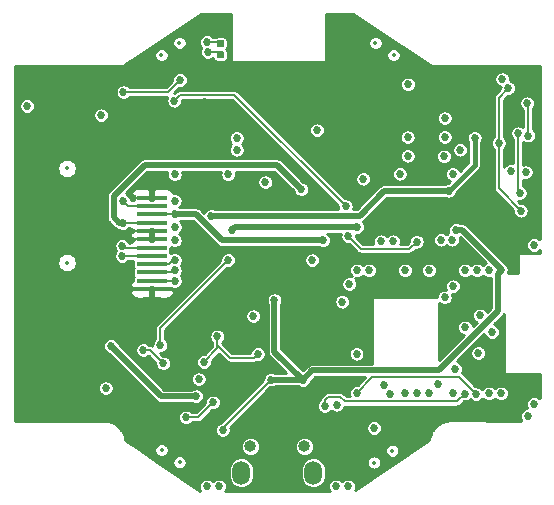
<source format=gbr>
%TF.GenerationSoftware,KiCad,Pcbnew,5.1.5+dfsg1-2~bpo10+1*%
%TF.CreationDate,Date%
%TF.ProjectId,osw,6f73772e-6b69-4636-9164-5f7063625858,3.0*%
%TF.SameCoordinates,Original*%
%TF.FileFunction,Copper,L4,Bot*%
%TF.FilePolarity,Positive*%
%FSLAX46Y46*%
G04 Gerber Fmt 4.6, Leading zero omitted, Abs format (unit mm)*
G04 Created by KiCad*
%MOMM*%
%LPD*%
G04 APERTURE LIST*
%TA.AperFunction,SMDPad,CuDef*%
%ADD10R,2.500000X0.350000*%
%TD*%
%TA.AperFunction,SMDPad,CuDef*%
%ADD11C,0.100000*%
%TD*%
%TA.AperFunction,ComponentPad*%
%ADD12O,1.500000X2.000000*%
%TD*%
%TA.AperFunction,ViaPad*%
%ADD13C,0.685800*%
%TD*%
%TA.AperFunction,Conductor*%
%ADD14C,0.400000*%
%TD*%
%TA.AperFunction,Conductor*%
%ADD15C,0.500000*%
%TD*%
%TA.AperFunction,Conductor*%
%ADD16C,0.200000*%
%TD*%
%TA.AperFunction,Conductor*%
%ADD17C,0.254000*%
%TD*%
%ADD18C,0.330200*%
%ADD19C,0.350000*%
%ADD20O,0.999999X0.999999*%
%ADD21O,0.750000X1.200000*%
G04 APERTURE END LIST*
D10*
%TO.P,U4,6*%
%TO.N,GND*%
X149380000Y-108870000D03*
%TO.P,U4,5*%
X149380000Y-108170000D03*
%TO.P,U4,4*%
%TO.N,/3V3_2*%
X149380000Y-107470000D03*
%TO.P,U4,3*%
%TO.N,Net-(R1-Pad2)*%
X149380000Y-106770000D03*
%TO.P,U4,2*%
%TO.N,/LEDK*%
X149380000Y-106070000D03*
%TO.P,U4,1*%
%TO.N,GND*%
X149380000Y-105370000D03*
%TO.P,U4,7*%
%TO.N,/TFT_DC*%
X149380000Y-109570000D03*
%TO.P,U4,8*%
%TO.N,/TFT_CS*%
X149380000Y-110270000D03*
%TO.P,U4,9*%
%TO.N,/SCK*%
X149380000Y-110970000D03*
%TO.P,U4,10*%
%TO.N,/MOSI*%
X149380000Y-111670000D03*
%TO.P,U4,11*%
%TO.N,/TFT_RST*%
X149380000Y-112370000D03*
%TO.P,U4,12*%
%TO.N,GND*%
X149380000Y-113070000D03*
%TD*%
%TA.AperFunction,SMDPad,CuDef*%
D11*
%TO.P,R5,2*%
%TO.N,/ANT*%
G36*
X155380958Y-92964210D02*
G01*
X155395276Y-92966334D01*
X155409317Y-92969851D01*
X155422946Y-92974728D01*
X155436031Y-92980917D01*
X155448447Y-92988358D01*
X155460073Y-92996981D01*
X155470798Y-93006702D01*
X155480519Y-93017427D01*
X155489142Y-93029053D01*
X155496583Y-93041469D01*
X155502772Y-93054554D01*
X155507649Y-93068183D01*
X155511166Y-93082224D01*
X155513290Y-93096542D01*
X155514000Y-93111000D01*
X155514000Y-93406000D01*
X155513290Y-93420458D01*
X155511166Y-93434776D01*
X155507649Y-93448817D01*
X155502772Y-93462446D01*
X155496583Y-93475531D01*
X155489142Y-93487947D01*
X155480519Y-93499573D01*
X155470798Y-93510298D01*
X155460073Y-93520019D01*
X155448447Y-93528642D01*
X155436031Y-93536083D01*
X155422946Y-93542272D01*
X155409317Y-93547149D01*
X155395276Y-93550666D01*
X155380958Y-93552790D01*
X155366500Y-93553500D01*
X155021500Y-93553500D01*
X155007042Y-93552790D01*
X154992724Y-93550666D01*
X154978683Y-93547149D01*
X154965054Y-93542272D01*
X154951969Y-93536083D01*
X154939553Y-93528642D01*
X154927927Y-93520019D01*
X154917202Y-93510298D01*
X154907481Y-93499573D01*
X154898858Y-93487947D01*
X154891417Y-93475531D01*
X154885228Y-93462446D01*
X154880351Y-93448817D01*
X154876834Y-93434776D01*
X154874710Y-93420458D01*
X154874000Y-93406000D01*
X154874000Y-93111000D01*
X154874710Y-93096542D01*
X154876834Y-93082224D01*
X154880351Y-93068183D01*
X154885228Y-93054554D01*
X154891417Y-93041469D01*
X154898858Y-93029053D01*
X154907481Y-93017427D01*
X154917202Y-93006702D01*
X154927927Y-92996981D01*
X154939553Y-92988358D01*
X154951969Y-92980917D01*
X154965054Y-92974728D01*
X154978683Y-92969851D01*
X154992724Y-92966334D01*
X155007042Y-92964210D01*
X155021500Y-92963500D01*
X155366500Y-92963500D01*
X155380958Y-92964210D01*
G37*
%TD.AperFunction*%
%TA.AperFunction,SMDPad,CuDef*%
%TO.P,R5,1*%
%TO.N,Net-(R5-Pad1)*%
G36*
X155380958Y-91994210D02*
G01*
X155395276Y-91996334D01*
X155409317Y-91999851D01*
X155422946Y-92004728D01*
X155436031Y-92010917D01*
X155448447Y-92018358D01*
X155460073Y-92026981D01*
X155470798Y-92036702D01*
X155480519Y-92047427D01*
X155489142Y-92059053D01*
X155496583Y-92071469D01*
X155502772Y-92084554D01*
X155507649Y-92098183D01*
X155511166Y-92112224D01*
X155513290Y-92126542D01*
X155514000Y-92141000D01*
X155514000Y-92436000D01*
X155513290Y-92450458D01*
X155511166Y-92464776D01*
X155507649Y-92478817D01*
X155502772Y-92492446D01*
X155496583Y-92505531D01*
X155489142Y-92517947D01*
X155480519Y-92529573D01*
X155470798Y-92540298D01*
X155460073Y-92550019D01*
X155448447Y-92558642D01*
X155436031Y-92566083D01*
X155422946Y-92572272D01*
X155409317Y-92577149D01*
X155395276Y-92580666D01*
X155380958Y-92582790D01*
X155366500Y-92583500D01*
X155021500Y-92583500D01*
X155007042Y-92582790D01*
X154992724Y-92580666D01*
X154978683Y-92577149D01*
X154965054Y-92572272D01*
X154951969Y-92566083D01*
X154939553Y-92558642D01*
X154927927Y-92550019D01*
X154917202Y-92540298D01*
X154907481Y-92529573D01*
X154898858Y-92517947D01*
X154891417Y-92505531D01*
X154885228Y-92492446D01*
X154880351Y-92478817D01*
X154876834Y-92464776D01*
X154874710Y-92450458D01*
X154874000Y-92436000D01*
X154874000Y-92141000D01*
X154874710Y-92126542D01*
X154876834Y-92112224D01*
X154880351Y-92098183D01*
X154885228Y-92084554D01*
X154891417Y-92071469D01*
X154898858Y-92059053D01*
X154907481Y-92047427D01*
X154917202Y-92036702D01*
X154927927Y-92026981D01*
X154939553Y-92018358D01*
X154951969Y-92010917D01*
X154965054Y-92004728D01*
X154978683Y-91999851D01*
X154992724Y-91996334D01*
X155007042Y-91994210D01*
X155021500Y-91993500D01*
X155366500Y-91993500D01*
X155380958Y-91994210D01*
G37*
%TD.AperFunction*%
%TD*%
D12*
%TO.P,U5,*%
%TO.N,*%
X163068000Y-128627000D03*
X156972000Y-128627000D03*
%TD*%
D13*
%TO.N,*%
X164973000Y-129794000D03*
X165989000Y-129794000D03*
X155067000Y-129794000D03*
X154051000Y-129794000D03*
X181737000Y-109347000D03*
X181229000Y-123825000D03*
X181737000Y-122809000D03*
X166116000Y-112649000D03*
X175895000Y-116332000D03*
X177165000Y-115316000D03*
X177038000Y-118491000D03*
X178181000Y-116713000D03*
X171069000Y-95758000D03*
%TO.N,/EN*%
X177927000Y-111506000D03*
X168211500Y-124841000D03*
%TO.N,+3V3*%
X176720500Y-100266500D03*
X174529903Y-104762323D03*
X175133484Y-108075740D03*
X178940111Y-111439611D03*
X159494965Y-120746635D03*
X162179000Y-120777000D03*
X154432000Y-106870500D03*
X155384500Y-125031500D03*
X159774713Y-114037287D03*
X181266618Y-100084681D03*
X181164000Y-97345500D03*
X151765000Y-95377000D03*
X146989700Y-96418400D03*
%TO.N,GND*%
X167640000Y-95123000D03*
X166497000Y-96901000D03*
X177927000Y-95250000D03*
X177927000Y-98425000D03*
X179959000Y-121920000D03*
X180657500Y-109156500D03*
X147510500Y-113093500D03*
X147599460Y-108903280D03*
X147574000Y-108204000D03*
X147793590Y-105367430D03*
X151320500Y-104457500D03*
X153924000Y-90106500D03*
X153924000Y-90932000D03*
X153924000Y-94234000D03*
X153924000Y-95250000D03*
X153924000Y-97282000D03*
X153924000Y-98234500D03*
X166052500Y-90106500D03*
X166052500Y-90868500D03*
X166052500Y-92138500D03*
X166116000Y-98298000D03*
X166116000Y-99250500D03*
X157988000Y-104038401D03*
X163696799Y-103054001D03*
X162966400Y-112148900D03*
X148336000Y-116967000D03*
X152527000Y-115570000D03*
X155087915Y-113050915D03*
X155702000Y-120015000D03*
X156210000Y-121539000D03*
X156337000Y-122936000D03*
X161290000Y-124714000D03*
X156334170Y-118241924D03*
X151511000Y-117769100D03*
X151511000Y-120538801D03*
X142367000Y-118872000D03*
X142240000Y-117475000D03*
X142621000Y-114554000D03*
X140716000Y-118364000D03*
X141732000Y-120777000D03*
X146939000Y-120396000D03*
X147828000Y-125222000D03*
X138938000Y-117602000D03*
X138811000Y-114173000D03*
X138684000Y-110871000D03*
X138684000Y-107823000D03*
X138684000Y-105537000D03*
X138811000Y-102743000D03*
X138811000Y-100330000D03*
X138684000Y-99060000D03*
X140589000Y-100838000D03*
X143764000Y-104140000D03*
X144145000Y-101346000D03*
X145288000Y-102362000D03*
X149479000Y-100965000D03*
X147828000Y-99949000D03*
X147828000Y-94869000D03*
X174371000Y-94488000D03*
X172466000Y-94361000D03*
X179451000Y-100076000D03*
X181932100Y-98552000D03*
X155575000Y-126365000D03*
X155194000Y-127889000D03*
X165481000Y-127762000D03*
X164211000Y-126111000D03*
X162814000Y-124587000D03*
X163584165Y-105291165D03*
X167259000Y-104902000D03*
X173971226Y-103249344D03*
X171386500Y-106108500D03*
X177285110Y-104902000D03*
X176149000Y-99568000D03*
X170434000Y-124841000D03*
X149225000Y-98044000D03*
X156156599Y-104701401D03*
%TO.N,/VBUS*%
X153146001Y-122166999D03*
X145930500Y-117912000D03*
%TO.N,/VBAT*%
X155859900Y-110623393D03*
X150114000Y-117856000D03*
%TO.N,Net-(D1-Pad1)*%
X153352500Y-120713500D03*
X145478500Y-121475500D03*
%TO.N,/LEDK*%
X146939000Y-105600500D03*
X138836400Y-97586800D03*
%TO.N,Net-(R5-Pad1)*%
X154047216Y-92153192D03*
%TO.N,/TX*%
X166751000Y-121856500D03*
X176847500Y-121983500D03*
%TO.N,/BTN2*%
X151282400Y-97129600D03*
X165811200Y-106077600D03*
X166014400Y-108615900D03*
X171805600Y-109067600D03*
%TO.N,/RX*%
X164020500Y-122999500D03*
X175884901Y-121930099D03*
%TO.N,/SCL*%
X177927000Y-121920000D03*
X174879000Y-112839500D03*
X180530500Y-104965500D03*
X180403500Y-99885500D03*
X179070000Y-95313500D03*
%TO.N,/SDA*%
X174879000Y-121920000D03*
X175069500Y-119824500D03*
X174180500Y-113792000D03*
X180634441Y-106449579D03*
X178750394Y-100705063D03*
X179578000Y-96075500D03*
%TO.N,/PIN_LED*%
X145097500Y-98361500D03*
X165506400Y-114147600D03*
%TO.N,/STAT_PWR*%
X154940000Y-117094000D03*
X158359016Y-118580180D03*
X153797000Y-119253000D03*
%TO.N,/MOSI*%
X178943000Y-121920000D03*
X151320500Y-107823000D03*
X151320500Y-111509197D03*
X169058651Y-121203920D03*
X173609000Y-121158000D03*
%TO.N,/MISO*%
X172847000Y-121920000D03*
X151320500Y-103378000D03*
%TO.N,/IO34*%
X174815500Y-108902500D03*
X179760600Y-103067902D03*
%TO.N,/IO35*%
X173863000Y-108902500D03*
X181046400Y-103187500D03*
%TO.N,Net-(R1-Pad2)*%
X163893500Y-108966000D03*
X151320500Y-106743500D03*
%TO.N,Net-(R15-Pad1)*%
X154559000Y-122682000D03*
X152273000Y-123952000D03*
%TO.N,/B_MON*%
X170815000Y-111506000D03*
X162966400Y-110642400D03*
%TO.N,/RTC_INT*%
X172847000Y-111506000D03*
X174180500Y-98615500D03*
%TO.N,/TFT_DC*%
X166751000Y-111506000D03*
X146875500Y-109413697D03*
%TO.N,/TFT_CS*%
X170815000Y-121920000D03*
X146875500Y-110299500D03*
%TO.N,/TFT_RST*%
X165036500Y-122872500D03*
X151320500Y-112395000D03*
%TO.N,/SD_CS*%
X151320500Y-108966000D03*
X166724090Y-118554500D03*
%TO.N,/ANT*%
X154115686Y-93036344D03*
%TO.N,/SCK*%
X171831000Y-121920000D03*
X151320500Y-110623394D03*
X151320500Y-105600500D03*
%TO.N,/VCC*%
X166751000Y-107823000D03*
X156210000Y-108077000D03*
X150368000Y-119380000D03*
X148666585Y-118250085D03*
%TO.N,/3V3_2*%
X146939000Y-107505500D03*
X162052000Y-104648000D03*
%TO.N,/GPS_RX3V3*%
X167767000Y-111506000D03*
X170383200Y-103327200D03*
%TO.N,/GPS_RX2V8*%
X167295495Y-103744695D03*
X155854400Y-103377999D03*
%TO.N,/GPS_TX3V3*%
X168783000Y-109029500D03*
X174180500Y-100203000D03*
%TO.N,/GPS_TX2V8*%
X171043600Y-100228400D03*
X156565600Y-101295200D03*
%TO.N,/GPS_FON3V3*%
X169799000Y-109029500D03*
X174117000Y-101854000D03*
%TO.N,/GPS_FON2V8*%
X171043600Y-101803200D03*
X159004000Y-104038400D03*
%TO.N,/GEO_F3V3*%
X175895000Y-111506000D03*
%TO.N,/GEO_F2V8*%
X156565600Y-100279200D03*
X174853600Y-103327200D03*
%TO.N,/3DFIX_3V3*%
X176911000Y-111506000D03*
%TO.N,/3DFIX_2V8*%
X175496500Y-101295200D03*
X163372800Y-99636300D03*
%TO.N,/SD0*%
X157988000Y-115379500D03*
X169519950Y-121960126D03*
%TD*%
D14*
%TO.N,+3V3*%
X176720500Y-102571726D02*
X174529903Y-104762323D01*
X176720500Y-100266500D02*
X176720500Y-102571726D01*
D15*
X175670234Y-108075740D02*
X178940111Y-111345617D01*
X178940111Y-111345617D02*
X178940111Y-111439611D01*
X175133484Y-108075740D02*
X175670234Y-108075740D01*
X162148635Y-120746635D02*
X162179000Y-120777000D01*
X159494965Y-120746635D02*
X162148635Y-120746635D01*
X169080171Y-104762323D02*
X174529903Y-104762323D01*
X166971994Y-106870500D02*
X169080171Y-104762323D01*
X154432000Y-106870500D02*
X166971994Y-106870500D01*
X173660323Y-119965089D02*
X162990911Y-119965089D01*
X162990911Y-119965089D02*
X162179000Y-120777000D01*
X178719901Y-114905511D02*
X173660323Y-119965089D01*
X178719901Y-111791187D02*
X178719901Y-114905511D01*
X178940111Y-111570977D02*
X178719901Y-111791187D01*
X178940111Y-111439611D02*
X178940111Y-111570977D01*
D16*
X155384500Y-124857100D02*
X155384500Y-125031500D01*
X159494965Y-120746635D02*
X155384500Y-124857100D01*
D15*
X159774713Y-118372713D02*
X162179000Y-120777000D01*
X159774713Y-114037287D02*
X159774713Y-118372713D01*
D16*
X181266618Y-97448118D02*
X181164000Y-97345500D01*
X181266618Y-100084681D02*
X181266618Y-97448118D01*
X150723600Y-96418400D02*
X146989700Y-96418400D01*
X151765000Y-95377000D02*
X150723600Y-96418400D01*
%TO.N,GND*%
X147534000Y-113070000D02*
X147510500Y-113093500D01*
X149380000Y-113070000D02*
X147534000Y-113070000D01*
X147632740Y-108870000D02*
X147599460Y-108903280D01*
X149380000Y-108870000D02*
X147632740Y-108870000D01*
X147608000Y-108170000D02*
X147574000Y-108204000D01*
X149380000Y-108170000D02*
X147608000Y-108170000D01*
X147796160Y-105370000D02*
X147793590Y-105367430D01*
X149380000Y-105370000D02*
X147796160Y-105370000D01*
D15*
%TO.N,/VBUS*%
X150185499Y-122166999D02*
X145930500Y-117912000D01*
X153146001Y-122166999D02*
X150185499Y-122166999D01*
D16*
%TO.N,/VBAT*%
X150114000Y-116369293D02*
X150114000Y-117856000D01*
X155859900Y-110623393D02*
X150114000Y-116369293D01*
%TO.N,/LEDK*%
X147408500Y-106070000D02*
X146939000Y-105600500D01*
X149380000Y-106070000D02*
X147408500Y-106070000D01*
%TO.N,Net-(R5-Pad1)*%
X155058692Y-92153192D02*
X155194000Y-92288500D01*
X154047216Y-92153192D02*
X155058692Y-92153192D01*
%TO.N,/TX*%
X175379099Y-120515099D02*
X176847500Y-121983500D01*
X172168939Y-120515099D02*
X175379099Y-120515099D01*
X170903981Y-120523000D02*
X172168939Y-120515099D01*
X168046481Y-120561019D02*
X170903981Y-120523000D01*
X166751000Y-121856500D02*
X168046481Y-120561019D01*
%TO.N,/BTN2*%
X156372699Y-96639099D02*
X165811200Y-106077600D01*
X151772901Y-96639099D02*
X156372699Y-96639099D01*
X151282400Y-97129600D02*
X151772901Y-96639099D01*
X171200799Y-109672401D02*
X171805600Y-109067600D01*
X167070901Y-109672401D02*
X171200799Y-109672401D01*
X166014400Y-108615900D02*
X167070901Y-109672401D01*
%TO.N,/RX*%
X165718521Y-122603027D02*
X175211973Y-122603027D01*
X165345093Y-122229599D02*
X165718521Y-122603027D01*
X164020500Y-122514567D02*
X164305468Y-122229599D01*
X175211973Y-122603027D02*
X175884901Y-121930099D01*
X164305468Y-122229599D02*
X165345093Y-122229599D01*
X164020500Y-122999500D02*
X164020500Y-122514567D01*
%TO.N,/SCL*%
X180403500Y-104838500D02*
X180530500Y-104965500D01*
X180403500Y-99885500D02*
X180403500Y-104838500D01*
%TO.N,/SDA*%
X178750394Y-104565532D02*
X178750394Y-100705063D01*
X180634441Y-106449579D02*
X178750394Y-104565532D01*
X178750394Y-96903106D02*
X179578000Y-96075500D01*
X178750394Y-100705063D02*
X178750394Y-96903106D01*
%TO.N,/STAT_PWR*%
X158054371Y-118884825D02*
X158359016Y-118580180D01*
X154940000Y-117799248D02*
X156025577Y-118884825D01*
X156025577Y-118884825D02*
X158054371Y-118884825D01*
X154940000Y-117094000D02*
X154940000Y-117799248D01*
X154940000Y-118110000D02*
X154940000Y-117094000D01*
X153797000Y-119253000D02*
X154940000Y-118110000D01*
%TO.N,/MOSI*%
X151159697Y-111670000D02*
X151320500Y-111509197D01*
X149380000Y-111670000D02*
X151159697Y-111670000D01*
%TO.N,Net-(R1-Pad2)*%
X151294000Y-106770000D02*
X151320500Y-106743500D01*
X149380000Y-106770000D02*
X151294000Y-106770000D01*
D15*
X155354006Y-108966000D02*
X163893500Y-108966000D01*
X153131506Y-106743500D02*
X155354006Y-108966000D01*
X151320500Y-106743500D02*
X153131506Y-106743500D01*
D16*
%TO.N,Net-(R15-Pad1)*%
X153289000Y-123952000D02*
X152273000Y-123952000D01*
X154559000Y-122682000D02*
X153289000Y-123952000D01*
%TO.N,/TFT_DC*%
X147031803Y-109570000D02*
X146875500Y-109413697D01*
X149380000Y-109570000D02*
X147031803Y-109570000D01*
%TO.N,/TFT_CS*%
X149380000Y-110270000D02*
X146905000Y-110270000D01*
X146905000Y-110270000D02*
X146875500Y-110299500D01*
%TO.N,/TFT_RST*%
X151048667Y-112370000D02*
X149380000Y-112370000D01*
X151320500Y-112395000D02*
X151048667Y-112370000D01*
%TO.N,/ANT*%
X154971844Y-93036344D02*
X155194000Y-93258500D01*
X154115686Y-93036344D02*
X154971844Y-93036344D01*
%TO.N,/SCK*%
X151176606Y-110623394D02*
X151320500Y-110623394D01*
X150830000Y-110970000D02*
X151176606Y-110623394D01*
X149380000Y-110970000D02*
X150830000Y-110970000D01*
D15*
%TO.N,/VCC*%
X156464000Y-107823000D02*
X156210000Y-108077000D01*
X166751000Y-107823000D02*
X156464000Y-107823000D01*
D16*
X149238085Y-118250085D02*
X148666585Y-118250085D01*
X150368000Y-119380000D02*
X149238085Y-118250085D01*
%TO.N,/3V3_2*%
X146974500Y-107470000D02*
X146939000Y-107505500D01*
X149380000Y-107470000D02*
X146974500Y-107470000D01*
D15*
X146651309Y-107505500D02*
X146939000Y-107505500D01*
X146146099Y-107000290D02*
X146651309Y-107505500D01*
X146146099Y-105219907D02*
X146146099Y-107000290D01*
X148780907Y-102585099D02*
X146146099Y-105219907D01*
X159989099Y-102585099D02*
X148780907Y-102585099D01*
X162052000Y-104648000D02*
X159989099Y-102585099D01*
D16*
%TO.N,/GPS_TX3V3*%
X174180500Y-100203000D02*
X174244000Y-100203000D01*
%TD*%
D17*
%TO.N,GND*%
G36*
X156123000Y-93750000D02*
G01*
X156125440Y-93774776D01*
X156132667Y-93798601D01*
X156144403Y-93820557D01*
X156160197Y-93839803D01*
X156179443Y-93855597D01*
X156201399Y-93867333D01*
X156225224Y-93874560D01*
X156250000Y-93877000D01*
X164000000Y-93877000D01*
X164024776Y-93874560D01*
X164048601Y-93867333D01*
X164070557Y-93855597D01*
X164089803Y-93839803D01*
X164105597Y-93820557D01*
X164117333Y-93798601D01*
X164124560Y-93774776D01*
X164127000Y-93750000D01*
X164127000Y-93221439D01*
X169250058Y-93221439D01*
X169250058Y-93340023D01*
X169273192Y-93456328D01*
X169318572Y-93565885D01*
X169384454Y-93664484D01*
X169468305Y-93748335D01*
X169566904Y-93814217D01*
X169676461Y-93859597D01*
X169792766Y-93882731D01*
X169911350Y-93882731D01*
X170027655Y-93859597D01*
X170137212Y-93814217D01*
X170235811Y-93748335D01*
X170319662Y-93664484D01*
X170385544Y-93565885D01*
X170430924Y-93456328D01*
X170454058Y-93340023D01*
X170454058Y-93221439D01*
X170430924Y-93105134D01*
X170385544Y-92995577D01*
X170319662Y-92896978D01*
X170235811Y-92813127D01*
X170137212Y-92747245D01*
X170027655Y-92701865D01*
X169911350Y-92678731D01*
X169792766Y-92678731D01*
X169676461Y-92701865D01*
X169566904Y-92747245D01*
X169468305Y-92813127D01*
X169384454Y-92896978D01*
X169318572Y-92995577D01*
X169273192Y-93105134D01*
X169250058Y-93221439D01*
X164127000Y-93221439D01*
X164127000Y-92191686D01*
X167723386Y-92191686D01*
X167723386Y-92310270D01*
X167746520Y-92426575D01*
X167791900Y-92536132D01*
X167857782Y-92634731D01*
X167941633Y-92718582D01*
X168040232Y-92784464D01*
X168149789Y-92829844D01*
X168266094Y-92852978D01*
X168384678Y-92852978D01*
X168500983Y-92829844D01*
X168610540Y-92784464D01*
X168709139Y-92718582D01*
X168792990Y-92634731D01*
X168858872Y-92536132D01*
X168904252Y-92426575D01*
X168927386Y-92310270D01*
X168927386Y-92191686D01*
X168904252Y-92075381D01*
X168858872Y-91965824D01*
X168792990Y-91867225D01*
X168709139Y-91783374D01*
X168610540Y-91717492D01*
X168500983Y-91672112D01*
X168384678Y-91648978D01*
X168266094Y-91648978D01*
X168149789Y-91672112D01*
X168040232Y-91717492D01*
X167941633Y-91783374D01*
X167857782Y-91867225D01*
X167791900Y-91965824D01*
X167746520Y-92075381D01*
X167723386Y-92191686D01*
X164127000Y-92191686D01*
X164127000Y-89779000D01*
X166415680Y-89779000D01*
X172934721Y-94115580D01*
X172945026Y-94124054D01*
X172957525Y-94130750D01*
X172957875Y-94130983D01*
X172969572Y-94137204D01*
X172993470Y-94150007D01*
X172993878Y-94150131D01*
X172994246Y-94150327D01*
X173019991Y-94158079D01*
X173046047Y-94166010D01*
X173046468Y-94166052D01*
X173046870Y-94166173D01*
X173073894Y-94168779D01*
X173087040Y-94170086D01*
X173087454Y-94170086D01*
X173101574Y-94171448D01*
X173114856Y-94170112D01*
X182221001Y-94178735D01*
X182221000Y-108883619D01*
X182164036Y-108826655D01*
X182054316Y-108753343D01*
X181932403Y-108702844D01*
X181802979Y-108677100D01*
X181671021Y-108677100D01*
X181541597Y-108702844D01*
X181419684Y-108753343D01*
X181309964Y-108826655D01*
X181216655Y-108919964D01*
X181143343Y-109029684D01*
X181092844Y-109151597D01*
X181067100Y-109281021D01*
X181067100Y-109412979D01*
X181092844Y-109542403D01*
X181143343Y-109664316D01*
X181216655Y-109774036D01*
X181309964Y-109867345D01*
X181419684Y-109940657D01*
X181541597Y-109991156D01*
X181671021Y-110016900D01*
X181802979Y-110016900D01*
X181932403Y-109991156D01*
X182054316Y-109940657D01*
X182164036Y-109867345D01*
X182221000Y-109810381D01*
X182221000Y-110041813D01*
X180551766Y-110040420D01*
X180527022Y-110042833D01*
X180503190Y-110050033D01*
X180481220Y-110061745D01*
X180461957Y-110077518D01*
X180446142Y-110096745D01*
X180434381Y-110118689D01*
X180427128Y-110142505D01*
X180424660Y-110167279D01*
X180422962Y-111696500D01*
X179558798Y-111696500D01*
X179584267Y-111635014D01*
X179610011Y-111505590D01*
X179610011Y-111373632D01*
X179584267Y-111244208D01*
X179533768Y-111122295D01*
X179460456Y-111012575D01*
X179367147Y-110919266D01*
X179257427Y-110845954D01*
X179255757Y-110845262D01*
X176098273Y-107687778D01*
X176080208Y-107665766D01*
X175992349Y-107593661D01*
X175892110Y-107540083D01*
X175821784Y-107518750D01*
X175783345Y-107507089D01*
X175728279Y-107501666D01*
X175698570Y-107498740D01*
X175698565Y-107498740D01*
X175670234Y-107495950D01*
X175641903Y-107498740D01*
X175475729Y-107498740D01*
X175450800Y-107482083D01*
X175328887Y-107431584D01*
X175199463Y-107405840D01*
X175067505Y-107405840D01*
X174938081Y-107431584D01*
X174816168Y-107482083D01*
X174706448Y-107555395D01*
X174613139Y-107648704D01*
X174539827Y-107758424D01*
X174489328Y-107880337D01*
X174463584Y-108009761D01*
X174463584Y-108141719D01*
X174489328Y-108271143D01*
X174503954Y-108306453D01*
X174498184Y-108308843D01*
X174388464Y-108382155D01*
X174339250Y-108431369D01*
X174290036Y-108382155D01*
X174180316Y-108308843D01*
X174058403Y-108258344D01*
X173928979Y-108232600D01*
X173797021Y-108232600D01*
X173667597Y-108258344D01*
X173545684Y-108308843D01*
X173435964Y-108382155D01*
X173342655Y-108475464D01*
X173269343Y-108585184D01*
X173218844Y-108707097D01*
X173193100Y-108836521D01*
X173193100Y-108968479D01*
X173218844Y-109097903D01*
X173269343Y-109219816D01*
X173342655Y-109329536D01*
X173435964Y-109422845D01*
X173545684Y-109496157D01*
X173667597Y-109546656D01*
X173797021Y-109572400D01*
X173928979Y-109572400D01*
X174058403Y-109546656D01*
X174180316Y-109496157D01*
X174290036Y-109422845D01*
X174339250Y-109373631D01*
X174388464Y-109422845D01*
X174498184Y-109496157D01*
X174620097Y-109546656D01*
X174749521Y-109572400D01*
X174881479Y-109572400D01*
X175010903Y-109546656D01*
X175132816Y-109496157D01*
X175242536Y-109422845D01*
X175335845Y-109329536D01*
X175409157Y-109219816D01*
X175459656Y-109097903D01*
X175485400Y-108968479D01*
X175485400Y-108836521D01*
X175459656Y-108707097D01*
X175445030Y-108671787D01*
X175448742Y-108670249D01*
X177667067Y-110888574D01*
X177609684Y-110912343D01*
X177499964Y-110985655D01*
X177419000Y-111066619D01*
X177338036Y-110985655D01*
X177228316Y-110912343D01*
X177106403Y-110861844D01*
X176976979Y-110836100D01*
X176845021Y-110836100D01*
X176715597Y-110861844D01*
X176593684Y-110912343D01*
X176483964Y-110985655D01*
X176403000Y-111066619D01*
X176322036Y-110985655D01*
X176212316Y-110912343D01*
X176090403Y-110861844D01*
X175960979Y-110836100D01*
X175829021Y-110836100D01*
X175699597Y-110861844D01*
X175577684Y-110912343D01*
X175467964Y-110985655D01*
X175374655Y-111078964D01*
X175301343Y-111188684D01*
X175250844Y-111310597D01*
X175225100Y-111440021D01*
X175225100Y-111571979D01*
X175250844Y-111701403D01*
X175301343Y-111823316D01*
X175374655Y-111933036D01*
X175467964Y-112026345D01*
X175577684Y-112099657D01*
X175699597Y-112150156D01*
X175829021Y-112175900D01*
X175960979Y-112175900D01*
X176090403Y-112150156D01*
X176212316Y-112099657D01*
X176322036Y-112026345D01*
X176403000Y-111945381D01*
X176483964Y-112026345D01*
X176593684Y-112099657D01*
X176715597Y-112150156D01*
X176845021Y-112175900D01*
X176976979Y-112175900D01*
X177106403Y-112150156D01*
X177228316Y-112099657D01*
X177338036Y-112026345D01*
X177419000Y-111945381D01*
X177499964Y-112026345D01*
X177609684Y-112099657D01*
X177731597Y-112150156D01*
X177861021Y-112175900D01*
X177992979Y-112175900D01*
X178122403Y-112150156D01*
X178142901Y-112141665D01*
X178142902Y-114666509D01*
X177773908Y-115035503D01*
X177758657Y-114998684D01*
X177685345Y-114888964D01*
X177592036Y-114795655D01*
X177482316Y-114722343D01*
X177360403Y-114671844D01*
X177230979Y-114646100D01*
X177099021Y-114646100D01*
X176969597Y-114671844D01*
X176847684Y-114722343D01*
X176737964Y-114795655D01*
X176644655Y-114888964D01*
X176571343Y-114998684D01*
X176520844Y-115120597D01*
X176495100Y-115250021D01*
X176495100Y-115381979D01*
X176520844Y-115511403D01*
X176571343Y-115633316D01*
X176644655Y-115743036D01*
X176737964Y-115836345D01*
X176847684Y-115909657D01*
X176884503Y-115924908D01*
X176561331Y-116248080D01*
X176539156Y-116136597D01*
X176488657Y-116014684D01*
X176415345Y-115904964D01*
X176322036Y-115811655D01*
X176212316Y-115738343D01*
X176090403Y-115687844D01*
X175960979Y-115662100D01*
X175829021Y-115662100D01*
X175699597Y-115687844D01*
X175577684Y-115738343D01*
X175467964Y-115811655D01*
X175374655Y-115904964D01*
X175301343Y-116014684D01*
X175250844Y-116136597D01*
X175225100Y-116266021D01*
X175225100Y-116397979D01*
X175250844Y-116527403D01*
X175301343Y-116649316D01*
X175374655Y-116759036D01*
X175467964Y-116852345D01*
X175577684Y-116925657D01*
X175699597Y-116976156D01*
X175811080Y-116998331D01*
X173736000Y-119073411D01*
X173736000Y-114294881D01*
X173753464Y-114312345D01*
X173863184Y-114385657D01*
X173985097Y-114436156D01*
X174114521Y-114461900D01*
X174246479Y-114461900D01*
X174375903Y-114436156D01*
X174497816Y-114385657D01*
X174607536Y-114312345D01*
X174700845Y-114219036D01*
X174774157Y-114109316D01*
X174824656Y-113987403D01*
X174850400Y-113857979D01*
X174850400Y-113726021D01*
X174824656Y-113596597D01*
X174786339Y-113504093D01*
X174813021Y-113509400D01*
X174944979Y-113509400D01*
X175074403Y-113483656D01*
X175196316Y-113433157D01*
X175306036Y-113359845D01*
X175399345Y-113266536D01*
X175472657Y-113156816D01*
X175523156Y-113034903D01*
X175548900Y-112905479D01*
X175548900Y-112773521D01*
X175523156Y-112644097D01*
X175472657Y-112522184D01*
X175399345Y-112412464D01*
X175306036Y-112319155D01*
X175196316Y-112245843D01*
X175074403Y-112195344D01*
X174944979Y-112169600D01*
X174813021Y-112169600D01*
X174683597Y-112195344D01*
X174561684Y-112245843D01*
X174451964Y-112319155D01*
X174358655Y-112412464D01*
X174285343Y-112522184D01*
X174234844Y-112644097D01*
X174209100Y-112773521D01*
X174209100Y-112905479D01*
X174234844Y-113034903D01*
X174273161Y-113127407D01*
X174246479Y-113122100D01*
X174114521Y-113122100D01*
X173985097Y-113147844D01*
X173863184Y-113198343D01*
X173753464Y-113271655D01*
X173660155Y-113364964D01*
X173586843Y-113474684D01*
X173536344Y-113596597D01*
X173510600Y-113726021D01*
X173510600Y-113792000D01*
X168148000Y-113792000D01*
X168123224Y-113794440D01*
X168099399Y-113801667D01*
X168077443Y-113813403D01*
X168058197Y-113829197D01*
X168042403Y-113848443D01*
X168030667Y-113870399D01*
X168023440Y-113894224D01*
X168021000Y-113919000D01*
X168021000Y-119380000D01*
X168021797Y-119388089D01*
X163019250Y-119388089D01*
X162990911Y-119385298D01*
X162877799Y-119396438D01*
X162769034Y-119429432D01*
X162743139Y-119443273D01*
X162668796Y-119483010D01*
X162580937Y-119555115D01*
X162562874Y-119577125D01*
X162179000Y-119960999D01*
X160706522Y-118488521D01*
X166054190Y-118488521D01*
X166054190Y-118620479D01*
X166079934Y-118749903D01*
X166130433Y-118871816D01*
X166203745Y-118981536D01*
X166297054Y-119074845D01*
X166406774Y-119148157D01*
X166528687Y-119198656D01*
X166658111Y-119224400D01*
X166790069Y-119224400D01*
X166919493Y-119198656D01*
X167041406Y-119148157D01*
X167151126Y-119074845D01*
X167244435Y-118981536D01*
X167317747Y-118871816D01*
X167368246Y-118749903D01*
X167393990Y-118620479D01*
X167393990Y-118488521D01*
X167368246Y-118359097D01*
X167317747Y-118237184D01*
X167244435Y-118127464D01*
X167151126Y-118034155D01*
X167041406Y-117960843D01*
X166919493Y-117910344D01*
X166790069Y-117884600D01*
X166658111Y-117884600D01*
X166528687Y-117910344D01*
X166406774Y-117960843D01*
X166297054Y-118034155D01*
X166203745Y-118127464D01*
X166130433Y-118237184D01*
X166079934Y-118359097D01*
X166054190Y-118488521D01*
X160706522Y-118488521D01*
X160351713Y-118133712D01*
X160351713Y-114379532D01*
X160368370Y-114354603D01*
X160418869Y-114232690D01*
X160444613Y-114103266D01*
X160444613Y-114081621D01*
X164836500Y-114081621D01*
X164836500Y-114213579D01*
X164862244Y-114343003D01*
X164912743Y-114464916D01*
X164986055Y-114574636D01*
X165079364Y-114667945D01*
X165189084Y-114741257D01*
X165310997Y-114791756D01*
X165440421Y-114817500D01*
X165572379Y-114817500D01*
X165701803Y-114791756D01*
X165823716Y-114741257D01*
X165933436Y-114667945D01*
X166026745Y-114574636D01*
X166100057Y-114464916D01*
X166150556Y-114343003D01*
X166176300Y-114213579D01*
X166176300Y-114081621D01*
X166150556Y-113952197D01*
X166100057Y-113830284D01*
X166026745Y-113720564D01*
X165933436Y-113627255D01*
X165823716Y-113553943D01*
X165701803Y-113503444D01*
X165572379Y-113477700D01*
X165440421Y-113477700D01*
X165310997Y-113503444D01*
X165189084Y-113553943D01*
X165079364Y-113627255D01*
X164986055Y-113720564D01*
X164912743Y-113830284D01*
X164862244Y-113952197D01*
X164836500Y-114081621D01*
X160444613Y-114081621D01*
X160444613Y-113971308D01*
X160418869Y-113841884D01*
X160368370Y-113719971D01*
X160295058Y-113610251D01*
X160201749Y-113516942D01*
X160092029Y-113443630D01*
X159970116Y-113393131D01*
X159840692Y-113367387D01*
X159708734Y-113367387D01*
X159579310Y-113393131D01*
X159457397Y-113443630D01*
X159347677Y-113516942D01*
X159254368Y-113610251D01*
X159181056Y-113719971D01*
X159130557Y-113841884D01*
X159104813Y-113971308D01*
X159104813Y-114103266D01*
X159130557Y-114232690D01*
X159181056Y-114354603D01*
X159197713Y-114379532D01*
X159197714Y-118344372D01*
X159194923Y-118372713D01*
X159206062Y-118485824D01*
X159234686Y-118580181D01*
X159239057Y-118594589D01*
X159292635Y-118694828D01*
X159305169Y-118710100D01*
X159346676Y-118760677D01*
X159346679Y-118760680D01*
X159364740Y-118782687D01*
X159386747Y-118800748D01*
X160755634Y-120169635D01*
X159837210Y-120169635D01*
X159812281Y-120152978D01*
X159690368Y-120102479D01*
X159560944Y-120076735D01*
X159428986Y-120076735D01*
X159299562Y-120102479D01*
X159177649Y-120152978D01*
X159067929Y-120226290D01*
X158974620Y-120319599D01*
X158901308Y-120429319D01*
X158850809Y-120551232D01*
X158825065Y-120680656D01*
X158825065Y-120812614D01*
X158825073Y-120812657D01*
X155265607Y-124372125D01*
X155189097Y-124387344D01*
X155067184Y-124437843D01*
X154957464Y-124511155D01*
X154864155Y-124604464D01*
X154790843Y-124714184D01*
X154740344Y-124836097D01*
X154714600Y-124965521D01*
X154714600Y-125097479D01*
X154740344Y-125226903D01*
X154790843Y-125348816D01*
X154864155Y-125458536D01*
X154957464Y-125551845D01*
X155067184Y-125625157D01*
X155189097Y-125675656D01*
X155318521Y-125701400D01*
X155450479Y-125701400D01*
X155579903Y-125675656D01*
X155701816Y-125625157D01*
X155811536Y-125551845D01*
X155904845Y-125458536D01*
X155978157Y-125348816D01*
X156028656Y-125226903D01*
X156054400Y-125097479D01*
X156054400Y-124965521D01*
X156028656Y-124836097D01*
X156023008Y-124822461D01*
X156070448Y-124775021D01*
X167541600Y-124775021D01*
X167541600Y-124906979D01*
X167567344Y-125036403D01*
X167617843Y-125158316D01*
X167691155Y-125268036D01*
X167784464Y-125361345D01*
X167894184Y-125434657D01*
X168016097Y-125485156D01*
X168145521Y-125510900D01*
X168277479Y-125510900D01*
X168406903Y-125485156D01*
X168528816Y-125434657D01*
X168638536Y-125361345D01*
X168731845Y-125268036D01*
X168805157Y-125158316D01*
X168855656Y-125036403D01*
X168881400Y-124906979D01*
X168881400Y-124775021D01*
X168855656Y-124645597D01*
X168805157Y-124523684D01*
X168731845Y-124413964D01*
X168638536Y-124320655D01*
X168528816Y-124247343D01*
X168406903Y-124196844D01*
X168277479Y-124171100D01*
X168145521Y-124171100D01*
X168016097Y-124196844D01*
X167894184Y-124247343D01*
X167784464Y-124320655D01*
X167691155Y-124413964D01*
X167617843Y-124523684D01*
X167567344Y-124645597D01*
X167541600Y-124775021D01*
X156070448Y-124775021D01*
X159428943Y-121416527D01*
X159428986Y-121416535D01*
X159560944Y-121416535D01*
X159690368Y-121390791D01*
X159812281Y-121340292D01*
X159837210Y-121323635D01*
X161791310Y-121323635D01*
X161861684Y-121370657D01*
X161983597Y-121421156D01*
X162113021Y-121446900D01*
X162244979Y-121446900D01*
X162374403Y-121421156D01*
X162496316Y-121370657D01*
X162606036Y-121297345D01*
X162699345Y-121204036D01*
X162772657Y-121094316D01*
X162823156Y-120972403D01*
X162829006Y-120942995D01*
X163229912Y-120542089D01*
X167461542Y-120542089D01*
X166817023Y-121186609D01*
X166816979Y-121186600D01*
X166685021Y-121186600D01*
X166555597Y-121212344D01*
X166433684Y-121262843D01*
X166323964Y-121336155D01*
X166230655Y-121429464D01*
X166157343Y-121539184D01*
X166106844Y-121661097D01*
X166081100Y-121790521D01*
X166081100Y-121922479D01*
X166106844Y-122051903D01*
X166157343Y-122173816D01*
X166158820Y-122176027D01*
X165895390Y-122176027D01*
X165661861Y-121942499D01*
X165648488Y-121926204D01*
X165583469Y-121872844D01*
X165509289Y-121833194D01*
X165428800Y-121808777D01*
X165366071Y-121802599D01*
X165366060Y-121802599D01*
X165345093Y-121800534D01*
X165324126Y-121802599D01*
X164326435Y-121802599D01*
X164305468Y-121800534D01*
X164284501Y-121802599D01*
X164284490Y-121802599D01*
X164221761Y-121808777D01*
X164160005Y-121827511D01*
X164141271Y-121833194D01*
X164067091Y-121872843D01*
X164030912Y-121902536D01*
X164002073Y-121926204D01*
X163988700Y-121942499D01*
X163733396Y-122197803D01*
X163717106Y-122211172D01*
X163703737Y-122227462D01*
X163703732Y-122227467D01*
X163663745Y-122276191D01*
X163625879Y-122347036D01*
X163624096Y-122350371D01*
X163599679Y-122430860D01*
X163597750Y-122450444D01*
X163595025Y-122478112D01*
X163593464Y-122479155D01*
X163500155Y-122572464D01*
X163426843Y-122682184D01*
X163376344Y-122804097D01*
X163350600Y-122933521D01*
X163350600Y-123065479D01*
X163376344Y-123194903D01*
X163426843Y-123316816D01*
X163500155Y-123426536D01*
X163593464Y-123519845D01*
X163703184Y-123593157D01*
X163825097Y-123643656D01*
X163954521Y-123669400D01*
X164086479Y-123669400D01*
X164215903Y-123643656D01*
X164337816Y-123593157D01*
X164447536Y-123519845D01*
X164540845Y-123426536D01*
X164581824Y-123365205D01*
X164609464Y-123392845D01*
X164719184Y-123466157D01*
X164841097Y-123516656D01*
X164970521Y-123542400D01*
X165102479Y-123542400D01*
X165231903Y-123516656D01*
X165353816Y-123466157D01*
X165463536Y-123392845D01*
X165556845Y-123299536D01*
X165630157Y-123189816D01*
X165680656Y-123067903D01*
X165688370Y-123029124D01*
X165697543Y-123030027D01*
X165697554Y-123030027D01*
X165718521Y-123032092D01*
X165739488Y-123030027D01*
X175191006Y-123030027D01*
X175211973Y-123032092D01*
X175232940Y-123030027D01*
X175232951Y-123030027D01*
X175295680Y-123023849D01*
X175376169Y-122999432D01*
X175450349Y-122959782D01*
X175515368Y-122906422D01*
X175528741Y-122890127D01*
X175818878Y-122599990D01*
X175818922Y-122599999D01*
X175950880Y-122599999D01*
X176080304Y-122574255D01*
X176202217Y-122523756D01*
X176311937Y-122450444D01*
X176339500Y-122422881D01*
X176420464Y-122503845D01*
X176530184Y-122577157D01*
X176652097Y-122627656D01*
X176781521Y-122653400D01*
X176913479Y-122653400D01*
X177042903Y-122627656D01*
X177164816Y-122577157D01*
X177274536Y-122503845D01*
X177367845Y-122410536D01*
X177408824Y-122349205D01*
X177499964Y-122440345D01*
X177609684Y-122513657D01*
X177731597Y-122564156D01*
X177861021Y-122589900D01*
X177992979Y-122589900D01*
X178122403Y-122564156D01*
X178244316Y-122513657D01*
X178354036Y-122440345D01*
X178435000Y-122359381D01*
X178515964Y-122440345D01*
X178625684Y-122513657D01*
X178747597Y-122564156D01*
X178877021Y-122589900D01*
X179008979Y-122589900D01*
X179138403Y-122564156D01*
X179260316Y-122513657D01*
X179370036Y-122440345D01*
X179463345Y-122347036D01*
X179536657Y-122237316D01*
X179587156Y-122115403D01*
X179612900Y-121985979D01*
X179612900Y-121854021D01*
X179587156Y-121724597D01*
X179536657Y-121602684D01*
X179463345Y-121492964D01*
X179370036Y-121399655D01*
X179260316Y-121326343D01*
X179138403Y-121275844D01*
X179008979Y-121250100D01*
X178877021Y-121250100D01*
X178747597Y-121275844D01*
X178625684Y-121326343D01*
X178515964Y-121399655D01*
X178435000Y-121480619D01*
X178354036Y-121399655D01*
X178244316Y-121326343D01*
X178122403Y-121275844D01*
X177992979Y-121250100D01*
X177861021Y-121250100D01*
X177731597Y-121275844D01*
X177609684Y-121326343D01*
X177499964Y-121399655D01*
X177406655Y-121492964D01*
X177365676Y-121554295D01*
X177274536Y-121463155D01*
X177164816Y-121389843D01*
X177042903Y-121339344D01*
X176913479Y-121313600D01*
X176781521Y-121313600D01*
X176781477Y-121313609D01*
X175695867Y-120227999D01*
X175682494Y-120211704D01*
X175639846Y-120176704D01*
X175663157Y-120141816D01*
X175713656Y-120019903D01*
X175739400Y-119890479D01*
X175739400Y-119758521D01*
X175713656Y-119629097D01*
X175663157Y-119507184D01*
X175589845Y-119397464D01*
X175496536Y-119304155D01*
X175386816Y-119230843D01*
X175264903Y-119180344D01*
X175261705Y-119179708D01*
X176016392Y-118425021D01*
X176368100Y-118425021D01*
X176368100Y-118556979D01*
X176393844Y-118686403D01*
X176444343Y-118808316D01*
X176517655Y-118918036D01*
X176610964Y-119011345D01*
X176720684Y-119084657D01*
X176842597Y-119135156D01*
X176972021Y-119160900D01*
X177103979Y-119160900D01*
X177233403Y-119135156D01*
X177355316Y-119084657D01*
X177465036Y-119011345D01*
X177558345Y-118918036D01*
X177631657Y-118808316D01*
X177682156Y-118686403D01*
X177707900Y-118556979D01*
X177707900Y-118425021D01*
X177682156Y-118295597D01*
X177631657Y-118173684D01*
X177558345Y-118063964D01*
X177465036Y-117970655D01*
X177355316Y-117897343D01*
X177233403Y-117846844D01*
X177103979Y-117821100D01*
X176972021Y-117821100D01*
X176842597Y-117846844D01*
X176720684Y-117897343D01*
X176610964Y-117970655D01*
X176517655Y-118063964D01*
X176444343Y-118173684D01*
X176393844Y-118295597D01*
X176368100Y-118425021D01*
X176016392Y-118425021D01*
X177536208Y-116905205D01*
X177536844Y-116908403D01*
X177587343Y-117030316D01*
X177660655Y-117140036D01*
X177753964Y-117233345D01*
X177863684Y-117306657D01*
X177985597Y-117357156D01*
X178115021Y-117382900D01*
X178246979Y-117382900D01*
X178376403Y-117357156D01*
X178498316Y-117306657D01*
X178608036Y-117233345D01*
X178701345Y-117140036D01*
X178774657Y-117030316D01*
X178825156Y-116908403D01*
X178850900Y-116778979D01*
X178850900Y-116647021D01*
X178825156Y-116517597D01*
X178774657Y-116395684D01*
X178701345Y-116285964D01*
X178608036Y-116192655D01*
X178498316Y-116119343D01*
X178376403Y-116068844D01*
X178373205Y-116068208D01*
X179107863Y-115333550D01*
X179129875Y-115315485D01*
X179197000Y-115233694D01*
X179197000Y-120142000D01*
X179199440Y-120166776D01*
X179206667Y-120190601D01*
X179218403Y-120212557D01*
X179234197Y-120231803D01*
X179253443Y-120247597D01*
X179275399Y-120259333D01*
X179299224Y-120266560D01*
X179324000Y-120269000D01*
X182221001Y-120269000D01*
X182221001Y-122345620D01*
X182164036Y-122288655D01*
X182054316Y-122215343D01*
X181932403Y-122164844D01*
X181802979Y-122139100D01*
X181671021Y-122139100D01*
X181541597Y-122164844D01*
X181419684Y-122215343D01*
X181309964Y-122288655D01*
X181216655Y-122381964D01*
X181143343Y-122491684D01*
X181092844Y-122613597D01*
X181067100Y-122743021D01*
X181067100Y-122874979D01*
X181092844Y-123004403D01*
X181143343Y-123126316D01*
X181162628Y-123155178D01*
X181033597Y-123180844D01*
X180911684Y-123231343D01*
X180801964Y-123304655D01*
X180708655Y-123397964D01*
X180635343Y-123507684D01*
X180584844Y-123629597D01*
X180559100Y-123759021D01*
X180559100Y-123890979D01*
X180584844Y-124020403D01*
X180635343Y-124142316D01*
X180685659Y-124217620D01*
X174649924Y-124206375D01*
X174636711Y-124207652D01*
X174627174Y-124207585D01*
X174623297Y-124207965D01*
X174327494Y-124239055D01*
X174302699Y-124244145D01*
X174277883Y-124248879D01*
X174274154Y-124250005D01*
X173990023Y-124337959D01*
X173966760Y-124347738D01*
X173943266Y-124357230D01*
X173939827Y-124359059D01*
X173678191Y-124500525D01*
X173657212Y-124514676D01*
X173636067Y-124528512D01*
X173633049Y-124530974D01*
X173403873Y-124720563D01*
X173386060Y-124738501D01*
X173367987Y-124756199D01*
X173365510Y-124759195D01*
X173365505Y-124759200D01*
X173365501Y-124759205D01*
X173177518Y-124989695D01*
X173163536Y-125010741D01*
X173149238Y-125031622D01*
X173147385Y-125035049D01*
X173007749Y-125297667D01*
X172998108Y-125321058D01*
X172988152Y-125344287D01*
X172987000Y-125348008D01*
X172901032Y-125632747D01*
X172896125Y-125657530D01*
X172890862Y-125682288D01*
X172890455Y-125686162D01*
X172874221Y-125851732D01*
X166584988Y-130105688D01*
X166633156Y-129989403D01*
X166658900Y-129859979D01*
X166658900Y-129728021D01*
X166633156Y-129598597D01*
X166582657Y-129476684D01*
X166509345Y-129366964D01*
X166416036Y-129273655D01*
X166306316Y-129200343D01*
X166184403Y-129149844D01*
X166054979Y-129124100D01*
X165923021Y-129124100D01*
X165793597Y-129149844D01*
X165671684Y-129200343D01*
X165561964Y-129273655D01*
X165481000Y-129354619D01*
X165400036Y-129273655D01*
X165290316Y-129200343D01*
X165168403Y-129149844D01*
X165038979Y-129124100D01*
X164907021Y-129124100D01*
X164777597Y-129149844D01*
X164655684Y-129200343D01*
X164545964Y-129273655D01*
X164452655Y-129366964D01*
X164379343Y-129476684D01*
X164328844Y-129598597D01*
X164303100Y-129728021D01*
X164303100Y-129859979D01*
X164328844Y-129989403D01*
X164379343Y-130111316D01*
X164452631Y-130221000D01*
X155587369Y-130221000D01*
X155660657Y-130111316D01*
X155711156Y-129989403D01*
X155736900Y-129859979D01*
X155736900Y-129728021D01*
X155711156Y-129598597D01*
X155660657Y-129476684D01*
X155587345Y-129366964D01*
X155494036Y-129273655D01*
X155384316Y-129200343D01*
X155262403Y-129149844D01*
X155132979Y-129124100D01*
X155001021Y-129124100D01*
X154871597Y-129149844D01*
X154749684Y-129200343D01*
X154639964Y-129273655D01*
X154559000Y-129354619D01*
X154478036Y-129273655D01*
X154368316Y-129200343D01*
X154246403Y-129149844D01*
X154116979Y-129124100D01*
X153985021Y-129124100D01*
X153855597Y-129149844D01*
X153733684Y-129200343D01*
X153623964Y-129273655D01*
X153530655Y-129366964D01*
X153457343Y-129476684D01*
X153406844Y-129598597D01*
X153381100Y-129728021D01*
X153381100Y-129859979D01*
X153406844Y-129989403D01*
X153457343Y-130111316D01*
X153485745Y-130153823D01*
X149836548Y-127691830D01*
X151138014Y-127691830D01*
X151138014Y-127810414D01*
X151161148Y-127926719D01*
X151206528Y-128036276D01*
X151272410Y-128134875D01*
X151356261Y-128218726D01*
X151454860Y-128284608D01*
X151564417Y-128329988D01*
X151680722Y-128353122D01*
X151799306Y-128353122D01*
X151915611Y-128329988D01*
X151929845Y-128324092D01*
X155895000Y-128324092D01*
X155895000Y-128929909D01*
X155910583Y-129088129D01*
X155972167Y-129291144D01*
X156072175Y-129478244D01*
X156206762Y-129642239D01*
X156370757Y-129776826D01*
X156557857Y-129876833D01*
X156760872Y-129938417D01*
X156972000Y-129959211D01*
X157183129Y-129938417D01*
X157386144Y-129876833D01*
X157573244Y-129776826D01*
X157737239Y-129642239D01*
X157871826Y-129478244D01*
X157971833Y-129291143D01*
X158033417Y-129088128D01*
X158049000Y-128929908D01*
X158049000Y-128324092D01*
X161991000Y-128324092D01*
X161991000Y-128929909D01*
X162006583Y-129088129D01*
X162068167Y-129291144D01*
X162168175Y-129478244D01*
X162302762Y-129642239D01*
X162466757Y-129776826D01*
X162653857Y-129876833D01*
X162856872Y-129938417D01*
X163068000Y-129959211D01*
X163279129Y-129938417D01*
X163482144Y-129876833D01*
X163669244Y-129776826D01*
X163833239Y-129642239D01*
X163967826Y-129478244D01*
X164067833Y-129291143D01*
X164129417Y-129088128D01*
X164145000Y-128929908D01*
X164145000Y-128324091D01*
X164129417Y-128165871D01*
X164067833Y-127962856D01*
X163967826Y-127775756D01*
X163916716Y-127713477D01*
X167598066Y-127713477D01*
X167598066Y-127832061D01*
X167621200Y-127948366D01*
X167666580Y-128057923D01*
X167732462Y-128156522D01*
X167816313Y-128240373D01*
X167914912Y-128306255D01*
X168024469Y-128351635D01*
X168140774Y-128374769D01*
X168259358Y-128374769D01*
X168375663Y-128351635D01*
X168485220Y-128306255D01*
X168583819Y-128240373D01*
X168667670Y-128156522D01*
X168733552Y-128057923D01*
X168778932Y-127948366D01*
X168802066Y-127832061D01*
X168802066Y-127713477D01*
X168778932Y-127597172D01*
X168733552Y-127487615D01*
X168667670Y-127389016D01*
X168583819Y-127305165D01*
X168485220Y-127239283D01*
X168375663Y-127193903D01*
X168259358Y-127170769D01*
X168140774Y-127170769D01*
X168024469Y-127193903D01*
X167914912Y-127239283D01*
X167816313Y-127305165D01*
X167732462Y-127389016D01*
X167666580Y-127487615D01*
X167621200Y-127597172D01*
X167598066Y-127713477D01*
X163916716Y-127713477D01*
X163833239Y-127611761D01*
X163669244Y-127477174D01*
X163482143Y-127377167D01*
X163279128Y-127315583D01*
X163068000Y-127294789D01*
X162856871Y-127315583D01*
X162653856Y-127377167D01*
X162466756Y-127477174D01*
X162302761Y-127611761D01*
X162168174Y-127775756D01*
X162068167Y-127962857D01*
X162006583Y-128165872D01*
X161991000Y-128324092D01*
X158049000Y-128324092D01*
X158049000Y-128324091D01*
X158033417Y-128165871D01*
X157971833Y-127962856D01*
X157871826Y-127775756D01*
X157737239Y-127611761D01*
X157573244Y-127477174D01*
X157386143Y-127377167D01*
X157183128Y-127315583D01*
X156972000Y-127294789D01*
X156760871Y-127315583D01*
X156557856Y-127377167D01*
X156370756Y-127477174D01*
X156206761Y-127611761D01*
X156072174Y-127775756D01*
X155972167Y-127962857D01*
X155910583Y-128165872D01*
X155895000Y-128324092D01*
X151929845Y-128324092D01*
X152025168Y-128284608D01*
X152123767Y-128218726D01*
X152207618Y-128134875D01*
X152273500Y-128036276D01*
X152318880Y-127926719D01*
X152342014Y-127810414D01*
X152342014Y-127691830D01*
X152318880Y-127575525D01*
X152273500Y-127465968D01*
X152207618Y-127367369D01*
X152123767Y-127283518D01*
X152025168Y-127217636D01*
X151915611Y-127172256D01*
X151799306Y-127149122D01*
X151680722Y-127149122D01*
X151564417Y-127172256D01*
X151454860Y-127217636D01*
X151356261Y-127283518D01*
X151272410Y-127367369D01*
X151206528Y-127465968D01*
X151161148Y-127575525D01*
X151138014Y-127691830D01*
X149836548Y-127691830D01*
X148310235Y-126662077D01*
X149611342Y-126662077D01*
X149611342Y-126780661D01*
X149634476Y-126896966D01*
X149679856Y-127006523D01*
X149745738Y-127105122D01*
X149829589Y-127188973D01*
X149928188Y-127254855D01*
X150037745Y-127300235D01*
X150154050Y-127323369D01*
X150272634Y-127323369D01*
X150388939Y-127300235D01*
X150498496Y-127254855D01*
X150597095Y-127188973D01*
X150680946Y-127105122D01*
X150746828Y-127006523D01*
X150792208Y-126896966D01*
X150815342Y-126780661D01*
X150815342Y-126662077D01*
X150792208Y-126545772D01*
X150746828Y-126436215D01*
X150680946Y-126337616D01*
X150666378Y-126323048D01*
X156907000Y-126323048D01*
X156907000Y-126485952D01*
X156938782Y-126645727D01*
X157001123Y-126796231D01*
X157091628Y-126931681D01*
X157206819Y-127046872D01*
X157342269Y-127137377D01*
X157492773Y-127199718D01*
X157652548Y-127231500D01*
X157815452Y-127231500D01*
X157975227Y-127199718D01*
X158125731Y-127137377D01*
X158261181Y-127046872D01*
X158376372Y-126931681D01*
X158466877Y-126796231D01*
X158529218Y-126645727D01*
X158561000Y-126485952D01*
X158561000Y-126323048D01*
X161479000Y-126323048D01*
X161479000Y-126485952D01*
X161510782Y-126645727D01*
X161573123Y-126796231D01*
X161663628Y-126931681D01*
X161778819Y-127046872D01*
X161914269Y-127137377D01*
X162064773Y-127199718D01*
X162224548Y-127231500D01*
X162387452Y-127231500D01*
X162547227Y-127199718D01*
X162697731Y-127137377D01*
X162833181Y-127046872D01*
X162948372Y-126931681D01*
X163038877Y-126796231D01*
X163074378Y-126710524D01*
X169142478Y-126710524D01*
X169142478Y-126829108D01*
X169165612Y-126945413D01*
X169210992Y-127054970D01*
X169276874Y-127153569D01*
X169360725Y-127237420D01*
X169459324Y-127303302D01*
X169568881Y-127348682D01*
X169685186Y-127371816D01*
X169803770Y-127371816D01*
X169920075Y-127348682D01*
X170029632Y-127303302D01*
X170128231Y-127237420D01*
X170212082Y-127153569D01*
X170277964Y-127054970D01*
X170323344Y-126945413D01*
X170346478Y-126829108D01*
X170346478Y-126710524D01*
X170323344Y-126594219D01*
X170277964Y-126484662D01*
X170212082Y-126386063D01*
X170128231Y-126302212D01*
X170029632Y-126236330D01*
X169920075Y-126190950D01*
X169803770Y-126167816D01*
X169685186Y-126167816D01*
X169568881Y-126190950D01*
X169459324Y-126236330D01*
X169360725Y-126302212D01*
X169276874Y-126386063D01*
X169210992Y-126484662D01*
X169165612Y-126594219D01*
X169142478Y-126710524D01*
X163074378Y-126710524D01*
X163101218Y-126645727D01*
X163133000Y-126485952D01*
X163133000Y-126323048D01*
X163101218Y-126163273D01*
X163038877Y-126012769D01*
X162948372Y-125877319D01*
X162833181Y-125762128D01*
X162697731Y-125671623D01*
X162547227Y-125609282D01*
X162387452Y-125577500D01*
X162224548Y-125577500D01*
X162064773Y-125609282D01*
X161914269Y-125671623D01*
X161778819Y-125762128D01*
X161663628Y-125877319D01*
X161573123Y-126012769D01*
X161510782Y-126163273D01*
X161479000Y-126323048D01*
X158561000Y-126323048D01*
X158529218Y-126163273D01*
X158466877Y-126012769D01*
X158376372Y-125877319D01*
X158261181Y-125762128D01*
X158125731Y-125671623D01*
X157975227Y-125609282D01*
X157815452Y-125577500D01*
X157652548Y-125577500D01*
X157492773Y-125609282D01*
X157342269Y-125671623D01*
X157206819Y-125762128D01*
X157091628Y-125877319D01*
X157001123Y-126012769D01*
X156938782Y-126163273D01*
X156907000Y-126323048D01*
X150666378Y-126323048D01*
X150597095Y-126253765D01*
X150498496Y-126187883D01*
X150388939Y-126142503D01*
X150272634Y-126119369D01*
X150154050Y-126119369D01*
X150037745Y-126142503D01*
X149928188Y-126187883D01*
X149829589Y-126253765D01*
X149745738Y-126337616D01*
X149679856Y-126436215D01*
X149634476Y-126545772D01*
X149611342Y-126662077D01*
X148310235Y-126662077D01*
X147127839Y-125864354D01*
X147109145Y-125686494D01*
X147104055Y-125661699D01*
X147099321Y-125636883D01*
X147098195Y-125633154D01*
X147010241Y-125349023D01*
X147000462Y-125325760D01*
X146990970Y-125302266D01*
X146989141Y-125298827D01*
X146847675Y-125037191D01*
X146833524Y-125016212D01*
X146819688Y-124995067D01*
X146817226Y-124992049D01*
X146627637Y-124762873D01*
X146609699Y-124745060D01*
X146592001Y-124726987D01*
X146589005Y-124724510D01*
X146589000Y-124724505D01*
X146588995Y-124724501D01*
X146358505Y-124536518D01*
X146337459Y-124522536D01*
X146316578Y-124508238D01*
X146313151Y-124506385D01*
X146050533Y-124366749D01*
X146027142Y-124357108D01*
X146003913Y-124347152D01*
X146000192Y-124346000D01*
X145715453Y-124260032D01*
X145690670Y-124255125D01*
X145665912Y-124249862D01*
X145662038Y-124249455D01*
X145366025Y-124220432D01*
X145366016Y-124220432D01*
X145352428Y-124219097D01*
X137779000Y-124220933D01*
X137779000Y-123886021D01*
X151603100Y-123886021D01*
X151603100Y-124017979D01*
X151628844Y-124147403D01*
X151679343Y-124269316D01*
X151752655Y-124379036D01*
X151845964Y-124472345D01*
X151955684Y-124545657D01*
X152077597Y-124596156D01*
X152207021Y-124621900D01*
X152338979Y-124621900D01*
X152468403Y-124596156D01*
X152590316Y-124545657D01*
X152700036Y-124472345D01*
X152793345Y-124379036D01*
X152793369Y-124379000D01*
X153268033Y-124379000D01*
X153289000Y-124381065D01*
X153309967Y-124379000D01*
X153309978Y-124379000D01*
X153372707Y-124372822D01*
X153453196Y-124348405D01*
X153527376Y-124308755D01*
X153592395Y-124255395D01*
X153605768Y-124239100D01*
X154492978Y-123351891D01*
X154493021Y-123351900D01*
X154624979Y-123351900D01*
X154754403Y-123326156D01*
X154876316Y-123275657D01*
X154986036Y-123202345D01*
X155079345Y-123109036D01*
X155152657Y-122999316D01*
X155203156Y-122877403D01*
X155228900Y-122747979D01*
X155228900Y-122616021D01*
X155203156Y-122486597D01*
X155152657Y-122364684D01*
X155079345Y-122254964D01*
X154986036Y-122161655D01*
X154876316Y-122088343D01*
X154754403Y-122037844D01*
X154624979Y-122012100D01*
X154493021Y-122012100D01*
X154363597Y-122037844D01*
X154241684Y-122088343D01*
X154131964Y-122161655D01*
X154038655Y-122254964D01*
X153965343Y-122364684D01*
X153914844Y-122486597D01*
X153889100Y-122616021D01*
X153889100Y-122747979D01*
X153889109Y-122748022D01*
X153112132Y-123525000D01*
X152793369Y-123525000D01*
X152793345Y-123524964D01*
X152700036Y-123431655D01*
X152590316Y-123358343D01*
X152468403Y-123307844D01*
X152338979Y-123282100D01*
X152207021Y-123282100D01*
X152077597Y-123307844D01*
X151955684Y-123358343D01*
X151845964Y-123431655D01*
X151752655Y-123524964D01*
X151679343Y-123634684D01*
X151628844Y-123756597D01*
X151603100Y-123886021D01*
X137779000Y-123886021D01*
X137779000Y-121409521D01*
X144808600Y-121409521D01*
X144808600Y-121541479D01*
X144834344Y-121670903D01*
X144884843Y-121792816D01*
X144958155Y-121902536D01*
X145051464Y-121995845D01*
X145161184Y-122069157D01*
X145283097Y-122119656D01*
X145412521Y-122145400D01*
X145544479Y-122145400D01*
X145673903Y-122119656D01*
X145795816Y-122069157D01*
X145905536Y-121995845D01*
X145998845Y-121902536D01*
X146072157Y-121792816D01*
X146122656Y-121670903D01*
X146148400Y-121541479D01*
X146148400Y-121409521D01*
X146122656Y-121280097D01*
X146072157Y-121158184D01*
X145998845Y-121048464D01*
X145905536Y-120955155D01*
X145795816Y-120881843D01*
X145673903Y-120831344D01*
X145544479Y-120805600D01*
X145412521Y-120805600D01*
X145283097Y-120831344D01*
X145161184Y-120881843D01*
X145051464Y-120955155D01*
X144958155Y-121048464D01*
X144884843Y-121158184D01*
X144834344Y-121280097D01*
X144808600Y-121409521D01*
X137779000Y-121409521D01*
X137779000Y-117846021D01*
X145260600Y-117846021D01*
X145260600Y-117977979D01*
X145286344Y-118107403D01*
X145336843Y-118229316D01*
X145410155Y-118339036D01*
X145503464Y-118432345D01*
X145613184Y-118505657D01*
X145735097Y-118556156D01*
X145764505Y-118562006D01*
X149757460Y-122554961D01*
X149775525Y-122576973D01*
X149863384Y-122649078D01*
X149963623Y-122702656D01*
X150072387Y-122735649D01*
X150157163Y-122743999D01*
X150157169Y-122743999D01*
X150185498Y-122746789D01*
X150213827Y-122743999D01*
X152803756Y-122743999D01*
X152828685Y-122760656D01*
X152950598Y-122811155D01*
X153080022Y-122836899D01*
X153211980Y-122836899D01*
X153341404Y-122811155D01*
X153463317Y-122760656D01*
X153573037Y-122687344D01*
X153666346Y-122594035D01*
X153739658Y-122484315D01*
X153790157Y-122362402D01*
X153815901Y-122232978D01*
X153815901Y-122101020D01*
X153790157Y-121971596D01*
X153739658Y-121849683D01*
X153666346Y-121739963D01*
X153573037Y-121646654D01*
X153463317Y-121573342D01*
X153341404Y-121522843D01*
X153211980Y-121497099D01*
X153080022Y-121497099D01*
X152950598Y-121522843D01*
X152828685Y-121573342D01*
X152803756Y-121589999D01*
X150424500Y-121589999D01*
X149482022Y-120647521D01*
X152682600Y-120647521D01*
X152682600Y-120779479D01*
X152708344Y-120908903D01*
X152758843Y-121030816D01*
X152832155Y-121140536D01*
X152925464Y-121233845D01*
X153035184Y-121307157D01*
X153157097Y-121357656D01*
X153286521Y-121383400D01*
X153418479Y-121383400D01*
X153547903Y-121357656D01*
X153669816Y-121307157D01*
X153779536Y-121233845D01*
X153872845Y-121140536D01*
X153946157Y-121030816D01*
X153996656Y-120908903D01*
X154022400Y-120779479D01*
X154022400Y-120647521D01*
X153996656Y-120518097D01*
X153946157Y-120396184D01*
X153872845Y-120286464D01*
X153779536Y-120193155D01*
X153669816Y-120119843D01*
X153547903Y-120069344D01*
X153418479Y-120043600D01*
X153286521Y-120043600D01*
X153157097Y-120069344D01*
X153035184Y-120119843D01*
X152925464Y-120193155D01*
X152832155Y-120286464D01*
X152758843Y-120396184D01*
X152708344Y-120518097D01*
X152682600Y-120647521D01*
X149482022Y-120647521D01*
X147018607Y-118184106D01*
X147996685Y-118184106D01*
X147996685Y-118316064D01*
X148022429Y-118445488D01*
X148072928Y-118567401D01*
X148146240Y-118677121D01*
X148239549Y-118770430D01*
X148349269Y-118843742D01*
X148471182Y-118894241D01*
X148600606Y-118919985D01*
X148732564Y-118919985D01*
X148861988Y-118894241D01*
X148983901Y-118843742D01*
X149093621Y-118770430D01*
X149124091Y-118739960D01*
X149698109Y-119313977D01*
X149698100Y-119314021D01*
X149698100Y-119445979D01*
X149723844Y-119575403D01*
X149774343Y-119697316D01*
X149847655Y-119807036D01*
X149940964Y-119900345D01*
X150050684Y-119973657D01*
X150172597Y-120024156D01*
X150302021Y-120049900D01*
X150433979Y-120049900D01*
X150563403Y-120024156D01*
X150685316Y-119973657D01*
X150795036Y-119900345D01*
X150888345Y-119807036D01*
X150961657Y-119697316D01*
X151012156Y-119575403D01*
X151037900Y-119445979D01*
X151037900Y-119314021D01*
X151012639Y-119187021D01*
X153127100Y-119187021D01*
X153127100Y-119318979D01*
X153152844Y-119448403D01*
X153203343Y-119570316D01*
X153276655Y-119680036D01*
X153369964Y-119773345D01*
X153479684Y-119846657D01*
X153601597Y-119897156D01*
X153731021Y-119922900D01*
X153862979Y-119922900D01*
X153992403Y-119897156D01*
X154114316Y-119846657D01*
X154224036Y-119773345D01*
X154317345Y-119680036D01*
X154390657Y-119570316D01*
X154441156Y-119448403D01*
X154466900Y-119318979D01*
X154466900Y-119187021D01*
X154466891Y-119186977D01*
X155095376Y-118558493D01*
X155708813Y-119171930D01*
X155722182Y-119188220D01*
X155738472Y-119201589D01*
X155738476Y-119201593D01*
X155787200Y-119241581D01*
X155844115Y-119272001D01*
X155861381Y-119281230D01*
X155941870Y-119305647D01*
X156004599Y-119311825D01*
X156004610Y-119311825D01*
X156025577Y-119313890D01*
X156046544Y-119311825D01*
X158033404Y-119311825D01*
X158054371Y-119313890D01*
X158075338Y-119311825D01*
X158075349Y-119311825D01*
X158138078Y-119305647D01*
X158218567Y-119281230D01*
X158281236Y-119247733D01*
X158293037Y-119250080D01*
X158424995Y-119250080D01*
X158554419Y-119224336D01*
X158676332Y-119173837D01*
X158786052Y-119100525D01*
X158879361Y-119007216D01*
X158952673Y-118897496D01*
X159003172Y-118775583D01*
X159028916Y-118646159D01*
X159028916Y-118514201D01*
X159003172Y-118384777D01*
X158952673Y-118262864D01*
X158879361Y-118153144D01*
X158786052Y-118059835D01*
X158676332Y-117986523D01*
X158554419Y-117936024D01*
X158424995Y-117910280D01*
X158293037Y-117910280D01*
X158163613Y-117936024D01*
X158041700Y-117986523D01*
X157931980Y-118059835D01*
X157838671Y-118153144D01*
X157765359Y-118262864D01*
X157714860Y-118384777D01*
X157700330Y-118457825D01*
X156202446Y-118457825D01*
X155367000Y-117622380D01*
X155367000Y-117614369D01*
X155367036Y-117614345D01*
X155460345Y-117521036D01*
X155533657Y-117411316D01*
X155584156Y-117289403D01*
X155609900Y-117159979D01*
X155609900Y-117028021D01*
X155584156Y-116898597D01*
X155533657Y-116776684D01*
X155460345Y-116666964D01*
X155367036Y-116573655D01*
X155257316Y-116500343D01*
X155135403Y-116449844D01*
X155005979Y-116424100D01*
X154874021Y-116424100D01*
X154744597Y-116449844D01*
X154622684Y-116500343D01*
X154512964Y-116573655D01*
X154419655Y-116666964D01*
X154346343Y-116776684D01*
X154295844Y-116898597D01*
X154270100Y-117028021D01*
X154270100Y-117159979D01*
X154295844Y-117289403D01*
X154346343Y-117411316D01*
X154419655Y-117521036D01*
X154512964Y-117614345D01*
X154513000Y-117614369D01*
X154513000Y-117778278D01*
X154510935Y-117799248D01*
X154513000Y-117820218D01*
X154513000Y-117933131D01*
X153863023Y-118583109D01*
X153862979Y-118583100D01*
X153731021Y-118583100D01*
X153601597Y-118608844D01*
X153479684Y-118659343D01*
X153369964Y-118732655D01*
X153276655Y-118825964D01*
X153203343Y-118935684D01*
X153152844Y-119057597D01*
X153127100Y-119187021D01*
X151012639Y-119187021D01*
X151012156Y-119184597D01*
X150961657Y-119062684D01*
X150888345Y-118952964D01*
X150795036Y-118859655D01*
X150685316Y-118786343D01*
X150563403Y-118735844D01*
X150433979Y-118710100D01*
X150302021Y-118710100D01*
X150301977Y-118710109D01*
X150117769Y-118525900D01*
X150179979Y-118525900D01*
X150309403Y-118500156D01*
X150431316Y-118449657D01*
X150541036Y-118376345D01*
X150634345Y-118283036D01*
X150707657Y-118173316D01*
X150758156Y-118051403D01*
X150783900Y-117921979D01*
X150783900Y-117790021D01*
X150758156Y-117660597D01*
X150707657Y-117538684D01*
X150634345Y-117428964D01*
X150541036Y-117335655D01*
X150541000Y-117335631D01*
X150541000Y-116546161D01*
X151773640Y-115313521D01*
X157318100Y-115313521D01*
X157318100Y-115445479D01*
X157343844Y-115574903D01*
X157394343Y-115696816D01*
X157467655Y-115806536D01*
X157560964Y-115899845D01*
X157670684Y-115973157D01*
X157792597Y-116023656D01*
X157922021Y-116049400D01*
X158053979Y-116049400D01*
X158183403Y-116023656D01*
X158305316Y-115973157D01*
X158415036Y-115899845D01*
X158508345Y-115806536D01*
X158581657Y-115696816D01*
X158632156Y-115574903D01*
X158657900Y-115445479D01*
X158657900Y-115313521D01*
X158632156Y-115184097D01*
X158581657Y-115062184D01*
X158508345Y-114952464D01*
X158415036Y-114859155D01*
X158305316Y-114785843D01*
X158183403Y-114735344D01*
X158053979Y-114709600D01*
X157922021Y-114709600D01*
X157792597Y-114735344D01*
X157670684Y-114785843D01*
X157560964Y-114859155D01*
X157467655Y-114952464D01*
X157394343Y-115062184D01*
X157343844Y-115184097D01*
X157318100Y-115313521D01*
X151773640Y-115313521D01*
X154504140Y-112583021D01*
X165446100Y-112583021D01*
X165446100Y-112714979D01*
X165471844Y-112844403D01*
X165522343Y-112966316D01*
X165595655Y-113076036D01*
X165688964Y-113169345D01*
X165798684Y-113242657D01*
X165920597Y-113293156D01*
X166050021Y-113318900D01*
X166181979Y-113318900D01*
X166311403Y-113293156D01*
X166433316Y-113242657D01*
X166543036Y-113169345D01*
X166636345Y-113076036D01*
X166709657Y-112966316D01*
X166760156Y-112844403D01*
X166785900Y-112714979D01*
X166785900Y-112583021D01*
X166760156Y-112453597D01*
X166709657Y-112331684D01*
X166636345Y-112221964D01*
X166566757Y-112152376D01*
X166685021Y-112175900D01*
X166816979Y-112175900D01*
X166946403Y-112150156D01*
X167068316Y-112099657D01*
X167178036Y-112026345D01*
X167259000Y-111945381D01*
X167339964Y-112026345D01*
X167449684Y-112099657D01*
X167571597Y-112150156D01*
X167701021Y-112175900D01*
X167832979Y-112175900D01*
X167962403Y-112150156D01*
X168084316Y-112099657D01*
X168194036Y-112026345D01*
X168287345Y-111933036D01*
X168360657Y-111823316D01*
X168411156Y-111701403D01*
X168436900Y-111571979D01*
X168436900Y-111440021D01*
X170145100Y-111440021D01*
X170145100Y-111571979D01*
X170170844Y-111701403D01*
X170221343Y-111823316D01*
X170294655Y-111933036D01*
X170387964Y-112026345D01*
X170497684Y-112099657D01*
X170619597Y-112150156D01*
X170749021Y-112175900D01*
X170880979Y-112175900D01*
X171010403Y-112150156D01*
X171132316Y-112099657D01*
X171242036Y-112026345D01*
X171335345Y-111933036D01*
X171408657Y-111823316D01*
X171459156Y-111701403D01*
X171484900Y-111571979D01*
X171484900Y-111440021D01*
X172177100Y-111440021D01*
X172177100Y-111571979D01*
X172202844Y-111701403D01*
X172253343Y-111823316D01*
X172326655Y-111933036D01*
X172419964Y-112026345D01*
X172529684Y-112099657D01*
X172651597Y-112150156D01*
X172781021Y-112175900D01*
X172912979Y-112175900D01*
X173042403Y-112150156D01*
X173164316Y-112099657D01*
X173274036Y-112026345D01*
X173367345Y-111933036D01*
X173440657Y-111823316D01*
X173491156Y-111701403D01*
X173516900Y-111571979D01*
X173516900Y-111440021D01*
X173491156Y-111310597D01*
X173440657Y-111188684D01*
X173367345Y-111078964D01*
X173274036Y-110985655D01*
X173164316Y-110912343D01*
X173042403Y-110861844D01*
X172912979Y-110836100D01*
X172781021Y-110836100D01*
X172651597Y-110861844D01*
X172529684Y-110912343D01*
X172419964Y-110985655D01*
X172326655Y-111078964D01*
X172253343Y-111188684D01*
X172202844Y-111310597D01*
X172177100Y-111440021D01*
X171484900Y-111440021D01*
X171459156Y-111310597D01*
X171408657Y-111188684D01*
X171335345Y-111078964D01*
X171242036Y-110985655D01*
X171132316Y-110912343D01*
X171010403Y-110861844D01*
X170880979Y-110836100D01*
X170749021Y-110836100D01*
X170619597Y-110861844D01*
X170497684Y-110912343D01*
X170387964Y-110985655D01*
X170294655Y-111078964D01*
X170221343Y-111188684D01*
X170170844Y-111310597D01*
X170145100Y-111440021D01*
X168436900Y-111440021D01*
X168411156Y-111310597D01*
X168360657Y-111188684D01*
X168287345Y-111078964D01*
X168194036Y-110985655D01*
X168084316Y-110912343D01*
X167962403Y-110861844D01*
X167832979Y-110836100D01*
X167701021Y-110836100D01*
X167571597Y-110861844D01*
X167449684Y-110912343D01*
X167339964Y-110985655D01*
X167259000Y-111066619D01*
X167178036Y-110985655D01*
X167068316Y-110912343D01*
X166946403Y-110861844D01*
X166816979Y-110836100D01*
X166685021Y-110836100D01*
X166555597Y-110861844D01*
X166433684Y-110912343D01*
X166323964Y-110985655D01*
X166230655Y-111078964D01*
X166157343Y-111188684D01*
X166106844Y-111310597D01*
X166081100Y-111440021D01*
X166081100Y-111571979D01*
X166106844Y-111701403D01*
X166157343Y-111823316D01*
X166230655Y-111933036D01*
X166300243Y-112002624D01*
X166181979Y-111979100D01*
X166050021Y-111979100D01*
X165920597Y-112004844D01*
X165798684Y-112055343D01*
X165688964Y-112128655D01*
X165595655Y-112221964D01*
X165522343Y-112331684D01*
X165471844Y-112453597D01*
X165446100Y-112583021D01*
X154504140Y-112583021D01*
X155793878Y-111293284D01*
X155793921Y-111293293D01*
X155925879Y-111293293D01*
X156055303Y-111267549D01*
X156177216Y-111217050D01*
X156286936Y-111143738D01*
X156380245Y-111050429D01*
X156453557Y-110940709D01*
X156504056Y-110818796D01*
X156529800Y-110689372D01*
X156529800Y-110576421D01*
X162296500Y-110576421D01*
X162296500Y-110708379D01*
X162322244Y-110837803D01*
X162372743Y-110959716D01*
X162446055Y-111069436D01*
X162539364Y-111162745D01*
X162649084Y-111236057D01*
X162770997Y-111286556D01*
X162900421Y-111312300D01*
X163032379Y-111312300D01*
X163161803Y-111286556D01*
X163283716Y-111236057D01*
X163393436Y-111162745D01*
X163486745Y-111069436D01*
X163560057Y-110959716D01*
X163610556Y-110837803D01*
X163636300Y-110708379D01*
X163636300Y-110576421D01*
X163610556Y-110446997D01*
X163560057Y-110325084D01*
X163486745Y-110215364D01*
X163393436Y-110122055D01*
X163283716Y-110048743D01*
X163161803Y-109998244D01*
X163032379Y-109972500D01*
X162900421Y-109972500D01*
X162770997Y-109998244D01*
X162649084Y-110048743D01*
X162539364Y-110122055D01*
X162446055Y-110215364D01*
X162372743Y-110325084D01*
X162322244Y-110446997D01*
X162296500Y-110576421D01*
X156529800Y-110576421D01*
X156529800Y-110557414D01*
X156504056Y-110427990D01*
X156453557Y-110306077D01*
X156380245Y-110196357D01*
X156286936Y-110103048D01*
X156177216Y-110029736D01*
X156055303Y-109979237D01*
X155925879Y-109953493D01*
X155793921Y-109953493D01*
X155664497Y-109979237D01*
X155542584Y-110029736D01*
X155432864Y-110103048D01*
X155339555Y-110196357D01*
X155266243Y-110306077D01*
X155215744Y-110427990D01*
X155190000Y-110557414D01*
X155190000Y-110689372D01*
X155190009Y-110689415D01*
X149826900Y-116052525D01*
X149810605Y-116065898D01*
X149797233Y-116082192D01*
X149797232Y-116082193D01*
X149757245Y-116130917D01*
X149736052Y-116170567D01*
X149717595Y-116205098D01*
X149693178Y-116285587D01*
X149687000Y-116348316D01*
X149687000Y-116348326D01*
X149684935Y-116369293D01*
X149687000Y-116390260D01*
X149687001Y-117335631D01*
X149686964Y-117335655D01*
X149593655Y-117428964D01*
X149520343Y-117538684D01*
X149469844Y-117660597D01*
X149444100Y-117790021D01*
X149444100Y-117876033D01*
X149402281Y-117853680D01*
X149321792Y-117829263D01*
X149259063Y-117823085D01*
X149259052Y-117823085D01*
X149238085Y-117821020D01*
X149217118Y-117823085D01*
X149186954Y-117823085D01*
X149186930Y-117823049D01*
X149093621Y-117729740D01*
X148983901Y-117656428D01*
X148861988Y-117605929D01*
X148732564Y-117580185D01*
X148600606Y-117580185D01*
X148471182Y-117605929D01*
X148349269Y-117656428D01*
X148239549Y-117729740D01*
X148146240Y-117823049D01*
X148072928Y-117932769D01*
X148022429Y-118054682D01*
X147996685Y-118184106D01*
X147018607Y-118184106D01*
X146580506Y-117746005D01*
X146574656Y-117716597D01*
X146524157Y-117594684D01*
X146450845Y-117484964D01*
X146357536Y-117391655D01*
X146247816Y-117318343D01*
X146125903Y-117267844D01*
X145996479Y-117242100D01*
X145864521Y-117242100D01*
X145735097Y-117267844D01*
X145613184Y-117318343D01*
X145503464Y-117391655D01*
X145410155Y-117484964D01*
X145336843Y-117594684D01*
X145286344Y-117716597D01*
X145260600Y-117846021D01*
X137779000Y-117846021D01*
X137779000Y-113276750D01*
X147495000Y-113276750D01*
X147505481Y-113375813D01*
X147543001Y-113495137D01*
X147603080Y-113604848D01*
X147683407Y-113700731D01*
X147780897Y-113779100D01*
X147891803Y-113836944D01*
X148011862Y-113872040D01*
X148136462Y-113883039D01*
X149094250Y-113880000D01*
X149253000Y-113721250D01*
X149253000Y-113118000D01*
X149507000Y-113118000D01*
X149507000Y-113721250D01*
X149665750Y-113880000D01*
X150623538Y-113883039D01*
X150748138Y-113872040D01*
X150868197Y-113836944D01*
X150979103Y-113779100D01*
X151076593Y-113700731D01*
X151156920Y-113604848D01*
X151216999Y-113495137D01*
X151254519Y-113375813D01*
X151265000Y-113276750D01*
X151106250Y-113118000D01*
X149507000Y-113118000D01*
X149253000Y-113118000D01*
X147653750Y-113118000D01*
X147495000Y-113276750D01*
X137779000Y-113276750D01*
X137779000Y-110768548D01*
X141373000Y-110768548D01*
X141373000Y-110931452D01*
X141404782Y-111091227D01*
X141467123Y-111241731D01*
X141557628Y-111377181D01*
X141672819Y-111492372D01*
X141808269Y-111582877D01*
X141958773Y-111645218D01*
X142118548Y-111677000D01*
X142281452Y-111677000D01*
X142441227Y-111645218D01*
X142591731Y-111582877D01*
X142727181Y-111492372D01*
X142842372Y-111377181D01*
X142932877Y-111241731D01*
X142995218Y-111091227D01*
X143027000Y-110931452D01*
X143027000Y-110768548D01*
X142995218Y-110608773D01*
X142932877Y-110458269D01*
X142842372Y-110322819D01*
X142727181Y-110207628D01*
X142591731Y-110117123D01*
X142441227Y-110054782D01*
X142281452Y-110023000D01*
X142118548Y-110023000D01*
X141958773Y-110054782D01*
X141808269Y-110117123D01*
X141672819Y-110207628D01*
X141557628Y-110322819D01*
X141467123Y-110458269D01*
X141404782Y-110608773D01*
X141373000Y-110768548D01*
X137779000Y-110768548D01*
X137779000Y-105219907D01*
X145566309Y-105219907D01*
X145569099Y-105248238D01*
X145569100Y-106971949D01*
X145566309Y-107000290D01*
X145577448Y-107113401D01*
X145602809Y-107197000D01*
X145610443Y-107222166D01*
X145664021Y-107322405D01*
X145692381Y-107356961D01*
X145718062Y-107388254D01*
X145718065Y-107388257D01*
X145736126Y-107410264D01*
X145758133Y-107428325D01*
X146223270Y-107893462D01*
X146241335Y-107915474D01*
X146329194Y-107987579D01*
X146429433Y-108041157D01*
X146474091Y-108054704D01*
X146538197Y-108074151D01*
X146592222Y-108079471D01*
X146621684Y-108099157D01*
X146743597Y-108149656D01*
X146873021Y-108175400D01*
X147004979Y-108175400D01*
X147134403Y-108149656D01*
X147256316Y-108099157D01*
X147366036Y-108025845D01*
X147459345Y-107932536D01*
X147483089Y-107897000D01*
X147502009Y-107897000D01*
X147495000Y-107963250D01*
X147653750Y-108122000D01*
X147855481Y-108122000D01*
X147780897Y-108160900D01*
X147709865Y-108218000D01*
X147653750Y-108218000D01*
X147495000Y-108376750D01*
X147505481Y-108475813D01*
X147519375Y-108520000D01*
X147505481Y-108564187D01*
X147495000Y-108663250D01*
X147653750Y-108822000D01*
X147709865Y-108822000D01*
X147780897Y-108879100D01*
X147855481Y-108918000D01*
X147653750Y-108918000D01*
X147495000Y-109076750D01*
X147502009Y-109143000D01*
X147488468Y-109143000D01*
X147469157Y-109096381D01*
X147395845Y-108986661D01*
X147302536Y-108893352D01*
X147192816Y-108820040D01*
X147070903Y-108769541D01*
X146941479Y-108743797D01*
X146809521Y-108743797D01*
X146680097Y-108769541D01*
X146558184Y-108820040D01*
X146448464Y-108893352D01*
X146355155Y-108986661D01*
X146281843Y-109096381D01*
X146231344Y-109218294D01*
X146205600Y-109347718D01*
X146205600Y-109479676D01*
X146231344Y-109609100D01*
X146281843Y-109731013D01*
X146355155Y-109840733D01*
X146371021Y-109856599D01*
X146355155Y-109872464D01*
X146281843Y-109982184D01*
X146231344Y-110104097D01*
X146205600Y-110233521D01*
X146205600Y-110365479D01*
X146231344Y-110494903D01*
X146281843Y-110616816D01*
X146355155Y-110726536D01*
X146448464Y-110819845D01*
X146558184Y-110893157D01*
X146680097Y-110943656D01*
X146809521Y-110969400D01*
X146941479Y-110969400D01*
X147070903Y-110943656D01*
X147192816Y-110893157D01*
X147302536Y-110819845D01*
X147395845Y-110726536D01*
X147415580Y-110697000D01*
X147818014Y-110697000D01*
X147807732Y-110730897D01*
X147801418Y-110795000D01*
X147801418Y-111145000D01*
X147807732Y-111209103D01*
X147826430Y-111270743D01*
X147852758Y-111320000D01*
X147826430Y-111369257D01*
X147807732Y-111430897D01*
X147801418Y-111495000D01*
X147801418Y-111845000D01*
X147807732Y-111909103D01*
X147826430Y-111970743D01*
X147852758Y-112020000D01*
X147826430Y-112069257D01*
X147807732Y-112130897D01*
X147801418Y-112195000D01*
X147801418Y-112350197D01*
X147780897Y-112360900D01*
X147683407Y-112439269D01*
X147603080Y-112535152D01*
X147543001Y-112644863D01*
X147505481Y-112764187D01*
X147495000Y-112863250D01*
X147653750Y-113022000D01*
X149253000Y-113022000D01*
X149253000Y-112923000D01*
X149507000Y-112923000D01*
X149507000Y-113022000D01*
X151083680Y-113022000D01*
X151125097Y-113039156D01*
X151254521Y-113064900D01*
X151386479Y-113064900D01*
X151515903Y-113039156D01*
X151637816Y-112988657D01*
X151747536Y-112915345D01*
X151840845Y-112822036D01*
X151914157Y-112712316D01*
X151964656Y-112590403D01*
X151990400Y-112460979D01*
X151990400Y-112329021D01*
X151964656Y-112199597D01*
X151914157Y-112077684D01*
X151840845Y-111967964D01*
X151824980Y-111952099D01*
X151840845Y-111936233D01*
X151914157Y-111826513D01*
X151964656Y-111704600D01*
X151990400Y-111575176D01*
X151990400Y-111443218D01*
X151964656Y-111313794D01*
X151914157Y-111191881D01*
X151840845Y-111082161D01*
X151824980Y-111066296D01*
X151840845Y-111050430D01*
X151914157Y-110940710D01*
X151964656Y-110818797D01*
X151990400Y-110689373D01*
X151990400Y-110557415D01*
X151964656Y-110427991D01*
X151914157Y-110306078D01*
X151840845Y-110196358D01*
X151747536Y-110103049D01*
X151637816Y-110029737D01*
X151515903Y-109979238D01*
X151386479Y-109953494D01*
X151254521Y-109953494D01*
X151125097Y-109979238D01*
X151003184Y-110029737D01*
X150955305Y-110061729D01*
X150952268Y-110030897D01*
X150933570Y-109969257D01*
X150907242Y-109920000D01*
X150933570Y-109870743D01*
X150952268Y-109809103D01*
X150958582Y-109745000D01*
X150958582Y-109589803D01*
X150979103Y-109579100D01*
X151003254Y-109559686D01*
X151125097Y-109610156D01*
X151254521Y-109635900D01*
X151386479Y-109635900D01*
X151515903Y-109610156D01*
X151637816Y-109559657D01*
X151747536Y-109486345D01*
X151840845Y-109393036D01*
X151914157Y-109283316D01*
X151964656Y-109161403D01*
X151990400Y-109031979D01*
X151990400Y-108900021D01*
X151964656Y-108770597D01*
X151914157Y-108648684D01*
X151840845Y-108538964D01*
X151747536Y-108445655D01*
X151670977Y-108394500D01*
X151747536Y-108343345D01*
X151840845Y-108250036D01*
X151914157Y-108140316D01*
X151964656Y-108018403D01*
X151990400Y-107888979D01*
X151990400Y-107757021D01*
X151964656Y-107627597D01*
X151914157Y-107505684D01*
X151840845Y-107395964D01*
X151765381Y-107320500D01*
X152892505Y-107320500D01*
X154925967Y-109353962D01*
X154944032Y-109375974D01*
X155031891Y-109448079D01*
X155132130Y-109501657D01*
X155176788Y-109515204D01*
X155240894Y-109534651D01*
X155354006Y-109545791D01*
X155382345Y-109543000D01*
X163551255Y-109543000D01*
X163576184Y-109559657D01*
X163698097Y-109610156D01*
X163827521Y-109635900D01*
X163959479Y-109635900D01*
X164088903Y-109610156D01*
X164210816Y-109559657D01*
X164320536Y-109486345D01*
X164413845Y-109393036D01*
X164487157Y-109283316D01*
X164537656Y-109161403D01*
X164563400Y-109031979D01*
X164563400Y-108900021D01*
X164537656Y-108770597D01*
X164487157Y-108648684D01*
X164413845Y-108538964D01*
X164320536Y-108445655D01*
X164252208Y-108400000D01*
X165378734Y-108400000D01*
X165370244Y-108420497D01*
X165344500Y-108549921D01*
X165344500Y-108681879D01*
X165370244Y-108811303D01*
X165420743Y-108933216D01*
X165494055Y-109042936D01*
X165587364Y-109136245D01*
X165697084Y-109209557D01*
X165818997Y-109260056D01*
X165948421Y-109285800D01*
X166080379Y-109285800D01*
X166080423Y-109285791D01*
X166754137Y-109959506D01*
X166767506Y-109975796D01*
X166783796Y-109989165D01*
X166783800Y-109989169D01*
X166832524Y-110029156D01*
X166867707Y-110047961D01*
X166906705Y-110068806D01*
X166987194Y-110093223D01*
X167049923Y-110099401D01*
X167049933Y-110099401D01*
X167070900Y-110101466D01*
X167091867Y-110099401D01*
X171179832Y-110099401D01*
X171200799Y-110101466D01*
X171221766Y-110099401D01*
X171221777Y-110099401D01*
X171284506Y-110093223D01*
X171364995Y-110068806D01*
X171439175Y-110029156D01*
X171504194Y-109975796D01*
X171517567Y-109959501D01*
X171739577Y-109737491D01*
X171739621Y-109737500D01*
X171871579Y-109737500D01*
X172001003Y-109711756D01*
X172122916Y-109661257D01*
X172232636Y-109587945D01*
X172325945Y-109494636D01*
X172399257Y-109384916D01*
X172449756Y-109263003D01*
X172475500Y-109133579D01*
X172475500Y-109001621D01*
X172449756Y-108872197D01*
X172399257Y-108750284D01*
X172325945Y-108640564D01*
X172232636Y-108547255D01*
X172122916Y-108473943D01*
X172001003Y-108423444D01*
X171871579Y-108397700D01*
X171739621Y-108397700D01*
X171610197Y-108423444D01*
X171488284Y-108473943D01*
X171378564Y-108547255D01*
X171285255Y-108640564D01*
X171211943Y-108750284D01*
X171161444Y-108872197D01*
X171135700Y-109001621D01*
X171135700Y-109133579D01*
X171135709Y-109133623D01*
X171023931Y-109245401D01*
X170434665Y-109245401D01*
X170443156Y-109224903D01*
X170468900Y-109095479D01*
X170468900Y-108963521D01*
X170443156Y-108834097D01*
X170392657Y-108712184D01*
X170319345Y-108602464D01*
X170226036Y-108509155D01*
X170116316Y-108435843D01*
X169994403Y-108385344D01*
X169864979Y-108359600D01*
X169733021Y-108359600D01*
X169603597Y-108385344D01*
X169481684Y-108435843D01*
X169371964Y-108509155D01*
X169291000Y-108590119D01*
X169210036Y-108509155D01*
X169100316Y-108435843D01*
X168978403Y-108385344D01*
X168848979Y-108359600D01*
X168717021Y-108359600D01*
X168587597Y-108385344D01*
X168465684Y-108435843D01*
X168355964Y-108509155D01*
X168262655Y-108602464D01*
X168189343Y-108712184D01*
X168138844Y-108834097D01*
X168113100Y-108963521D01*
X168113100Y-109095479D01*
X168138844Y-109224903D01*
X168147335Y-109245401D01*
X167247770Y-109245401D01*
X166684291Y-108681923D01*
X166684300Y-108681879D01*
X166684300Y-108549921D01*
X166672461Y-108490402D01*
X166685021Y-108492900D01*
X166816979Y-108492900D01*
X166946403Y-108467156D01*
X167068316Y-108416657D01*
X167178036Y-108343345D01*
X167271345Y-108250036D01*
X167344657Y-108140316D01*
X167395156Y-108018403D01*
X167420900Y-107888979D01*
X167420900Y-107757021D01*
X167395156Y-107627597D01*
X167344657Y-107505684D01*
X167271345Y-107395964D01*
X167251001Y-107375620D01*
X167294109Y-107352579D01*
X167381968Y-107280474D01*
X167400033Y-107258462D01*
X169319172Y-105339323D01*
X174187658Y-105339323D01*
X174212587Y-105355980D01*
X174334500Y-105406479D01*
X174463924Y-105432223D01*
X174595882Y-105432223D01*
X174725306Y-105406479D01*
X174847219Y-105355980D01*
X174956939Y-105282668D01*
X175050248Y-105189359D01*
X175123560Y-105079639D01*
X175174059Y-104957726D01*
X175197466Y-104840049D01*
X177074839Y-102962677D01*
X177094948Y-102946174D01*
X177160804Y-102865928D01*
X177209739Y-102774376D01*
X177239874Y-102675036D01*
X177247500Y-102597607D01*
X177250049Y-102571726D01*
X177247500Y-102545845D01*
X177247500Y-100683576D01*
X177277228Y-100639084D01*
X178080494Y-100639084D01*
X178080494Y-100771042D01*
X178106238Y-100900466D01*
X178156737Y-101022379D01*
X178230049Y-101132099D01*
X178323358Y-101225408D01*
X178323395Y-101225433D01*
X178323394Y-104544565D01*
X178321329Y-104565532D01*
X178323394Y-104586499D01*
X178323394Y-104586509D01*
X178329572Y-104649238D01*
X178353989Y-104729727D01*
X178367388Y-104754794D01*
X178393639Y-104803908D01*
X178422028Y-104838500D01*
X178446999Y-104868927D01*
X178463294Y-104882300D01*
X179964550Y-106383556D01*
X179964541Y-106383600D01*
X179964541Y-106515558D01*
X179990285Y-106644982D01*
X180040784Y-106766895D01*
X180114096Y-106876615D01*
X180207405Y-106969924D01*
X180317125Y-107043236D01*
X180439038Y-107093735D01*
X180568462Y-107119479D01*
X180700420Y-107119479D01*
X180829844Y-107093735D01*
X180951757Y-107043236D01*
X181061477Y-106969924D01*
X181154786Y-106876615D01*
X181228098Y-106766895D01*
X181278597Y-106644982D01*
X181304341Y-106515558D01*
X181304341Y-106383600D01*
X181278597Y-106254176D01*
X181228098Y-106132263D01*
X181154786Y-106022543D01*
X181061477Y-105929234D01*
X180951757Y-105855922D01*
X180829844Y-105805423D01*
X180700420Y-105779679D01*
X180568462Y-105779679D01*
X180568418Y-105779688D01*
X180414102Y-105625371D01*
X180464521Y-105635400D01*
X180596479Y-105635400D01*
X180725903Y-105609656D01*
X180847816Y-105559157D01*
X180957536Y-105485845D01*
X181050845Y-105392536D01*
X181124157Y-105282816D01*
X181174656Y-105160903D01*
X181200400Y-105031479D01*
X181200400Y-104899521D01*
X181174656Y-104770097D01*
X181124157Y-104648184D01*
X181050845Y-104538464D01*
X180957536Y-104445155D01*
X180847816Y-104371843D01*
X180830500Y-104364670D01*
X180830500Y-103823166D01*
X180850997Y-103831656D01*
X180980421Y-103857400D01*
X181112379Y-103857400D01*
X181241803Y-103831656D01*
X181363716Y-103781157D01*
X181473436Y-103707845D01*
X181566745Y-103614536D01*
X181640057Y-103504816D01*
X181690556Y-103382903D01*
X181716300Y-103253479D01*
X181716300Y-103121521D01*
X181690556Y-102992097D01*
X181640057Y-102870184D01*
X181566745Y-102760464D01*
X181473436Y-102667155D01*
X181363716Y-102593843D01*
X181241803Y-102543344D01*
X181112379Y-102517600D01*
X180980421Y-102517600D01*
X180850997Y-102543344D01*
X180830500Y-102551834D01*
X180830500Y-100595944D01*
X180839582Y-100605026D01*
X180949302Y-100678338D01*
X181071215Y-100728837D01*
X181200639Y-100754581D01*
X181332597Y-100754581D01*
X181462021Y-100728837D01*
X181583934Y-100678338D01*
X181693654Y-100605026D01*
X181786963Y-100511717D01*
X181860275Y-100401997D01*
X181910774Y-100280084D01*
X181936518Y-100150660D01*
X181936518Y-100018702D01*
X181910774Y-99889278D01*
X181860275Y-99767365D01*
X181786963Y-99657645D01*
X181693654Y-99564336D01*
X181693618Y-99564312D01*
X181693618Y-97758658D01*
X181757657Y-97662816D01*
X181808156Y-97540903D01*
X181833900Y-97411479D01*
X181833900Y-97279521D01*
X181808156Y-97150097D01*
X181757657Y-97028184D01*
X181684345Y-96918464D01*
X181591036Y-96825155D01*
X181481316Y-96751843D01*
X181359403Y-96701344D01*
X181229979Y-96675600D01*
X181098021Y-96675600D01*
X180968597Y-96701344D01*
X180846684Y-96751843D01*
X180736964Y-96825155D01*
X180643655Y-96918464D01*
X180570343Y-97028184D01*
X180519844Y-97150097D01*
X180494100Y-97279521D01*
X180494100Y-97411479D01*
X180519844Y-97540903D01*
X180570343Y-97662816D01*
X180643655Y-97772536D01*
X180736964Y-97865845D01*
X180839619Y-97934436D01*
X180839618Y-99374237D01*
X180830536Y-99365155D01*
X180720816Y-99291843D01*
X180598903Y-99241344D01*
X180469479Y-99215600D01*
X180337521Y-99215600D01*
X180208097Y-99241344D01*
X180086184Y-99291843D01*
X179976464Y-99365155D01*
X179883155Y-99458464D01*
X179809843Y-99568184D01*
X179759344Y-99690097D01*
X179733600Y-99819521D01*
X179733600Y-99951479D01*
X179759344Y-100080903D01*
X179809843Y-100202816D01*
X179883155Y-100312536D01*
X179976464Y-100405845D01*
X179976500Y-100405869D01*
X179976501Y-102432237D01*
X179956003Y-102423746D01*
X179826579Y-102398002D01*
X179694621Y-102398002D01*
X179565197Y-102423746D01*
X179443284Y-102474245D01*
X179333564Y-102547557D01*
X179240255Y-102640866D01*
X179177394Y-102734945D01*
X179177394Y-101225432D01*
X179177430Y-101225408D01*
X179270739Y-101132099D01*
X179344051Y-101022379D01*
X179394550Y-100900466D01*
X179420294Y-100771042D01*
X179420294Y-100639084D01*
X179394550Y-100509660D01*
X179344051Y-100387747D01*
X179270739Y-100278027D01*
X179177430Y-100184718D01*
X179177394Y-100184694D01*
X179177394Y-97079974D01*
X179511977Y-96745391D01*
X179512021Y-96745400D01*
X179643979Y-96745400D01*
X179773403Y-96719656D01*
X179895316Y-96669157D01*
X180005036Y-96595845D01*
X180098345Y-96502536D01*
X180171657Y-96392816D01*
X180222156Y-96270903D01*
X180247900Y-96141479D01*
X180247900Y-96009521D01*
X180222156Y-95880097D01*
X180171657Y-95758184D01*
X180098345Y-95648464D01*
X180005036Y-95555155D01*
X179895316Y-95481843D01*
X179773403Y-95431344D01*
X179731251Y-95422959D01*
X179739900Y-95379479D01*
X179739900Y-95247521D01*
X179714156Y-95118097D01*
X179663657Y-94996184D01*
X179590345Y-94886464D01*
X179497036Y-94793155D01*
X179387316Y-94719843D01*
X179265403Y-94669344D01*
X179135979Y-94643600D01*
X179004021Y-94643600D01*
X178874597Y-94669344D01*
X178752684Y-94719843D01*
X178642964Y-94793155D01*
X178549655Y-94886464D01*
X178476343Y-94996184D01*
X178425844Y-95118097D01*
X178400100Y-95247521D01*
X178400100Y-95379479D01*
X178425844Y-95508903D01*
X178476343Y-95630816D01*
X178549655Y-95740536D01*
X178642964Y-95833845D01*
X178752684Y-95907157D01*
X178874597Y-95957656D01*
X178916749Y-95966041D01*
X178908100Y-96009521D01*
X178908100Y-96141479D01*
X178908109Y-96141523D01*
X178463289Y-96586343D01*
X178447000Y-96599711D01*
X178433631Y-96616001D01*
X178433626Y-96616006D01*
X178393639Y-96664730D01*
X178374069Y-96701344D01*
X178353990Y-96738910D01*
X178331732Y-96812284D01*
X178329573Y-96819400D01*
X178321329Y-96903106D01*
X178323395Y-96924083D01*
X178323394Y-100184694D01*
X178323358Y-100184718D01*
X178230049Y-100278027D01*
X178156737Y-100387747D01*
X178106238Y-100509660D01*
X178080494Y-100639084D01*
X177277228Y-100639084D01*
X177314157Y-100583816D01*
X177364656Y-100461903D01*
X177390400Y-100332479D01*
X177390400Y-100200521D01*
X177364656Y-100071097D01*
X177314157Y-99949184D01*
X177240845Y-99839464D01*
X177147536Y-99746155D01*
X177037816Y-99672843D01*
X176915903Y-99622344D01*
X176786479Y-99596600D01*
X176654521Y-99596600D01*
X176525097Y-99622344D01*
X176403184Y-99672843D01*
X176293464Y-99746155D01*
X176200155Y-99839464D01*
X176126843Y-99949184D01*
X176076344Y-100071097D01*
X176050600Y-100200521D01*
X176050600Y-100332479D01*
X176076344Y-100461903D01*
X176126843Y-100583816D01*
X176193500Y-100683576D01*
X176193501Y-102353435D01*
X175473558Y-103073379D01*
X175447257Y-103009884D01*
X175373945Y-102900164D01*
X175280636Y-102806855D01*
X175170916Y-102733543D01*
X175049003Y-102683044D01*
X174919579Y-102657300D01*
X174787621Y-102657300D01*
X174658197Y-102683044D01*
X174536284Y-102733543D01*
X174426564Y-102806855D01*
X174333255Y-102900164D01*
X174259943Y-103009884D01*
X174209444Y-103131797D01*
X174183700Y-103261221D01*
X174183700Y-103393179D01*
X174209444Y-103522603D01*
X174259943Y-103644516D01*
X174333255Y-103754236D01*
X174426564Y-103847545D01*
X174536284Y-103920857D01*
X174599779Y-103947158D01*
X174452177Y-104094760D01*
X174334500Y-104118167D01*
X174212587Y-104168666D01*
X174187658Y-104185323D01*
X169108510Y-104185323D01*
X169080171Y-104182532D01*
X168967059Y-104193672D01*
X168858294Y-104226666D01*
X168844942Y-104233803D01*
X168758056Y-104280244D01*
X168670197Y-104352349D01*
X168652132Y-104374361D01*
X166732993Y-106293500D01*
X166446866Y-106293500D01*
X166455356Y-106273003D01*
X166481100Y-106143579D01*
X166481100Y-106011621D01*
X166455356Y-105882197D01*
X166404857Y-105760284D01*
X166331545Y-105650564D01*
X166238236Y-105557255D01*
X166128516Y-105483943D01*
X166006603Y-105433444D01*
X165877179Y-105407700D01*
X165745221Y-105407700D01*
X165745178Y-105407709D01*
X164016185Y-103678716D01*
X166625595Y-103678716D01*
X166625595Y-103810674D01*
X166651339Y-103940098D01*
X166701838Y-104062011D01*
X166775150Y-104171731D01*
X166868459Y-104265040D01*
X166978179Y-104338352D01*
X167100092Y-104388851D01*
X167229516Y-104414595D01*
X167361474Y-104414595D01*
X167490898Y-104388851D01*
X167612811Y-104338352D01*
X167722531Y-104265040D01*
X167815840Y-104171731D01*
X167889152Y-104062011D01*
X167939651Y-103940098D01*
X167965395Y-103810674D01*
X167965395Y-103678716D01*
X167939651Y-103549292D01*
X167889152Y-103427379D01*
X167815840Y-103317659D01*
X167759402Y-103261221D01*
X169713300Y-103261221D01*
X169713300Y-103393179D01*
X169739044Y-103522603D01*
X169789543Y-103644516D01*
X169862855Y-103754236D01*
X169956164Y-103847545D01*
X170065884Y-103920857D01*
X170187797Y-103971356D01*
X170317221Y-103997100D01*
X170449179Y-103997100D01*
X170578603Y-103971356D01*
X170700516Y-103920857D01*
X170810236Y-103847545D01*
X170903545Y-103754236D01*
X170976857Y-103644516D01*
X171027356Y-103522603D01*
X171053100Y-103393179D01*
X171053100Y-103261221D01*
X171027356Y-103131797D01*
X170976857Y-103009884D01*
X170903545Y-102900164D01*
X170810236Y-102806855D01*
X170700516Y-102733543D01*
X170578603Y-102683044D01*
X170449179Y-102657300D01*
X170317221Y-102657300D01*
X170187797Y-102683044D01*
X170065884Y-102733543D01*
X169956164Y-102806855D01*
X169862855Y-102900164D01*
X169789543Y-103009884D01*
X169739044Y-103131797D01*
X169713300Y-103261221D01*
X167759402Y-103261221D01*
X167722531Y-103224350D01*
X167612811Y-103151038D01*
X167490898Y-103100539D01*
X167361474Y-103074795D01*
X167229516Y-103074795D01*
X167100092Y-103100539D01*
X166978179Y-103151038D01*
X166868459Y-103224350D01*
X166775150Y-103317659D01*
X166701838Y-103427379D01*
X166651339Y-103549292D01*
X166625595Y-103678716D01*
X164016185Y-103678716D01*
X162074690Y-101737221D01*
X170373700Y-101737221D01*
X170373700Y-101869179D01*
X170399444Y-101998603D01*
X170449943Y-102120516D01*
X170523255Y-102230236D01*
X170616564Y-102323545D01*
X170726284Y-102396857D01*
X170848197Y-102447356D01*
X170977621Y-102473100D01*
X171109579Y-102473100D01*
X171239003Y-102447356D01*
X171360916Y-102396857D01*
X171470636Y-102323545D01*
X171563945Y-102230236D01*
X171637257Y-102120516D01*
X171687756Y-101998603D01*
X171713500Y-101869179D01*
X171713500Y-101788021D01*
X173447100Y-101788021D01*
X173447100Y-101919979D01*
X173472844Y-102049403D01*
X173523343Y-102171316D01*
X173596655Y-102281036D01*
X173689964Y-102374345D01*
X173799684Y-102447657D01*
X173921597Y-102498156D01*
X174051021Y-102523900D01*
X174182979Y-102523900D01*
X174312403Y-102498156D01*
X174434316Y-102447657D01*
X174544036Y-102374345D01*
X174637345Y-102281036D01*
X174710657Y-102171316D01*
X174761156Y-102049403D01*
X174786900Y-101919979D01*
X174786900Y-101788021D01*
X174761156Y-101658597D01*
X174710657Y-101536684D01*
X174637345Y-101426964D01*
X174544036Y-101333655D01*
X174434316Y-101260343D01*
X174359183Y-101229221D01*
X174826600Y-101229221D01*
X174826600Y-101361179D01*
X174852344Y-101490603D01*
X174902843Y-101612516D01*
X174976155Y-101722236D01*
X175069464Y-101815545D01*
X175179184Y-101888857D01*
X175301097Y-101939356D01*
X175430521Y-101965100D01*
X175562479Y-101965100D01*
X175691903Y-101939356D01*
X175813816Y-101888857D01*
X175923536Y-101815545D01*
X176016845Y-101722236D01*
X176090157Y-101612516D01*
X176140656Y-101490603D01*
X176166400Y-101361179D01*
X176166400Y-101229221D01*
X176140656Y-101099797D01*
X176090157Y-100977884D01*
X176016845Y-100868164D01*
X175923536Y-100774855D01*
X175813816Y-100701543D01*
X175691903Y-100651044D01*
X175562479Y-100625300D01*
X175430521Y-100625300D01*
X175301097Y-100651044D01*
X175179184Y-100701543D01*
X175069464Y-100774855D01*
X174976155Y-100868164D01*
X174902843Y-100977884D01*
X174852344Y-101099797D01*
X174826600Y-101229221D01*
X174359183Y-101229221D01*
X174312403Y-101209844D01*
X174182979Y-101184100D01*
X174051021Y-101184100D01*
X173921597Y-101209844D01*
X173799684Y-101260343D01*
X173689964Y-101333655D01*
X173596655Y-101426964D01*
X173523343Y-101536684D01*
X173472844Y-101658597D01*
X173447100Y-101788021D01*
X171713500Y-101788021D01*
X171713500Y-101737221D01*
X171687756Y-101607797D01*
X171637257Y-101485884D01*
X171563945Y-101376164D01*
X171470636Y-101282855D01*
X171360916Y-101209543D01*
X171239003Y-101159044D01*
X171109579Y-101133300D01*
X170977621Y-101133300D01*
X170848197Y-101159044D01*
X170726284Y-101209543D01*
X170616564Y-101282855D01*
X170523255Y-101376164D01*
X170449943Y-101485884D01*
X170399444Y-101607797D01*
X170373700Y-101737221D01*
X162074690Y-101737221D01*
X159907790Y-99570321D01*
X162702900Y-99570321D01*
X162702900Y-99702279D01*
X162728644Y-99831703D01*
X162779143Y-99953616D01*
X162852455Y-100063336D01*
X162945764Y-100156645D01*
X163055484Y-100229957D01*
X163177397Y-100280456D01*
X163306821Y-100306200D01*
X163438779Y-100306200D01*
X163568203Y-100280456D01*
X163690116Y-100229957D01*
X163791191Y-100162421D01*
X170373700Y-100162421D01*
X170373700Y-100294379D01*
X170399444Y-100423803D01*
X170449943Y-100545716D01*
X170523255Y-100655436D01*
X170616564Y-100748745D01*
X170726284Y-100822057D01*
X170848197Y-100872556D01*
X170977621Y-100898300D01*
X171109579Y-100898300D01*
X171239003Y-100872556D01*
X171360916Y-100822057D01*
X171470636Y-100748745D01*
X171563945Y-100655436D01*
X171637257Y-100545716D01*
X171687756Y-100423803D01*
X171713500Y-100294379D01*
X171713500Y-100162421D01*
X171708448Y-100137021D01*
X173510600Y-100137021D01*
X173510600Y-100268979D01*
X173536344Y-100398403D01*
X173586843Y-100520316D01*
X173660155Y-100630036D01*
X173753464Y-100723345D01*
X173863184Y-100796657D01*
X173985097Y-100847156D01*
X174114521Y-100872900D01*
X174246479Y-100872900D01*
X174375903Y-100847156D01*
X174497816Y-100796657D01*
X174607536Y-100723345D01*
X174700845Y-100630036D01*
X174774157Y-100520316D01*
X174824656Y-100398403D01*
X174850400Y-100268979D01*
X174850400Y-100137021D01*
X174824656Y-100007597D01*
X174774157Y-99885684D01*
X174700845Y-99775964D01*
X174607536Y-99682655D01*
X174497816Y-99609343D01*
X174375903Y-99558844D01*
X174246479Y-99533100D01*
X174114521Y-99533100D01*
X173985097Y-99558844D01*
X173863184Y-99609343D01*
X173753464Y-99682655D01*
X173660155Y-99775964D01*
X173586843Y-99885684D01*
X173536344Y-100007597D01*
X173510600Y-100137021D01*
X171708448Y-100137021D01*
X171687756Y-100032997D01*
X171637257Y-99911084D01*
X171563945Y-99801364D01*
X171470636Y-99708055D01*
X171360916Y-99634743D01*
X171239003Y-99584244D01*
X171109579Y-99558500D01*
X170977621Y-99558500D01*
X170848197Y-99584244D01*
X170726284Y-99634743D01*
X170616564Y-99708055D01*
X170523255Y-99801364D01*
X170449943Y-99911084D01*
X170399444Y-100032997D01*
X170373700Y-100162421D01*
X163791191Y-100162421D01*
X163799836Y-100156645D01*
X163893145Y-100063336D01*
X163966457Y-99953616D01*
X164016956Y-99831703D01*
X164042700Y-99702279D01*
X164042700Y-99570321D01*
X164016956Y-99440897D01*
X163966457Y-99318984D01*
X163893145Y-99209264D01*
X163799836Y-99115955D01*
X163690116Y-99042643D01*
X163568203Y-98992144D01*
X163438779Y-98966400D01*
X163306821Y-98966400D01*
X163177397Y-98992144D01*
X163055484Y-99042643D01*
X162945764Y-99115955D01*
X162852455Y-99209264D01*
X162779143Y-99318984D01*
X162728644Y-99440897D01*
X162702900Y-99570321D01*
X159907790Y-99570321D01*
X158886990Y-98549521D01*
X173510600Y-98549521D01*
X173510600Y-98681479D01*
X173536344Y-98810903D01*
X173586843Y-98932816D01*
X173660155Y-99042536D01*
X173753464Y-99135845D01*
X173863184Y-99209157D01*
X173985097Y-99259656D01*
X174114521Y-99285400D01*
X174246479Y-99285400D01*
X174375903Y-99259656D01*
X174497816Y-99209157D01*
X174607536Y-99135845D01*
X174700845Y-99042536D01*
X174774157Y-98932816D01*
X174824656Y-98810903D01*
X174850400Y-98681479D01*
X174850400Y-98549521D01*
X174824656Y-98420097D01*
X174774157Y-98298184D01*
X174700845Y-98188464D01*
X174607536Y-98095155D01*
X174497816Y-98021843D01*
X174375903Y-97971344D01*
X174246479Y-97945600D01*
X174114521Y-97945600D01*
X173985097Y-97971344D01*
X173863184Y-98021843D01*
X173753464Y-98095155D01*
X173660155Y-98188464D01*
X173586843Y-98298184D01*
X173536344Y-98420097D01*
X173510600Y-98549521D01*
X158886990Y-98549521D01*
X156689467Y-96351999D01*
X156676094Y-96335704D01*
X156611075Y-96282344D01*
X156536895Y-96242694D01*
X156456406Y-96218277D01*
X156393677Y-96212099D01*
X156393666Y-96212099D01*
X156372699Y-96210034D01*
X156351732Y-96212099D01*
X151793867Y-96212099D01*
X151772900Y-96210034D01*
X151751933Y-96212099D01*
X151751923Y-96212099D01*
X151689194Y-96218277D01*
X151608705Y-96242694D01*
X151574174Y-96261151D01*
X151534524Y-96282344D01*
X151485799Y-96322331D01*
X151485790Y-96322340D01*
X151469506Y-96335704D01*
X151456141Y-96351989D01*
X151348422Y-96459709D01*
X151348379Y-96459700D01*
X151286168Y-96459700D01*
X151698977Y-96046891D01*
X151699021Y-96046900D01*
X151830979Y-96046900D01*
X151960403Y-96021156D01*
X152082316Y-95970657D01*
X152192036Y-95897345D01*
X152285345Y-95804036D01*
X152358657Y-95694316D01*
X152359607Y-95692021D01*
X170399100Y-95692021D01*
X170399100Y-95823979D01*
X170424844Y-95953403D01*
X170475343Y-96075316D01*
X170548655Y-96185036D01*
X170641964Y-96278345D01*
X170751684Y-96351657D01*
X170873597Y-96402156D01*
X171003021Y-96427900D01*
X171134979Y-96427900D01*
X171264403Y-96402156D01*
X171386316Y-96351657D01*
X171496036Y-96278345D01*
X171589345Y-96185036D01*
X171662657Y-96075316D01*
X171713156Y-95953403D01*
X171738900Y-95823979D01*
X171738900Y-95692021D01*
X171713156Y-95562597D01*
X171662657Y-95440684D01*
X171589345Y-95330964D01*
X171496036Y-95237655D01*
X171386316Y-95164343D01*
X171264403Y-95113844D01*
X171134979Y-95088100D01*
X171003021Y-95088100D01*
X170873597Y-95113844D01*
X170751684Y-95164343D01*
X170641964Y-95237655D01*
X170548655Y-95330964D01*
X170475343Y-95440684D01*
X170424844Y-95562597D01*
X170399100Y-95692021D01*
X152359607Y-95692021D01*
X152409156Y-95572403D01*
X152434900Y-95442979D01*
X152434900Y-95311021D01*
X152409156Y-95181597D01*
X152358657Y-95059684D01*
X152285345Y-94949964D01*
X152192036Y-94856655D01*
X152082316Y-94783343D01*
X151960403Y-94732844D01*
X151830979Y-94707100D01*
X151699021Y-94707100D01*
X151569597Y-94732844D01*
X151447684Y-94783343D01*
X151337964Y-94856655D01*
X151244655Y-94949964D01*
X151171343Y-95059684D01*
X151120844Y-95181597D01*
X151095100Y-95311021D01*
X151095100Y-95442979D01*
X151095109Y-95443023D01*
X150546732Y-95991400D01*
X147510069Y-95991400D01*
X147510045Y-95991364D01*
X147416736Y-95898055D01*
X147307016Y-95824743D01*
X147185103Y-95774244D01*
X147055679Y-95748500D01*
X146923721Y-95748500D01*
X146794297Y-95774244D01*
X146672384Y-95824743D01*
X146562664Y-95898055D01*
X146469355Y-95991364D01*
X146396043Y-96101084D01*
X146345544Y-96222997D01*
X146319800Y-96352421D01*
X146319800Y-96484379D01*
X146345544Y-96613803D01*
X146396043Y-96735716D01*
X146469355Y-96845436D01*
X146562664Y-96938745D01*
X146672384Y-97012057D01*
X146794297Y-97062556D01*
X146923721Y-97088300D01*
X147055679Y-97088300D01*
X147185103Y-97062556D01*
X147307016Y-97012057D01*
X147416736Y-96938745D01*
X147510045Y-96845436D01*
X147510069Y-96845400D01*
X150675026Y-96845400D01*
X150638244Y-96934197D01*
X150612500Y-97063621D01*
X150612500Y-97195579D01*
X150638244Y-97325003D01*
X150688743Y-97446916D01*
X150762055Y-97556636D01*
X150855364Y-97649945D01*
X150965084Y-97723257D01*
X151086997Y-97773756D01*
X151216421Y-97799500D01*
X151348379Y-97799500D01*
X151477803Y-97773756D01*
X151599716Y-97723257D01*
X151709436Y-97649945D01*
X151802745Y-97556636D01*
X151876057Y-97446916D01*
X151926556Y-97325003D01*
X151952300Y-97195579D01*
X151952300Y-97066099D01*
X156195831Y-97066099D01*
X165141309Y-106011578D01*
X165141300Y-106011621D01*
X165141300Y-106143579D01*
X165167044Y-106273003D01*
X165175534Y-106293500D01*
X154774245Y-106293500D01*
X154749316Y-106276843D01*
X154627403Y-106226344D01*
X154497979Y-106200600D01*
X154366021Y-106200600D01*
X154236597Y-106226344D01*
X154114684Y-106276843D01*
X154004964Y-106350155D01*
X153911655Y-106443464D01*
X153838343Y-106553184D01*
X153814574Y-106610567D01*
X153559545Y-106355538D01*
X153541480Y-106333526D01*
X153453621Y-106261421D01*
X153353382Y-106207843D01*
X153289276Y-106188397D01*
X153244617Y-106174849D01*
X153189551Y-106169426D01*
X153159842Y-106166500D01*
X153159837Y-106166500D01*
X153131506Y-106163710D01*
X153103175Y-106166500D01*
X151679208Y-106166500D01*
X151747536Y-106120845D01*
X151840845Y-106027536D01*
X151914157Y-105917816D01*
X151964656Y-105795903D01*
X151990400Y-105666479D01*
X151990400Y-105534521D01*
X151964656Y-105405097D01*
X151914157Y-105283184D01*
X151840845Y-105173464D01*
X151747536Y-105080155D01*
X151637816Y-105006843D01*
X151515903Y-104956344D01*
X151386479Y-104930600D01*
X151254521Y-104930600D01*
X151213641Y-104938731D01*
X151156920Y-104835152D01*
X151076593Y-104739269D01*
X150979103Y-104660900D01*
X150868197Y-104603056D01*
X150748138Y-104567960D01*
X150623538Y-104556961D01*
X149665750Y-104560000D01*
X149507000Y-104718750D01*
X149507000Y-105322000D01*
X149527000Y-105322000D01*
X149527000Y-105418000D01*
X149507000Y-105418000D01*
X149507000Y-105517000D01*
X149253000Y-105517000D01*
X149253000Y-105418000D01*
X149233000Y-105418000D01*
X149233000Y-105322000D01*
X149253000Y-105322000D01*
X149253000Y-104718750D01*
X149094250Y-104560000D01*
X148136462Y-104556961D01*
X148011862Y-104567960D01*
X147891803Y-104603056D01*
X147780897Y-104660900D01*
X147683407Y-104739269D01*
X147603080Y-104835152D01*
X147543001Y-104944863D01*
X147505481Y-105064187D01*
X147495000Y-105163250D01*
X147574748Y-105242998D01*
X147505806Y-105242998D01*
X147459345Y-105173464D01*
X147366036Y-105080155D01*
X147256316Y-105006843D01*
X147198933Y-104983074D01*
X149019909Y-103162099D01*
X150684835Y-103162099D01*
X150676344Y-103182597D01*
X150650600Y-103312021D01*
X150650600Y-103443979D01*
X150676344Y-103573403D01*
X150726843Y-103695316D01*
X150800155Y-103805036D01*
X150893464Y-103898345D01*
X151003184Y-103971657D01*
X151125097Y-104022156D01*
X151254521Y-104047900D01*
X151386479Y-104047900D01*
X151515903Y-104022156D01*
X151637816Y-103971657D01*
X151747536Y-103898345D01*
X151840845Y-103805036D01*
X151914157Y-103695316D01*
X151964656Y-103573403D01*
X151990400Y-103443979D01*
X151990400Y-103312021D01*
X151964656Y-103182597D01*
X151956165Y-103162099D01*
X155218734Y-103162099D01*
X155210244Y-103182596D01*
X155184500Y-103312020D01*
X155184500Y-103443978D01*
X155210244Y-103573402D01*
X155260743Y-103695315D01*
X155334055Y-103805035D01*
X155427364Y-103898344D01*
X155537084Y-103971656D01*
X155658997Y-104022155D01*
X155788421Y-104047899D01*
X155920379Y-104047899D01*
X156049803Y-104022155D01*
X156169869Y-103972421D01*
X158334100Y-103972421D01*
X158334100Y-104104379D01*
X158359844Y-104233803D01*
X158410343Y-104355716D01*
X158483655Y-104465436D01*
X158576964Y-104558745D01*
X158686684Y-104632057D01*
X158808597Y-104682556D01*
X158938021Y-104708300D01*
X159069979Y-104708300D01*
X159199403Y-104682556D01*
X159321316Y-104632057D01*
X159431036Y-104558745D01*
X159524345Y-104465436D01*
X159597657Y-104355716D01*
X159648156Y-104233803D01*
X159673900Y-104104379D01*
X159673900Y-103972421D01*
X159648156Y-103842997D01*
X159597657Y-103721084D01*
X159524345Y-103611364D01*
X159431036Y-103518055D01*
X159321316Y-103444743D01*
X159199403Y-103394244D01*
X159069979Y-103368500D01*
X158938021Y-103368500D01*
X158808597Y-103394244D01*
X158686684Y-103444743D01*
X158576964Y-103518055D01*
X158483655Y-103611364D01*
X158410343Y-103721084D01*
X158359844Y-103842997D01*
X158334100Y-103972421D01*
X156169869Y-103972421D01*
X156171716Y-103971656D01*
X156281436Y-103898344D01*
X156374745Y-103805035D01*
X156448057Y-103695315D01*
X156498556Y-103573402D01*
X156524300Y-103443978D01*
X156524300Y-103312020D01*
X156498556Y-103182596D01*
X156490066Y-103162099D01*
X159750098Y-103162099D01*
X161401994Y-104813995D01*
X161407844Y-104843403D01*
X161458343Y-104965316D01*
X161531655Y-105075036D01*
X161624964Y-105168345D01*
X161734684Y-105241657D01*
X161856597Y-105292156D01*
X161986021Y-105317900D01*
X162117979Y-105317900D01*
X162247403Y-105292156D01*
X162369316Y-105241657D01*
X162479036Y-105168345D01*
X162572345Y-105075036D01*
X162645657Y-104965316D01*
X162696156Y-104843403D01*
X162721900Y-104713979D01*
X162721900Y-104582021D01*
X162696156Y-104452597D01*
X162645657Y-104330684D01*
X162572345Y-104220964D01*
X162479036Y-104127655D01*
X162369316Y-104054343D01*
X162247403Y-104003844D01*
X162217995Y-103997994D01*
X160417138Y-102197137D01*
X160399073Y-102175125D01*
X160311214Y-102103020D01*
X160210975Y-102049442D01*
X160146869Y-102029996D01*
X160102210Y-102016448D01*
X160047144Y-102011025D01*
X160017435Y-102008099D01*
X160017430Y-102008099D01*
X159989099Y-102005309D01*
X159960768Y-102008099D01*
X148809235Y-102008099D01*
X148780906Y-102005309D01*
X148752577Y-102008099D01*
X148752571Y-102008099D01*
X148667795Y-102016449D01*
X148559031Y-102049442D01*
X148458792Y-102103020D01*
X148424185Y-102131422D01*
X148392942Y-102157062D01*
X148392940Y-102157064D01*
X148370933Y-102175125D01*
X148352872Y-102197132D01*
X145758137Y-104791868D01*
X145736125Y-104809933D01*
X145664020Y-104897793D01*
X145610442Y-104998032D01*
X145600296Y-105031479D01*
X145577448Y-105106796D01*
X145571433Y-105167879D01*
X145570271Y-105179679D01*
X145566309Y-105219907D01*
X137779000Y-105219907D01*
X137779000Y-102788548D01*
X141373000Y-102788548D01*
X141373000Y-102951452D01*
X141404782Y-103111227D01*
X141467123Y-103261731D01*
X141557628Y-103397181D01*
X141672819Y-103512372D01*
X141808269Y-103602877D01*
X141958773Y-103665218D01*
X142118548Y-103697000D01*
X142281452Y-103697000D01*
X142441227Y-103665218D01*
X142591731Y-103602877D01*
X142727181Y-103512372D01*
X142842372Y-103397181D01*
X142932877Y-103261731D01*
X142995218Y-103111227D01*
X143027000Y-102951452D01*
X143027000Y-102788548D01*
X142995218Y-102628773D01*
X142932877Y-102478269D01*
X142842372Y-102342819D01*
X142727181Y-102227628D01*
X142591731Y-102137123D01*
X142441227Y-102074782D01*
X142281452Y-102043000D01*
X142118548Y-102043000D01*
X141958773Y-102074782D01*
X141808269Y-102137123D01*
X141672819Y-102227628D01*
X141557628Y-102342819D01*
X141467123Y-102478269D01*
X141404782Y-102628773D01*
X141373000Y-102788548D01*
X137779000Y-102788548D01*
X137779000Y-100213221D01*
X155895700Y-100213221D01*
X155895700Y-100345179D01*
X155921444Y-100474603D01*
X155971943Y-100596516D01*
X156045255Y-100706236D01*
X156126219Y-100787200D01*
X156045255Y-100868164D01*
X155971943Y-100977884D01*
X155921444Y-101099797D01*
X155895700Y-101229221D01*
X155895700Y-101361179D01*
X155921444Y-101490603D01*
X155971943Y-101612516D01*
X156045255Y-101722236D01*
X156138564Y-101815545D01*
X156248284Y-101888857D01*
X156370197Y-101939356D01*
X156499621Y-101965100D01*
X156631579Y-101965100D01*
X156761003Y-101939356D01*
X156882916Y-101888857D01*
X156992636Y-101815545D01*
X157085945Y-101722236D01*
X157159257Y-101612516D01*
X157209756Y-101490603D01*
X157235500Y-101361179D01*
X157235500Y-101229221D01*
X157209756Y-101099797D01*
X157159257Y-100977884D01*
X157085945Y-100868164D01*
X157004981Y-100787200D01*
X157085945Y-100706236D01*
X157159257Y-100596516D01*
X157209756Y-100474603D01*
X157235500Y-100345179D01*
X157235500Y-100213221D01*
X157209756Y-100083797D01*
X157159257Y-99961884D01*
X157085945Y-99852164D01*
X156992636Y-99758855D01*
X156882916Y-99685543D01*
X156761003Y-99635044D01*
X156631579Y-99609300D01*
X156499621Y-99609300D01*
X156370197Y-99635044D01*
X156248284Y-99685543D01*
X156138564Y-99758855D01*
X156045255Y-99852164D01*
X155971943Y-99961884D01*
X155921444Y-100083797D01*
X155895700Y-100213221D01*
X137779000Y-100213221D01*
X137779000Y-98295521D01*
X144427600Y-98295521D01*
X144427600Y-98427479D01*
X144453344Y-98556903D01*
X144503843Y-98678816D01*
X144577155Y-98788536D01*
X144670464Y-98881845D01*
X144780184Y-98955157D01*
X144902097Y-99005656D01*
X145031521Y-99031400D01*
X145163479Y-99031400D01*
X145292903Y-99005656D01*
X145414816Y-98955157D01*
X145524536Y-98881845D01*
X145617845Y-98788536D01*
X145691157Y-98678816D01*
X145741656Y-98556903D01*
X145767400Y-98427479D01*
X145767400Y-98295521D01*
X145741656Y-98166097D01*
X145691157Y-98044184D01*
X145617845Y-97934464D01*
X145524536Y-97841155D01*
X145414816Y-97767843D01*
X145292903Y-97717344D01*
X145163479Y-97691600D01*
X145031521Y-97691600D01*
X144902097Y-97717344D01*
X144780184Y-97767843D01*
X144670464Y-97841155D01*
X144577155Y-97934464D01*
X144503843Y-98044184D01*
X144453344Y-98166097D01*
X144427600Y-98295521D01*
X137779000Y-98295521D01*
X137779000Y-97520821D01*
X138166500Y-97520821D01*
X138166500Y-97652779D01*
X138192244Y-97782203D01*
X138242743Y-97904116D01*
X138316055Y-98013836D01*
X138409364Y-98107145D01*
X138519084Y-98180457D01*
X138640997Y-98230956D01*
X138770421Y-98256700D01*
X138902379Y-98256700D01*
X139031803Y-98230956D01*
X139153716Y-98180457D01*
X139263436Y-98107145D01*
X139356745Y-98013836D01*
X139430057Y-97904116D01*
X139480556Y-97782203D01*
X139506300Y-97652779D01*
X139506300Y-97520821D01*
X139480556Y-97391397D01*
X139430057Y-97269484D01*
X139356745Y-97159764D01*
X139263436Y-97066455D01*
X139153716Y-96993143D01*
X139031803Y-96942644D01*
X138902379Y-96916900D01*
X138770421Y-96916900D01*
X138640997Y-96942644D01*
X138519084Y-96993143D01*
X138409364Y-97066455D01*
X138316055Y-97159764D01*
X138242743Y-97269484D01*
X138192244Y-97391397D01*
X138166500Y-97520821D01*
X137779000Y-97520821D01*
X137779000Y-94179000D01*
X146886156Y-94179000D01*
X146899707Y-94180349D01*
X146913551Y-94179000D01*
X146913696Y-94179000D01*
X146927157Y-94177674D01*
X146954405Y-94175019D01*
X146954546Y-94174977D01*
X146954693Y-94174962D01*
X146981405Y-94166859D01*
X147007014Y-94159120D01*
X147007139Y-94159053D01*
X147007285Y-94159009D01*
X147032204Y-94145689D01*
X147043365Y-94139739D01*
X147043478Y-94139663D01*
X147055754Y-94133102D01*
X147066288Y-94124457D01*
X148435978Y-93211330D01*
X149600486Y-93211330D01*
X149600486Y-93329914D01*
X149623620Y-93446219D01*
X149669000Y-93555776D01*
X149734882Y-93654375D01*
X149818733Y-93738226D01*
X149917332Y-93804108D01*
X150026889Y-93849488D01*
X150143194Y-93872622D01*
X150261778Y-93872622D01*
X150378083Y-93849488D01*
X150487640Y-93804108D01*
X150586239Y-93738226D01*
X150670090Y-93654375D01*
X150735972Y-93555776D01*
X150781352Y-93446219D01*
X150804486Y-93329914D01*
X150804486Y-93211330D01*
X150781352Y-93095025D01*
X150735972Y-92985468D01*
X150670090Y-92886869D01*
X150586239Y-92803018D01*
X150487640Y-92737136D01*
X150378083Y-92691756D01*
X150261778Y-92668622D01*
X150143194Y-92668622D01*
X150026889Y-92691756D01*
X149917332Y-92737136D01*
X149818733Y-92803018D01*
X149734882Y-92886869D01*
X149669000Y-92985468D01*
X149623620Y-93095025D01*
X149600486Y-93211330D01*
X148435978Y-93211330D01*
X149980607Y-92181577D01*
X151127158Y-92181577D01*
X151127158Y-92300161D01*
X151150292Y-92416466D01*
X151195672Y-92526023D01*
X151261554Y-92624622D01*
X151345405Y-92708473D01*
X151444004Y-92774355D01*
X151553561Y-92819735D01*
X151669866Y-92842869D01*
X151788450Y-92842869D01*
X151904755Y-92819735D01*
X152014312Y-92774355D01*
X152112911Y-92708473D01*
X152196762Y-92624622D01*
X152262644Y-92526023D01*
X152308024Y-92416466D01*
X152331158Y-92300161D01*
X152331158Y-92181577D01*
X152312389Y-92087213D01*
X153377316Y-92087213D01*
X153377316Y-92219171D01*
X153403060Y-92348595D01*
X153453559Y-92470508D01*
X153526871Y-92580228D01*
X153579564Y-92632921D01*
X153522029Y-92719028D01*
X153471530Y-92840941D01*
X153445786Y-92970365D01*
X153445786Y-93102323D01*
X153471530Y-93231747D01*
X153522029Y-93353660D01*
X153595341Y-93463380D01*
X153688650Y-93556689D01*
X153798370Y-93630001D01*
X153920283Y-93680500D01*
X154049707Y-93706244D01*
X154181665Y-93706244D01*
X154311089Y-93680500D01*
X154433002Y-93630001D01*
X154542722Y-93556689D01*
X154565264Y-93534147D01*
X154581658Y-93588189D01*
X154625652Y-93670497D01*
X154684859Y-93742641D01*
X154757003Y-93801848D01*
X154839311Y-93845842D01*
X154928621Y-93872934D01*
X155021500Y-93882082D01*
X155366500Y-93882082D01*
X155459379Y-93872934D01*
X155548689Y-93845842D01*
X155630997Y-93801848D01*
X155703141Y-93742641D01*
X155762348Y-93670497D01*
X155806342Y-93588189D01*
X155833434Y-93498879D01*
X155842582Y-93406000D01*
X155842582Y-93111000D01*
X155833434Y-93018121D01*
X155806342Y-92928811D01*
X155762348Y-92846503D01*
X155703141Y-92774359D01*
X155702094Y-92773500D01*
X155703141Y-92772641D01*
X155762348Y-92700497D01*
X155806342Y-92618189D01*
X155833434Y-92528879D01*
X155842582Y-92436000D01*
X155842582Y-92141000D01*
X155833434Y-92048121D01*
X155806342Y-91958811D01*
X155762348Y-91876503D01*
X155703141Y-91804359D01*
X155630997Y-91745152D01*
X155548689Y-91701158D01*
X155459379Y-91674066D01*
X155366500Y-91664918D01*
X155021500Y-91664918D01*
X154928621Y-91674066D01*
X154839311Y-91701158D01*
X154792475Y-91726192D01*
X154567585Y-91726192D01*
X154567561Y-91726156D01*
X154474252Y-91632847D01*
X154364532Y-91559535D01*
X154242619Y-91509036D01*
X154113195Y-91483292D01*
X153981237Y-91483292D01*
X153851813Y-91509036D01*
X153729900Y-91559535D01*
X153620180Y-91632847D01*
X153526871Y-91726156D01*
X153453559Y-91835876D01*
X153403060Y-91957789D01*
X153377316Y-92087213D01*
X152312389Y-92087213D01*
X152308024Y-92065272D01*
X152262644Y-91955715D01*
X152196762Y-91857116D01*
X152112911Y-91773265D01*
X152014312Y-91707383D01*
X151904755Y-91662003D01*
X151788450Y-91638869D01*
X151669866Y-91638869D01*
X151553561Y-91662003D01*
X151444004Y-91707383D01*
X151345405Y-91773265D01*
X151261554Y-91857116D01*
X151195672Y-91955715D01*
X151150292Y-92065272D01*
X151127158Y-92181577D01*
X149980607Y-92181577D01*
X153584474Y-89779000D01*
X156123000Y-89779000D01*
X156123000Y-93750000D01*
G37*
X156123000Y-93750000D02*
X156125440Y-93774776D01*
X156132667Y-93798601D01*
X156144403Y-93820557D01*
X156160197Y-93839803D01*
X156179443Y-93855597D01*
X156201399Y-93867333D01*
X156225224Y-93874560D01*
X156250000Y-93877000D01*
X164000000Y-93877000D01*
X164024776Y-93874560D01*
X164048601Y-93867333D01*
X164070557Y-93855597D01*
X164089803Y-93839803D01*
X164105597Y-93820557D01*
X164117333Y-93798601D01*
X164124560Y-93774776D01*
X164127000Y-93750000D01*
X164127000Y-93221439D01*
X169250058Y-93221439D01*
X169250058Y-93340023D01*
X169273192Y-93456328D01*
X169318572Y-93565885D01*
X169384454Y-93664484D01*
X169468305Y-93748335D01*
X169566904Y-93814217D01*
X169676461Y-93859597D01*
X169792766Y-93882731D01*
X169911350Y-93882731D01*
X170027655Y-93859597D01*
X170137212Y-93814217D01*
X170235811Y-93748335D01*
X170319662Y-93664484D01*
X170385544Y-93565885D01*
X170430924Y-93456328D01*
X170454058Y-93340023D01*
X170454058Y-93221439D01*
X170430924Y-93105134D01*
X170385544Y-92995577D01*
X170319662Y-92896978D01*
X170235811Y-92813127D01*
X170137212Y-92747245D01*
X170027655Y-92701865D01*
X169911350Y-92678731D01*
X169792766Y-92678731D01*
X169676461Y-92701865D01*
X169566904Y-92747245D01*
X169468305Y-92813127D01*
X169384454Y-92896978D01*
X169318572Y-92995577D01*
X169273192Y-93105134D01*
X169250058Y-93221439D01*
X164127000Y-93221439D01*
X164127000Y-92191686D01*
X167723386Y-92191686D01*
X167723386Y-92310270D01*
X167746520Y-92426575D01*
X167791900Y-92536132D01*
X167857782Y-92634731D01*
X167941633Y-92718582D01*
X168040232Y-92784464D01*
X168149789Y-92829844D01*
X168266094Y-92852978D01*
X168384678Y-92852978D01*
X168500983Y-92829844D01*
X168610540Y-92784464D01*
X168709139Y-92718582D01*
X168792990Y-92634731D01*
X168858872Y-92536132D01*
X168904252Y-92426575D01*
X168927386Y-92310270D01*
X168927386Y-92191686D01*
X168904252Y-92075381D01*
X168858872Y-91965824D01*
X168792990Y-91867225D01*
X168709139Y-91783374D01*
X168610540Y-91717492D01*
X168500983Y-91672112D01*
X168384678Y-91648978D01*
X168266094Y-91648978D01*
X168149789Y-91672112D01*
X168040232Y-91717492D01*
X167941633Y-91783374D01*
X167857782Y-91867225D01*
X167791900Y-91965824D01*
X167746520Y-92075381D01*
X167723386Y-92191686D01*
X164127000Y-92191686D01*
X164127000Y-89779000D01*
X166415680Y-89779000D01*
X172934721Y-94115580D01*
X172945026Y-94124054D01*
X172957525Y-94130750D01*
X172957875Y-94130983D01*
X172969572Y-94137204D01*
X172993470Y-94150007D01*
X172993878Y-94150131D01*
X172994246Y-94150327D01*
X173019991Y-94158079D01*
X173046047Y-94166010D01*
X173046468Y-94166052D01*
X173046870Y-94166173D01*
X173073894Y-94168779D01*
X173087040Y-94170086D01*
X173087454Y-94170086D01*
X173101574Y-94171448D01*
X173114856Y-94170112D01*
X182221001Y-94178735D01*
X182221000Y-108883619D01*
X182164036Y-108826655D01*
X182054316Y-108753343D01*
X181932403Y-108702844D01*
X181802979Y-108677100D01*
X181671021Y-108677100D01*
X181541597Y-108702844D01*
X181419684Y-108753343D01*
X181309964Y-108826655D01*
X181216655Y-108919964D01*
X181143343Y-109029684D01*
X181092844Y-109151597D01*
X181067100Y-109281021D01*
X181067100Y-109412979D01*
X181092844Y-109542403D01*
X181143343Y-109664316D01*
X181216655Y-109774036D01*
X181309964Y-109867345D01*
X181419684Y-109940657D01*
X181541597Y-109991156D01*
X181671021Y-110016900D01*
X181802979Y-110016900D01*
X181932403Y-109991156D01*
X182054316Y-109940657D01*
X182164036Y-109867345D01*
X182221000Y-109810381D01*
X182221000Y-110041813D01*
X180551766Y-110040420D01*
X180527022Y-110042833D01*
X180503190Y-110050033D01*
X180481220Y-110061745D01*
X180461957Y-110077518D01*
X180446142Y-110096745D01*
X180434381Y-110118689D01*
X180427128Y-110142505D01*
X180424660Y-110167279D01*
X180422962Y-111696500D01*
X179558798Y-111696500D01*
X179584267Y-111635014D01*
X179610011Y-111505590D01*
X179610011Y-111373632D01*
X179584267Y-111244208D01*
X179533768Y-111122295D01*
X179460456Y-111012575D01*
X179367147Y-110919266D01*
X179257427Y-110845954D01*
X179255757Y-110845262D01*
X176098273Y-107687778D01*
X176080208Y-107665766D01*
X175992349Y-107593661D01*
X175892110Y-107540083D01*
X175821784Y-107518750D01*
X175783345Y-107507089D01*
X175728279Y-107501666D01*
X175698570Y-107498740D01*
X175698565Y-107498740D01*
X175670234Y-107495950D01*
X175641903Y-107498740D01*
X175475729Y-107498740D01*
X175450800Y-107482083D01*
X175328887Y-107431584D01*
X175199463Y-107405840D01*
X175067505Y-107405840D01*
X174938081Y-107431584D01*
X174816168Y-107482083D01*
X174706448Y-107555395D01*
X174613139Y-107648704D01*
X174539827Y-107758424D01*
X174489328Y-107880337D01*
X174463584Y-108009761D01*
X174463584Y-108141719D01*
X174489328Y-108271143D01*
X174503954Y-108306453D01*
X174498184Y-108308843D01*
X174388464Y-108382155D01*
X174339250Y-108431369D01*
X174290036Y-108382155D01*
X174180316Y-108308843D01*
X174058403Y-108258344D01*
X173928979Y-108232600D01*
X173797021Y-108232600D01*
X173667597Y-108258344D01*
X173545684Y-108308843D01*
X173435964Y-108382155D01*
X173342655Y-108475464D01*
X173269343Y-108585184D01*
X173218844Y-108707097D01*
X173193100Y-108836521D01*
X173193100Y-108968479D01*
X173218844Y-109097903D01*
X173269343Y-109219816D01*
X173342655Y-109329536D01*
X173435964Y-109422845D01*
X173545684Y-109496157D01*
X173667597Y-109546656D01*
X173797021Y-109572400D01*
X173928979Y-109572400D01*
X174058403Y-109546656D01*
X174180316Y-109496157D01*
X174290036Y-109422845D01*
X174339250Y-109373631D01*
X174388464Y-109422845D01*
X174498184Y-109496157D01*
X174620097Y-109546656D01*
X174749521Y-109572400D01*
X174881479Y-109572400D01*
X175010903Y-109546656D01*
X175132816Y-109496157D01*
X175242536Y-109422845D01*
X175335845Y-109329536D01*
X175409157Y-109219816D01*
X175459656Y-109097903D01*
X175485400Y-108968479D01*
X175485400Y-108836521D01*
X175459656Y-108707097D01*
X175445030Y-108671787D01*
X175448742Y-108670249D01*
X177667067Y-110888574D01*
X177609684Y-110912343D01*
X177499964Y-110985655D01*
X177419000Y-111066619D01*
X177338036Y-110985655D01*
X177228316Y-110912343D01*
X177106403Y-110861844D01*
X176976979Y-110836100D01*
X176845021Y-110836100D01*
X176715597Y-110861844D01*
X176593684Y-110912343D01*
X176483964Y-110985655D01*
X176403000Y-111066619D01*
X176322036Y-110985655D01*
X176212316Y-110912343D01*
X176090403Y-110861844D01*
X175960979Y-110836100D01*
X175829021Y-110836100D01*
X175699597Y-110861844D01*
X175577684Y-110912343D01*
X175467964Y-110985655D01*
X175374655Y-111078964D01*
X175301343Y-111188684D01*
X175250844Y-111310597D01*
X175225100Y-111440021D01*
X175225100Y-111571979D01*
X175250844Y-111701403D01*
X175301343Y-111823316D01*
X175374655Y-111933036D01*
X175467964Y-112026345D01*
X175577684Y-112099657D01*
X175699597Y-112150156D01*
X175829021Y-112175900D01*
X175960979Y-112175900D01*
X176090403Y-112150156D01*
X176212316Y-112099657D01*
X176322036Y-112026345D01*
X176403000Y-111945381D01*
X176483964Y-112026345D01*
X176593684Y-112099657D01*
X176715597Y-112150156D01*
X176845021Y-112175900D01*
X176976979Y-112175900D01*
X177106403Y-112150156D01*
X177228316Y-112099657D01*
X177338036Y-112026345D01*
X177419000Y-111945381D01*
X177499964Y-112026345D01*
X177609684Y-112099657D01*
X177731597Y-112150156D01*
X177861021Y-112175900D01*
X177992979Y-112175900D01*
X178122403Y-112150156D01*
X178142901Y-112141665D01*
X178142902Y-114666509D01*
X177773908Y-115035503D01*
X177758657Y-114998684D01*
X177685345Y-114888964D01*
X177592036Y-114795655D01*
X177482316Y-114722343D01*
X177360403Y-114671844D01*
X177230979Y-114646100D01*
X177099021Y-114646100D01*
X176969597Y-114671844D01*
X176847684Y-114722343D01*
X176737964Y-114795655D01*
X176644655Y-114888964D01*
X176571343Y-114998684D01*
X176520844Y-115120597D01*
X176495100Y-115250021D01*
X176495100Y-115381979D01*
X176520844Y-115511403D01*
X176571343Y-115633316D01*
X176644655Y-115743036D01*
X176737964Y-115836345D01*
X176847684Y-115909657D01*
X176884503Y-115924908D01*
X176561331Y-116248080D01*
X176539156Y-116136597D01*
X176488657Y-116014684D01*
X176415345Y-115904964D01*
X176322036Y-115811655D01*
X176212316Y-115738343D01*
X176090403Y-115687844D01*
X175960979Y-115662100D01*
X175829021Y-115662100D01*
X175699597Y-115687844D01*
X175577684Y-115738343D01*
X175467964Y-115811655D01*
X175374655Y-115904964D01*
X175301343Y-116014684D01*
X175250844Y-116136597D01*
X175225100Y-116266021D01*
X175225100Y-116397979D01*
X175250844Y-116527403D01*
X175301343Y-116649316D01*
X175374655Y-116759036D01*
X175467964Y-116852345D01*
X175577684Y-116925657D01*
X175699597Y-116976156D01*
X175811080Y-116998331D01*
X173736000Y-119073411D01*
X173736000Y-114294881D01*
X173753464Y-114312345D01*
X173863184Y-114385657D01*
X173985097Y-114436156D01*
X174114521Y-114461900D01*
X174246479Y-114461900D01*
X174375903Y-114436156D01*
X174497816Y-114385657D01*
X174607536Y-114312345D01*
X174700845Y-114219036D01*
X174774157Y-114109316D01*
X174824656Y-113987403D01*
X174850400Y-113857979D01*
X174850400Y-113726021D01*
X174824656Y-113596597D01*
X174786339Y-113504093D01*
X174813021Y-113509400D01*
X174944979Y-113509400D01*
X175074403Y-113483656D01*
X175196316Y-113433157D01*
X175306036Y-113359845D01*
X175399345Y-113266536D01*
X175472657Y-113156816D01*
X175523156Y-113034903D01*
X175548900Y-112905479D01*
X175548900Y-112773521D01*
X175523156Y-112644097D01*
X175472657Y-112522184D01*
X175399345Y-112412464D01*
X175306036Y-112319155D01*
X175196316Y-112245843D01*
X175074403Y-112195344D01*
X174944979Y-112169600D01*
X174813021Y-112169600D01*
X174683597Y-112195344D01*
X174561684Y-112245843D01*
X174451964Y-112319155D01*
X174358655Y-112412464D01*
X174285343Y-112522184D01*
X174234844Y-112644097D01*
X174209100Y-112773521D01*
X174209100Y-112905479D01*
X174234844Y-113034903D01*
X174273161Y-113127407D01*
X174246479Y-113122100D01*
X174114521Y-113122100D01*
X173985097Y-113147844D01*
X173863184Y-113198343D01*
X173753464Y-113271655D01*
X173660155Y-113364964D01*
X173586843Y-113474684D01*
X173536344Y-113596597D01*
X173510600Y-113726021D01*
X173510600Y-113792000D01*
X168148000Y-113792000D01*
X168123224Y-113794440D01*
X168099399Y-113801667D01*
X168077443Y-113813403D01*
X168058197Y-113829197D01*
X168042403Y-113848443D01*
X168030667Y-113870399D01*
X168023440Y-113894224D01*
X168021000Y-113919000D01*
X168021000Y-119380000D01*
X168021797Y-119388089D01*
X163019250Y-119388089D01*
X162990911Y-119385298D01*
X162877799Y-119396438D01*
X162769034Y-119429432D01*
X162743139Y-119443273D01*
X162668796Y-119483010D01*
X162580937Y-119555115D01*
X162562874Y-119577125D01*
X162179000Y-119960999D01*
X160706522Y-118488521D01*
X166054190Y-118488521D01*
X166054190Y-118620479D01*
X166079934Y-118749903D01*
X166130433Y-118871816D01*
X166203745Y-118981536D01*
X166297054Y-119074845D01*
X166406774Y-119148157D01*
X166528687Y-119198656D01*
X166658111Y-119224400D01*
X166790069Y-119224400D01*
X166919493Y-119198656D01*
X167041406Y-119148157D01*
X167151126Y-119074845D01*
X167244435Y-118981536D01*
X167317747Y-118871816D01*
X167368246Y-118749903D01*
X167393990Y-118620479D01*
X167393990Y-118488521D01*
X167368246Y-118359097D01*
X167317747Y-118237184D01*
X167244435Y-118127464D01*
X167151126Y-118034155D01*
X167041406Y-117960843D01*
X166919493Y-117910344D01*
X166790069Y-117884600D01*
X166658111Y-117884600D01*
X166528687Y-117910344D01*
X166406774Y-117960843D01*
X166297054Y-118034155D01*
X166203745Y-118127464D01*
X166130433Y-118237184D01*
X166079934Y-118359097D01*
X166054190Y-118488521D01*
X160706522Y-118488521D01*
X160351713Y-118133712D01*
X160351713Y-114379532D01*
X160368370Y-114354603D01*
X160418869Y-114232690D01*
X160444613Y-114103266D01*
X160444613Y-114081621D01*
X164836500Y-114081621D01*
X164836500Y-114213579D01*
X164862244Y-114343003D01*
X164912743Y-114464916D01*
X164986055Y-114574636D01*
X165079364Y-114667945D01*
X165189084Y-114741257D01*
X165310997Y-114791756D01*
X165440421Y-114817500D01*
X165572379Y-114817500D01*
X165701803Y-114791756D01*
X165823716Y-114741257D01*
X165933436Y-114667945D01*
X166026745Y-114574636D01*
X166100057Y-114464916D01*
X166150556Y-114343003D01*
X166176300Y-114213579D01*
X166176300Y-114081621D01*
X166150556Y-113952197D01*
X166100057Y-113830284D01*
X166026745Y-113720564D01*
X165933436Y-113627255D01*
X165823716Y-113553943D01*
X165701803Y-113503444D01*
X165572379Y-113477700D01*
X165440421Y-113477700D01*
X165310997Y-113503444D01*
X165189084Y-113553943D01*
X165079364Y-113627255D01*
X164986055Y-113720564D01*
X164912743Y-113830284D01*
X164862244Y-113952197D01*
X164836500Y-114081621D01*
X160444613Y-114081621D01*
X160444613Y-113971308D01*
X160418869Y-113841884D01*
X160368370Y-113719971D01*
X160295058Y-113610251D01*
X160201749Y-113516942D01*
X160092029Y-113443630D01*
X159970116Y-113393131D01*
X159840692Y-113367387D01*
X159708734Y-113367387D01*
X159579310Y-113393131D01*
X159457397Y-113443630D01*
X159347677Y-113516942D01*
X159254368Y-113610251D01*
X159181056Y-113719971D01*
X159130557Y-113841884D01*
X159104813Y-113971308D01*
X159104813Y-114103266D01*
X159130557Y-114232690D01*
X159181056Y-114354603D01*
X159197713Y-114379532D01*
X159197714Y-118344372D01*
X159194923Y-118372713D01*
X159206062Y-118485824D01*
X159234686Y-118580181D01*
X159239057Y-118594589D01*
X159292635Y-118694828D01*
X159305169Y-118710100D01*
X159346676Y-118760677D01*
X159346679Y-118760680D01*
X159364740Y-118782687D01*
X159386747Y-118800748D01*
X160755634Y-120169635D01*
X159837210Y-120169635D01*
X159812281Y-120152978D01*
X159690368Y-120102479D01*
X159560944Y-120076735D01*
X159428986Y-120076735D01*
X159299562Y-120102479D01*
X159177649Y-120152978D01*
X159067929Y-120226290D01*
X158974620Y-120319599D01*
X158901308Y-120429319D01*
X158850809Y-120551232D01*
X158825065Y-120680656D01*
X158825065Y-120812614D01*
X158825073Y-120812657D01*
X155265607Y-124372125D01*
X155189097Y-124387344D01*
X155067184Y-124437843D01*
X154957464Y-124511155D01*
X154864155Y-124604464D01*
X154790843Y-124714184D01*
X154740344Y-124836097D01*
X154714600Y-124965521D01*
X154714600Y-125097479D01*
X154740344Y-125226903D01*
X154790843Y-125348816D01*
X154864155Y-125458536D01*
X154957464Y-125551845D01*
X155067184Y-125625157D01*
X155189097Y-125675656D01*
X155318521Y-125701400D01*
X155450479Y-125701400D01*
X155579903Y-125675656D01*
X155701816Y-125625157D01*
X155811536Y-125551845D01*
X155904845Y-125458536D01*
X155978157Y-125348816D01*
X156028656Y-125226903D01*
X156054400Y-125097479D01*
X156054400Y-124965521D01*
X156028656Y-124836097D01*
X156023008Y-124822461D01*
X156070448Y-124775021D01*
X167541600Y-124775021D01*
X167541600Y-124906979D01*
X167567344Y-125036403D01*
X167617843Y-125158316D01*
X167691155Y-125268036D01*
X167784464Y-125361345D01*
X167894184Y-125434657D01*
X168016097Y-125485156D01*
X168145521Y-125510900D01*
X168277479Y-125510900D01*
X168406903Y-125485156D01*
X168528816Y-125434657D01*
X168638536Y-125361345D01*
X168731845Y-125268036D01*
X168805157Y-125158316D01*
X168855656Y-125036403D01*
X168881400Y-124906979D01*
X168881400Y-124775021D01*
X168855656Y-124645597D01*
X168805157Y-124523684D01*
X168731845Y-124413964D01*
X168638536Y-124320655D01*
X168528816Y-124247343D01*
X168406903Y-124196844D01*
X168277479Y-124171100D01*
X168145521Y-124171100D01*
X168016097Y-124196844D01*
X167894184Y-124247343D01*
X167784464Y-124320655D01*
X167691155Y-124413964D01*
X167617843Y-124523684D01*
X167567344Y-124645597D01*
X167541600Y-124775021D01*
X156070448Y-124775021D01*
X159428943Y-121416527D01*
X159428986Y-121416535D01*
X159560944Y-121416535D01*
X159690368Y-121390791D01*
X159812281Y-121340292D01*
X159837210Y-121323635D01*
X161791310Y-121323635D01*
X161861684Y-121370657D01*
X161983597Y-121421156D01*
X162113021Y-121446900D01*
X162244979Y-121446900D01*
X162374403Y-121421156D01*
X162496316Y-121370657D01*
X162606036Y-121297345D01*
X162699345Y-121204036D01*
X162772657Y-121094316D01*
X162823156Y-120972403D01*
X162829006Y-120942995D01*
X163229912Y-120542089D01*
X167461542Y-120542089D01*
X166817023Y-121186609D01*
X166816979Y-121186600D01*
X166685021Y-121186600D01*
X166555597Y-121212344D01*
X166433684Y-121262843D01*
X166323964Y-121336155D01*
X166230655Y-121429464D01*
X166157343Y-121539184D01*
X166106844Y-121661097D01*
X166081100Y-121790521D01*
X166081100Y-121922479D01*
X166106844Y-122051903D01*
X166157343Y-122173816D01*
X166158820Y-122176027D01*
X165895390Y-122176027D01*
X165661861Y-121942499D01*
X165648488Y-121926204D01*
X165583469Y-121872844D01*
X165509289Y-121833194D01*
X165428800Y-121808777D01*
X165366071Y-121802599D01*
X165366060Y-121802599D01*
X165345093Y-121800534D01*
X165324126Y-121802599D01*
X164326435Y-121802599D01*
X164305468Y-121800534D01*
X164284501Y-121802599D01*
X164284490Y-121802599D01*
X164221761Y-121808777D01*
X164160005Y-121827511D01*
X164141271Y-121833194D01*
X164067091Y-121872843D01*
X164030912Y-121902536D01*
X164002073Y-121926204D01*
X163988700Y-121942499D01*
X163733396Y-122197803D01*
X163717106Y-122211172D01*
X163703737Y-122227462D01*
X163703732Y-122227467D01*
X163663745Y-122276191D01*
X163625879Y-122347036D01*
X163624096Y-122350371D01*
X163599679Y-122430860D01*
X163597750Y-122450444D01*
X163595025Y-122478112D01*
X163593464Y-122479155D01*
X163500155Y-122572464D01*
X163426843Y-122682184D01*
X163376344Y-122804097D01*
X163350600Y-122933521D01*
X163350600Y-123065479D01*
X163376344Y-123194903D01*
X163426843Y-123316816D01*
X163500155Y-123426536D01*
X163593464Y-123519845D01*
X163703184Y-123593157D01*
X163825097Y-123643656D01*
X163954521Y-123669400D01*
X164086479Y-123669400D01*
X164215903Y-123643656D01*
X164337816Y-123593157D01*
X164447536Y-123519845D01*
X164540845Y-123426536D01*
X164581824Y-123365205D01*
X164609464Y-123392845D01*
X164719184Y-123466157D01*
X164841097Y-123516656D01*
X164970521Y-123542400D01*
X165102479Y-123542400D01*
X165231903Y-123516656D01*
X165353816Y-123466157D01*
X165463536Y-123392845D01*
X165556845Y-123299536D01*
X165630157Y-123189816D01*
X165680656Y-123067903D01*
X165688370Y-123029124D01*
X165697543Y-123030027D01*
X165697554Y-123030027D01*
X165718521Y-123032092D01*
X165739488Y-123030027D01*
X175191006Y-123030027D01*
X175211973Y-123032092D01*
X175232940Y-123030027D01*
X175232951Y-123030027D01*
X175295680Y-123023849D01*
X175376169Y-122999432D01*
X175450349Y-122959782D01*
X175515368Y-122906422D01*
X175528741Y-122890127D01*
X175818878Y-122599990D01*
X175818922Y-122599999D01*
X175950880Y-122599999D01*
X176080304Y-122574255D01*
X176202217Y-122523756D01*
X176311937Y-122450444D01*
X176339500Y-122422881D01*
X176420464Y-122503845D01*
X176530184Y-122577157D01*
X176652097Y-122627656D01*
X176781521Y-122653400D01*
X176913479Y-122653400D01*
X177042903Y-122627656D01*
X177164816Y-122577157D01*
X177274536Y-122503845D01*
X177367845Y-122410536D01*
X177408824Y-122349205D01*
X177499964Y-122440345D01*
X177609684Y-122513657D01*
X177731597Y-122564156D01*
X177861021Y-122589900D01*
X177992979Y-122589900D01*
X178122403Y-122564156D01*
X178244316Y-122513657D01*
X178354036Y-122440345D01*
X178435000Y-122359381D01*
X178515964Y-122440345D01*
X178625684Y-122513657D01*
X178747597Y-122564156D01*
X178877021Y-122589900D01*
X179008979Y-122589900D01*
X179138403Y-122564156D01*
X179260316Y-122513657D01*
X179370036Y-122440345D01*
X179463345Y-122347036D01*
X179536657Y-122237316D01*
X179587156Y-122115403D01*
X179612900Y-121985979D01*
X179612900Y-121854021D01*
X179587156Y-121724597D01*
X179536657Y-121602684D01*
X179463345Y-121492964D01*
X179370036Y-121399655D01*
X179260316Y-121326343D01*
X179138403Y-121275844D01*
X179008979Y-121250100D01*
X178877021Y-121250100D01*
X178747597Y-121275844D01*
X178625684Y-121326343D01*
X178515964Y-121399655D01*
X178435000Y-121480619D01*
X178354036Y-121399655D01*
X178244316Y-121326343D01*
X178122403Y-121275844D01*
X177992979Y-121250100D01*
X177861021Y-121250100D01*
X177731597Y-121275844D01*
X177609684Y-121326343D01*
X177499964Y-121399655D01*
X177406655Y-121492964D01*
X177365676Y-121554295D01*
X177274536Y-121463155D01*
X177164816Y-121389843D01*
X177042903Y-121339344D01*
X176913479Y-121313600D01*
X176781521Y-121313600D01*
X176781477Y-121313609D01*
X175695867Y-120227999D01*
X175682494Y-120211704D01*
X175639846Y-120176704D01*
X175663157Y-120141816D01*
X175713656Y-120019903D01*
X175739400Y-119890479D01*
X175739400Y-119758521D01*
X175713656Y-119629097D01*
X175663157Y-119507184D01*
X175589845Y-119397464D01*
X175496536Y-119304155D01*
X175386816Y-119230843D01*
X175264903Y-119180344D01*
X175261705Y-119179708D01*
X176016392Y-118425021D01*
X176368100Y-118425021D01*
X176368100Y-118556979D01*
X176393844Y-118686403D01*
X176444343Y-118808316D01*
X176517655Y-118918036D01*
X176610964Y-119011345D01*
X176720684Y-119084657D01*
X176842597Y-119135156D01*
X176972021Y-119160900D01*
X177103979Y-119160900D01*
X177233403Y-119135156D01*
X177355316Y-119084657D01*
X177465036Y-119011345D01*
X177558345Y-118918036D01*
X177631657Y-118808316D01*
X177682156Y-118686403D01*
X177707900Y-118556979D01*
X177707900Y-118425021D01*
X177682156Y-118295597D01*
X177631657Y-118173684D01*
X177558345Y-118063964D01*
X177465036Y-117970655D01*
X177355316Y-117897343D01*
X177233403Y-117846844D01*
X177103979Y-117821100D01*
X176972021Y-117821100D01*
X176842597Y-117846844D01*
X176720684Y-117897343D01*
X176610964Y-117970655D01*
X176517655Y-118063964D01*
X176444343Y-118173684D01*
X176393844Y-118295597D01*
X176368100Y-118425021D01*
X176016392Y-118425021D01*
X177536208Y-116905205D01*
X177536844Y-116908403D01*
X177587343Y-117030316D01*
X177660655Y-117140036D01*
X177753964Y-117233345D01*
X177863684Y-117306657D01*
X177985597Y-117357156D01*
X178115021Y-117382900D01*
X178246979Y-117382900D01*
X178376403Y-117357156D01*
X178498316Y-117306657D01*
X178608036Y-117233345D01*
X178701345Y-117140036D01*
X178774657Y-117030316D01*
X178825156Y-116908403D01*
X178850900Y-116778979D01*
X178850900Y-116647021D01*
X178825156Y-116517597D01*
X178774657Y-116395684D01*
X178701345Y-116285964D01*
X178608036Y-116192655D01*
X178498316Y-116119343D01*
X178376403Y-116068844D01*
X178373205Y-116068208D01*
X179107863Y-115333550D01*
X179129875Y-115315485D01*
X179197000Y-115233694D01*
X179197000Y-120142000D01*
X179199440Y-120166776D01*
X179206667Y-120190601D01*
X179218403Y-120212557D01*
X179234197Y-120231803D01*
X179253443Y-120247597D01*
X179275399Y-120259333D01*
X179299224Y-120266560D01*
X179324000Y-120269000D01*
X182221001Y-120269000D01*
X182221001Y-122345620D01*
X182164036Y-122288655D01*
X182054316Y-122215343D01*
X181932403Y-122164844D01*
X181802979Y-122139100D01*
X181671021Y-122139100D01*
X181541597Y-122164844D01*
X181419684Y-122215343D01*
X181309964Y-122288655D01*
X181216655Y-122381964D01*
X181143343Y-122491684D01*
X181092844Y-122613597D01*
X181067100Y-122743021D01*
X181067100Y-122874979D01*
X181092844Y-123004403D01*
X181143343Y-123126316D01*
X181162628Y-123155178D01*
X181033597Y-123180844D01*
X180911684Y-123231343D01*
X180801964Y-123304655D01*
X180708655Y-123397964D01*
X180635343Y-123507684D01*
X180584844Y-123629597D01*
X180559100Y-123759021D01*
X180559100Y-123890979D01*
X180584844Y-124020403D01*
X180635343Y-124142316D01*
X180685659Y-124217620D01*
X174649924Y-124206375D01*
X174636711Y-124207652D01*
X174627174Y-124207585D01*
X174623297Y-124207965D01*
X174327494Y-124239055D01*
X174302699Y-124244145D01*
X174277883Y-124248879D01*
X174274154Y-124250005D01*
X173990023Y-124337959D01*
X173966760Y-124347738D01*
X173943266Y-124357230D01*
X173939827Y-124359059D01*
X173678191Y-124500525D01*
X173657212Y-124514676D01*
X173636067Y-124528512D01*
X173633049Y-124530974D01*
X173403873Y-124720563D01*
X173386060Y-124738501D01*
X173367987Y-124756199D01*
X173365510Y-124759195D01*
X173365505Y-124759200D01*
X173365501Y-124759205D01*
X173177518Y-124989695D01*
X173163536Y-125010741D01*
X173149238Y-125031622D01*
X173147385Y-125035049D01*
X173007749Y-125297667D01*
X172998108Y-125321058D01*
X172988152Y-125344287D01*
X172987000Y-125348008D01*
X172901032Y-125632747D01*
X172896125Y-125657530D01*
X172890862Y-125682288D01*
X172890455Y-125686162D01*
X172874221Y-125851732D01*
X166584988Y-130105688D01*
X166633156Y-129989403D01*
X166658900Y-129859979D01*
X166658900Y-129728021D01*
X166633156Y-129598597D01*
X166582657Y-129476684D01*
X166509345Y-129366964D01*
X166416036Y-129273655D01*
X166306316Y-129200343D01*
X166184403Y-129149844D01*
X166054979Y-129124100D01*
X165923021Y-129124100D01*
X165793597Y-129149844D01*
X165671684Y-129200343D01*
X165561964Y-129273655D01*
X165481000Y-129354619D01*
X165400036Y-129273655D01*
X165290316Y-129200343D01*
X165168403Y-129149844D01*
X165038979Y-129124100D01*
X164907021Y-129124100D01*
X164777597Y-129149844D01*
X164655684Y-129200343D01*
X164545964Y-129273655D01*
X164452655Y-129366964D01*
X164379343Y-129476684D01*
X164328844Y-129598597D01*
X164303100Y-129728021D01*
X164303100Y-129859979D01*
X164328844Y-129989403D01*
X164379343Y-130111316D01*
X164452631Y-130221000D01*
X155587369Y-130221000D01*
X155660657Y-130111316D01*
X155711156Y-129989403D01*
X155736900Y-129859979D01*
X155736900Y-129728021D01*
X155711156Y-129598597D01*
X155660657Y-129476684D01*
X155587345Y-129366964D01*
X155494036Y-129273655D01*
X155384316Y-129200343D01*
X155262403Y-129149844D01*
X155132979Y-129124100D01*
X155001021Y-129124100D01*
X154871597Y-129149844D01*
X154749684Y-129200343D01*
X154639964Y-129273655D01*
X154559000Y-129354619D01*
X154478036Y-129273655D01*
X154368316Y-129200343D01*
X154246403Y-129149844D01*
X154116979Y-129124100D01*
X153985021Y-129124100D01*
X153855597Y-129149844D01*
X153733684Y-129200343D01*
X153623964Y-129273655D01*
X153530655Y-129366964D01*
X153457343Y-129476684D01*
X153406844Y-129598597D01*
X153381100Y-129728021D01*
X153381100Y-129859979D01*
X153406844Y-129989403D01*
X153457343Y-130111316D01*
X153485745Y-130153823D01*
X149836548Y-127691830D01*
X151138014Y-127691830D01*
X151138014Y-127810414D01*
X151161148Y-127926719D01*
X151206528Y-128036276D01*
X151272410Y-128134875D01*
X151356261Y-128218726D01*
X151454860Y-128284608D01*
X151564417Y-128329988D01*
X151680722Y-128353122D01*
X151799306Y-128353122D01*
X151915611Y-128329988D01*
X151929845Y-128324092D01*
X155895000Y-128324092D01*
X155895000Y-128929909D01*
X155910583Y-129088129D01*
X155972167Y-129291144D01*
X156072175Y-129478244D01*
X156206762Y-129642239D01*
X156370757Y-129776826D01*
X156557857Y-129876833D01*
X156760872Y-129938417D01*
X156972000Y-129959211D01*
X157183129Y-129938417D01*
X157386144Y-129876833D01*
X157573244Y-129776826D01*
X157737239Y-129642239D01*
X157871826Y-129478244D01*
X157971833Y-129291143D01*
X158033417Y-129088128D01*
X158049000Y-128929908D01*
X158049000Y-128324092D01*
X161991000Y-128324092D01*
X161991000Y-128929909D01*
X162006583Y-129088129D01*
X162068167Y-129291144D01*
X162168175Y-129478244D01*
X162302762Y-129642239D01*
X162466757Y-129776826D01*
X162653857Y-129876833D01*
X162856872Y-129938417D01*
X163068000Y-129959211D01*
X163279129Y-129938417D01*
X163482144Y-129876833D01*
X163669244Y-129776826D01*
X163833239Y-129642239D01*
X163967826Y-129478244D01*
X164067833Y-129291143D01*
X164129417Y-129088128D01*
X164145000Y-128929908D01*
X164145000Y-128324091D01*
X164129417Y-128165871D01*
X164067833Y-127962856D01*
X163967826Y-127775756D01*
X163916716Y-127713477D01*
X167598066Y-127713477D01*
X167598066Y-127832061D01*
X167621200Y-127948366D01*
X167666580Y-128057923D01*
X167732462Y-128156522D01*
X167816313Y-128240373D01*
X167914912Y-128306255D01*
X168024469Y-128351635D01*
X168140774Y-128374769D01*
X168259358Y-128374769D01*
X168375663Y-128351635D01*
X168485220Y-128306255D01*
X168583819Y-128240373D01*
X168667670Y-128156522D01*
X168733552Y-128057923D01*
X168778932Y-127948366D01*
X168802066Y-127832061D01*
X168802066Y-127713477D01*
X168778932Y-127597172D01*
X168733552Y-127487615D01*
X168667670Y-127389016D01*
X168583819Y-127305165D01*
X168485220Y-127239283D01*
X168375663Y-127193903D01*
X168259358Y-127170769D01*
X168140774Y-127170769D01*
X168024469Y-127193903D01*
X167914912Y-127239283D01*
X167816313Y-127305165D01*
X167732462Y-127389016D01*
X167666580Y-127487615D01*
X167621200Y-127597172D01*
X167598066Y-127713477D01*
X163916716Y-127713477D01*
X163833239Y-127611761D01*
X163669244Y-127477174D01*
X163482143Y-127377167D01*
X163279128Y-127315583D01*
X163068000Y-127294789D01*
X162856871Y-127315583D01*
X162653856Y-127377167D01*
X162466756Y-127477174D01*
X162302761Y-127611761D01*
X162168174Y-127775756D01*
X162068167Y-127962857D01*
X162006583Y-128165872D01*
X161991000Y-128324092D01*
X158049000Y-128324092D01*
X158049000Y-128324091D01*
X158033417Y-128165871D01*
X157971833Y-127962856D01*
X157871826Y-127775756D01*
X157737239Y-127611761D01*
X157573244Y-127477174D01*
X157386143Y-127377167D01*
X157183128Y-127315583D01*
X156972000Y-127294789D01*
X156760871Y-127315583D01*
X156557856Y-127377167D01*
X156370756Y-127477174D01*
X156206761Y-127611761D01*
X156072174Y-127775756D01*
X155972167Y-127962857D01*
X155910583Y-128165872D01*
X155895000Y-128324092D01*
X151929845Y-128324092D01*
X152025168Y-128284608D01*
X152123767Y-128218726D01*
X152207618Y-128134875D01*
X152273500Y-128036276D01*
X152318880Y-127926719D01*
X152342014Y-127810414D01*
X152342014Y-127691830D01*
X152318880Y-127575525D01*
X152273500Y-127465968D01*
X152207618Y-127367369D01*
X152123767Y-127283518D01*
X152025168Y-127217636D01*
X151915611Y-127172256D01*
X151799306Y-127149122D01*
X151680722Y-127149122D01*
X151564417Y-127172256D01*
X151454860Y-127217636D01*
X151356261Y-127283518D01*
X151272410Y-127367369D01*
X151206528Y-127465968D01*
X151161148Y-127575525D01*
X151138014Y-127691830D01*
X149836548Y-127691830D01*
X148310235Y-126662077D01*
X149611342Y-126662077D01*
X149611342Y-126780661D01*
X149634476Y-126896966D01*
X149679856Y-127006523D01*
X149745738Y-127105122D01*
X149829589Y-127188973D01*
X149928188Y-127254855D01*
X150037745Y-127300235D01*
X150154050Y-127323369D01*
X150272634Y-127323369D01*
X150388939Y-127300235D01*
X150498496Y-127254855D01*
X150597095Y-127188973D01*
X150680946Y-127105122D01*
X150746828Y-127006523D01*
X150792208Y-126896966D01*
X150815342Y-126780661D01*
X150815342Y-126662077D01*
X150792208Y-126545772D01*
X150746828Y-126436215D01*
X150680946Y-126337616D01*
X150666378Y-126323048D01*
X156907000Y-126323048D01*
X156907000Y-126485952D01*
X156938782Y-126645727D01*
X157001123Y-126796231D01*
X157091628Y-126931681D01*
X157206819Y-127046872D01*
X157342269Y-127137377D01*
X157492773Y-127199718D01*
X157652548Y-127231500D01*
X157815452Y-127231500D01*
X157975227Y-127199718D01*
X158125731Y-127137377D01*
X158261181Y-127046872D01*
X158376372Y-126931681D01*
X158466877Y-126796231D01*
X158529218Y-126645727D01*
X158561000Y-126485952D01*
X158561000Y-126323048D01*
X161479000Y-126323048D01*
X161479000Y-126485952D01*
X161510782Y-126645727D01*
X161573123Y-126796231D01*
X161663628Y-126931681D01*
X161778819Y-127046872D01*
X161914269Y-127137377D01*
X162064773Y-127199718D01*
X162224548Y-127231500D01*
X162387452Y-127231500D01*
X162547227Y-127199718D01*
X162697731Y-127137377D01*
X162833181Y-127046872D01*
X162948372Y-126931681D01*
X163038877Y-126796231D01*
X163074378Y-126710524D01*
X169142478Y-126710524D01*
X169142478Y-126829108D01*
X169165612Y-126945413D01*
X169210992Y-127054970D01*
X169276874Y-127153569D01*
X169360725Y-127237420D01*
X169459324Y-127303302D01*
X169568881Y-127348682D01*
X169685186Y-127371816D01*
X169803770Y-127371816D01*
X169920075Y-127348682D01*
X170029632Y-127303302D01*
X170128231Y-127237420D01*
X170212082Y-127153569D01*
X170277964Y-127054970D01*
X170323344Y-126945413D01*
X170346478Y-126829108D01*
X170346478Y-126710524D01*
X170323344Y-126594219D01*
X170277964Y-126484662D01*
X170212082Y-126386063D01*
X170128231Y-126302212D01*
X170029632Y-126236330D01*
X169920075Y-126190950D01*
X169803770Y-126167816D01*
X169685186Y-126167816D01*
X169568881Y-126190950D01*
X169459324Y-126236330D01*
X169360725Y-126302212D01*
X169276874Y-126386063D01*
X169210992Y-126484662D01*
X169165612Y-126594219D01*
X169142478Y-126710524D01*
X163074378Y-126710524D01*
X163101218Y-126645727D01*
X163133000Y-126485952D01*
X163133000Y-126323048D01*
X163101218Y-126163273D01*
X163038877Y-126012769D01*
X162948372Y-125877319D01*
X162833181Y-125762128D01*
X162697731Y-125671623D01*
X162547227Y-125609282D01*
X162387452Y-125577500D01*
X162224548Y-125577500D01*
X162064773Y-125609282D01*
X161914269Y-125671623D01*
X161778819Y-125762128D01*
X161663628Y-125877319D01*
X161573123Y-126012769D01*
X161510782Y-126163273D01*
X161479000Y-126323048D01*
X158561000Y-126323048D01*
X158529218Y-126163273D01*
X158466877Y-126012769D01*
X158376372Y-125877319D01*
X158261181Y-125762128D01*
X158125731Y-125671623D01*
X157975227Y-125609282D01*
X157815452Y-125577500D01*
X157652548Y-125577500D01*
X157492773Y-125609282D01*
X157342269Y-125671623D01*
X157206819Y-125762128D01*
X157091628Y-125877319D01*
X157001123Y-126012769D01*
X156938782Y-126163273D01*
X156907000Y-126323048D01*
X150666378Y-126323048D01*
X150597095Y-126253765D01*
X150498496Y-126187883D01*
X150388939Y-126142503D01*
X150272634Y-126119369D01*
X150154050Y-126119369D01*
X150037745Y-126142503D01*
X149928188Y-126187883D01*
X149829589Y-126253765D01*
X149745738Y-126337616D01*
X149679856Y-126436215D01*
X149634476Y-126545772D01*
X149611342Y-126662077D01*
X148310235Y-126662077D01*
X147127839Y-125864354D01*
X147109145Y-125686494D01*
X147104055Y-125661699D01*
X147099321Y-125636883D01*
X147098195Y-125633154D01*
X147010241Y-125349023D01*
X147000462Y-125325760D01*
X146990970Y-125302266D01*
X146989141Y-125298827D01*
X146847675Y-125037191D01*
X146833524Y-125016212D01*
X146819688Y-124995067D01*
X146817226Y-124992049D01*
X146627637Y-124762873D01*
X146609699Y-124745060D01*
X146592001Y-124726987D01*
X146589005Y-124724510D01*
X146589000Y-124724505D01*
X146588995Y-124724501D01*
X146358505Y-124536518D01*
X146337459Y-124522536D01*
X146316578Y-124508238D01*
X146313151Y-124506385D01*
X146050533Y-124366749D01*
X146027142Y-124357108D01*
X146003913Y-124347152D01*
X146000192Y-124346000D01*
X145715453Y-124260032D01*
X145690670Y-124255125D01*
X145665912Y-124249862D01*
X145662038Y-124249455D01*
X145366025Y-124220432D01*
X145366016Y-124220432D01*
X145352428Y-124219097D01*
X137779000Y-124220933D01*
X137779000Y-123886021D01*
X151603100Y-123886021D01*
X151603100Y-124017979D01*
X151628844Y-124147403D01*
X151679343Y-124269316D01*
X151752655Y-124379036D01*
X151845964Y-124472345D01*
X151955684Y-124545657D01*
X152077597Y-124596156D01*
X152207021Y-124621900D01*
X152338979Y-124621900D01*
X152468403Y-124596156D01*
X152590316Y-124545657D01*
X152700036Y-124472345D01*
X152793345Y-124379036D01*
X152793369Y-124379000D01*
X153268033Y-124379000D01*
X153289000Y-124381065D01*
X153309967Y-124379000D01*
X153309978Y-124379000D01*
X153372707Y-124372822D01*
X153453196Y-124348405D01*
X153527376Y-124308755D01*
X153592395Y-124255395D01*
X153605768Y-124239100D01*
X154492978Y-123351891D01*
X154493021Y-123351900D01*
X154624979Y-123351900D01*
X154754403Y-123326156D01*
X154876316Y-123275657D01*
X154986036Y-123202345D01*
X155079345Y-123109036D01*
X155152657Y-122999316D01*
X155203156Y-122877403D01*
X155228900Y-122747979D01*
X155228900Y-122616021D01*
X155203156Y-122486597D01*
X155152657Y-122364684D01*
X155079345Y-122254964D01*
X154986036Y-122161655D01*
X154876316Y-122088343D01*
X154754403Y-122037844D01*
X154624979Y-122012100D01*
X154493021Y-122012100D01*
X154363597Y-122037844D01*
X154241684Y-122088343D01*
X154131964Y-122161655D01*
X154038655Y-122254964D01*
X153965343Y-122364684D01*
X153914844Y-122486597D01*
X153889100Y-122616021D01*
X153889100Y-122747979D01*
X153889109Y-122748022D01*
X153112132Y-123525000D01*
X152793369Y-123525000D01*
X152793345Y-123524964D01*
X152700036Y-123431655D01*
X152590316Y-123358343D01*
X152468403Y-123307844D01*
X152338979Y-123282100D01*
X152207021Y-123282100D01*
X152077597Y-123307844D01*
X151955684Y-123358343D01*
X151845964Y-123431655D01*
X151752655Y-123524964D01*
X151679343Y-123634684D01*
X151628844Y-123756597D01*
X151603100Y-123886021D01*
X137779000Y-123886021D01*
X137779000Y-121409521D01*
X144808600Y-121409521D01*
X144808600Y-121541479D01*
X144834344Y-121670903D01*
X144884843Y-121792816D01*
X144958155Y-121902536D01*
X145051464Y-121995845D01*
X145161184Y-122069157D01*
X145283097Y-122119656D01*
X145412521Y-122145400D01*
X145544479Y-122145400D01*
X145673903Y-122119656D01*
X145795816Y-122069157D01*
X145905536Y-121995845D01*
X145998845Y-121902536D01*
X146072157Y-121792816D01*
X146122656Y-121670903D01*
X146148400Y-121541479D01*
X146148400Y-121409521D01*
X146122656Y-121280097D01*
X146072157Y-121158184D01*
X145998845Y-121048464D01*
X145905536Y-120955155D01*
X145795816Y-120881843D01*
X145673903Y-120831344D01*
X145544479Y-120805600D01*
X145412521Y-120805600D01*
X145283097Y-120831344D01*
X145161184Y-120881843D01*
X145051464Y-120955155D01*
X144958155Y-121048464D01*
X144884843Y-121158184D01*
X144834344Y-121280097D01*
X144808600Y-121409521D01*
X137779000Y-121409521D01*
X137779000Y-117846021D01*
X145260600Y-117846021D01*
X145260600Y-117977979D01*
X145286344Y-118107403D01*
X145336843Y-118229316D01*
X145410155Y-118339036D01*
X145503464Y-118432345D01*
X145613184Y-118505657D01*
X145735097Y-118556156D01*
X145764505Y-118562006D01*
X149757460Y-122554961D01*
X149775525Y-122576973D01*
X149863384Y-122649078D01*
X149963623Y-122702656D01*
X150072387Y-122735649D01*
X150157163Y-122743999D01*
X150157169Y-122743999D01*
X150185498Y-122746789D01*
X150213827Y-122743999D01*
X152803756Y-122743999D01*
X152828685Y-122760656D01*
X152950598Y-122811155D01*
X153080022Y-122836899D01*
X153211980Y-122836899D01*
X153341404Y-122811155D01*
X153463317Y-122760656D01*
X153573037Y-122687344D01*
X153666346Y-122594035D01*
X153739658Y-122484315D01*
X153790157Y-122362402D01*
X153815901Y-122232978D01*
X153815901Y-122101020D01*
X153790157Y-121971596D01*
X153739658Y-121849683D01*
X153666346Y-121739963D01*
X153573037Y-121646654D01*
X153463317Y-121573342D01*
X153341404Y-121522843D01*
X153211980Y-121497099D01*
X153080022Y-121497099D01*
X152950598Y-121522843D01*
X152828685Y-121573342D01*
X152803756Y-121589999D01*
X150424500Y-121589999D01*
X149482022Y-120647521D01*
X152682600Y-120647521D01*
X152682600Y-120779479D01*
X152708344Y-120908903D01*
X152758843Y-121030816D01*
X152832155Y-121140536D01*
X152925464Y-121233845D01*
X153035184Y-121307157D01*
X153157097Y-121357656D01*
X153286521Y-121383400D01*
X153418479Y-121383400D01*
X153547903Y-121357656D01*
X153669816Y-121307157D01*
X153779536Y-121233845D01*
X153872845Y-121140536D01*
X153946157Y-121030816D01*
X153996656Y-120908903D01*
X154022400Y-120779479D01*
X154022400Y-120647521D01*
X153996656Y-120518097D01*
X153946157Y-120396184D01*
X153872845Y-120286464D01*
X153779536Y-120193155D01*
X153669816Y-120119843D01*
X153547903Y-120069344D01*
X153418479Y-120043600D01*
X153286521Y-120043600D01*
X153157097Y-120069344D01*
X153035184Y-120119843D01*
X152925464Y-120193155D01*
X152832155Y-120286464D01*
X152758843Y-120396184D01*
X152708344Y-120518097D01*
X152682600Y-120647521D01*
X149482022Y-120647521D01*
X147018607Y-118184106D01*
X147996685Y-118184106D01*
X147996685Y-118316064D01*
X148022429Y-118445488D01*
X148072928Y-118567401D01*
X148146240Y-118677121D01*
X148239549Y-118770430D01*
X148349269Y-118843742D01*
X148471182Y-118894241D01*
X148600606Y-118919985D01*
X148732564Y-118919985D01*
X148861988Y-118894241D01*
X148983901Y-118843742D01*
X149093621Y-118770430D01*
X149124091Y-118739960D01*
X149698109Y-119313977D01*
X149698100Y-119314021D01*
X149698100Y-119445979D01*
X149723844Y-119575403D01*
X149774343Y-119697316D01*
X149847655Y-119807036D01*
X149940964Y-119900345D01*
X150050684Y-119973657D01*
X150172597Y-120024156D01*
X150302021Y-120049900D01*
X150433979Y-120049900D01*
X150563403Y-120024156D01*
X150685316Y-119973657D01*
X150795036Y-119900345D01*
X150888345Y-119807036D01*
X150961657Y-119697316D01*
X151012156Y-119575403D01*
X151037900Y-119445979D01*
X151037900Y-119314021D01*
X151012639Y-119187021D01*
X153127100Y-119187021D01*
X153127100Y-119318979D01*
X153152844Y-119448403D01*
X153203343Y-119570316D01*
X153276655Y-119680036D01*
X153369964Y-119773345D01*
X153479684Y-119846657D01*
X153601597Y-119897156D01*
X153731021Y-119922900D01*
X153862979Y-119922900D01*
X153992403Y-119897156D01*
X154114316Y-119846657D01*
X154224036Y-119773345D01*
X154317345Y-119680036D01*
X154390657Y-119570316D01*
X154441156Y-119448403D01*
X154466900Y-119318979D01*
X154466900Y-119187021D01*
X154466891Y-119186977D01*
X155095376Y-118558493D01*
X155708813Y-119171930D01*
X155722182Y-119188220D01*
X155738472Y-119201589D01*
X155738476Y-119201593D01*
X155787200Y-119241581D01*
X155844115Y-119272001D01*
X155861381Y-119281230D01*
X155941870Y-119305647D01*
X156004599Y-119311825D01*
X156004610Y-119311825D01*
X156025577Y-119313890D01*
X156046544Y-119311825D01*
X158033404Y-119311825D01*
X158054371Y-119313890D01*
X158075338Y-119311825D01*
X158075349Y-119311825D01*
X158138078Y-119305647D01*
X158218567Y-119281230D01*
X158281236Y-119247733D01*
X158293037Y-119250080D01*
X158424995Y-119250080D01*
X158554419Y-119224336D01*
X158676332Y-119173837D01*
X158786052Y-119100525D01*
X158879361Y-119007216D01*
X158952673Y-118897496D01*
X159003172Y-118775583D01*
X159028916Y-118646159D01*
X159028916Y-118514201D01*
X159003172Y-118384777D01*
X158952673Y-118262864D01*
X158879361Y-118153144D01*
X158786052Y-118059835D01*
X158676332Y-117986523D01*
X158554419Y-117936024D01*
X158424995Y-117910280D01*
X158293037Y-117910280D01*
X158163613Y-117936024D01*
X158041700Y-117986523D01*
X157931980Y-118059835D01*
X157838671Y-118153144D01*
X157765359Y-118262864D01*
X157714860Y-118384777D01*
X157700330Y-118457825D01*
X156202446Y-118457825D01*
X155367000Y-117622380D01*
X155367000Y-117614369D01*
X155367036Y-117614345D01*
X155460345Y-117521036D01*
X155533657Y-117411316D01*
X155584156Y-117289403D01*
X155609900Y-117159979D01*
X155609900Y-117028021D01*
X155584156Y-116898597D01*
X155533657Y-116776684D01*
X155460345Y-116666964D01*
X155367036Y-116573655D01*
X155257316Y-116500343D01*
X155135403Y-116449844D01*
X155005979Y-116424100D01*
X154874021Y-116424100D01*
X154744597Y-116449844D01*
X154622684Y-116500343D01*
X154512964Y-116573655D01*
X154419655Y-116666964D01*
X154346343Y-116776684D01*
X154295844Y-116898597D01*
X154270100Y-117028021D01*
X154270100Y-117159979D01*
X154295844Y-117289403D01*
X154346343Y-117411316D01*
X154419655Y-117521036D01*
X154512964Y-117614345D01*
X154513000Y-117614369D01*
X154513000Y-117778278D01*
X154510935Y-117799248D01*
X154513000Y-117820218D01*
X154513000Y-117933131D01*
X153863023Y-118583109D01*
X153862979Y-118583100D01*
X153731021Y-118583100D01*
X153601597Y-118608844D01*
X153479684Y-118659343D01*
X153369964Y-118732655D01*
X153276655Y-118825964D01*
X153203343Y-118935684D01*
X153152844Y-119057597D01*
X153127100Y-119187021D01*
X151012639Y-119187021D01*
X151012156Y-119184597D01*
X150961657Y-119062684D01*
X150888345Y-118952964D01*
X150795036Y-118859655D01*
X150685316Y-118786343D01*
X150563403Y-118735844D01*
X150433979Y-118710100D01*
X150302021Y-118710100D01*
X150301977Y-118710109D01*
X150117769Y-118525900D01*
X150179979Y-118525900D01*
X150309403Y-118500156D01*
X150431316Y-118449657D01*
X150541036Y-118376345D01*
X150634345Y-118283036D01*
X150707657Y-118173316D01*
X150758156Y-118051403D01*
X150783900Y-117921979D01*
X150783900Y-117790021D01*
X150758156Y-117660597D01*
X150707657Y-117538684D01*
X150634345Y-117428964D01*
X150541036Y-117335655D01*
X150541000Y-117335631D01*
X150541000Y-116546161D01*
X151773640Y-115313521D01*
X157318100Y-115313521D01*
X157318100Y-115445479D01*
X157343844Y-115574903D01*
X157394343Y-115696816D01*
X157467655Y-115806536D01*
X157560964Y-115899845D01*
X157670684Y-115973157D01*
X157792597Y-116023656D01*
X157922021Y-116049400D01*
X158053979Y-116049400D01*
X158183403Y-116023656D01*
X158305316Y-115973157D01*
X158415036Y-115899845D01*
X158508345Y-115806536D01*
X158581657Y-115696816D01*
X158632156Y-115574903D01*
X158657900Y-115445479D01*
X158657900Y-115313521D01*
X158632156Y-115184097D01*
X158581657Y-115062184D01*
X158508345Y-114952464D01*
X158415036Y-114859155D01*
X158305316Y-114785843D01*
X158183403Y-114735344D01*
X158053979Y-114709600D01*
X157922021Y-114709600D01*
X157792597Y-114735344D01*
X157670684Y-114785843D01*
X157560964Y-114859155D01*
X157467655Y-114952464D01*
X157394343Y-115062184D01*
X157343844Y-115184097D01*
X157318100Y-115313521D01*
X151773640Y-115313521D01*
X154504140Y-112583021D01*
X165446100Y-112583021D01*
X165446100Y-112714979D01*
X165471844Y-112844403D01*
X165522343Y-112966316D01*
X165595655Y-113076036D01*
X165688964Y-113169345D01*
X165798684Y-113242657D01*
X165920597Y-113293156D01*
X166050021Y-113318900D01*
X166181979Y-113318900D01*
X166311403Y-113293156D01*
X166433316Y-113242657D01*
X166543036Y-113169345D01*
X166636345Y-113076036D01*
X166709657Y-112966316D01*
X166760156Y-112844403D01*
X166785900Y-112714979D01*
X166785900Y-112583021D01*
X166760156Y-112453597D01*
X166709657Y-112331684D01*
X166636345Y-112221964D01*
X166566757Y-112152376D01*
X166685021Y-112175900D01*
X166816979Y-112175900D01*
X166946403Y-112150156D01*
X167068316Y-112099657D01*
X167178036Y-112026345D01*
X167259000Y-111945381D01*
X167339964Y-112026345D01*
X167449684Y-112099657D01*
X167571597Y-112150156D01*
X167701021Y-112175900D01*
X167832979Y-112175900D01*
X167962403Y-112150156D01*
X168084316Y-112099657D01*
X168194036Y-112026345D01*
X168287345Y-111933036D01*
X168360657Y-111823316D01*
X168411156Y-111701403D01*
X168436900Y-111571979D01*
X168436900Y-111440021D01*
X170145100Y-111440021D01*
X170145100Y-111571979D01*
X170170844Y-111701403D01*
X170221343Y-111823316D01*
X170294655Y-111933036D01*
X170387964Y-112026345D01*
X170497684Y-112099657D01*
X170619597Y-112150156D01*
X170749021Y-112175900D01*
X170880979Y-112175900D01*
X171010403Y-112150156D01*
X171132316Y-112099657D01*
X171242036Y-112026345D01*
X171335345Y-111933036D01*
X171408657Y-111823316D01*
X171459156Y-111701403D01*
X171484900Y-111571979D01*
X171484900Y-111440021D01*
X172177100Y-111440021D01*
X172177100Y-111571979D01*
X172202844Y-111701403D01*
X172253343Y-111823316D01*
X172326655Y-111933036D01*
X172419964Y-112026345D01*
X172529684Y-112099657D01*
X172651597Y-112150156D01*
X172781021Y-112175900D01*
X172912979Y-112175900D01*
X173042403Y-112150156D01*
X173164316Y-112099657D01*
X173274036Y-112026345D01*
X173367345Y-111933036D01*
X173440657Y-111823316D01*
X173491156Y-111701403D01*
X173516900Y-111571979D01*
X173516900Y-111440021D01*
X173491156Y-111310597D01*
X173440657Y-111188684D01*
X173367345Y-111078964D01*
X173274036Y-110985655D01*
X173164316Y-110912343D01*
X173042403Y-110861844D01*
X172912979Y-110836100D01*
X172781021Y-110836100D01*
X172651597Y-110861844D01*
X172529684Y-110912343D01*
X172419964Y-110985655D01*
X172326655Y-111078964D01*
X172253343Y-111188684D01*
X172202844Y-111310597D01*
X172177100Y-111440021D01*
X171484900Y-111440021D01*
X171459156Y-111310597D01*
X171408657Y-111188684D01*
X171335345Y-111078964D01*
X171242036Y-110985655D01*
X171132316Y-110912343D01*
X171010403Y-110861844D01*
X170880979Y-110836100D01*
X170749021Y-110836100D01*
X170619597Y-110861844D01*
X170497684Y-110912343D01*
X170387964Y-110985655D01*
X170294655Y-111078964D01*
X170221343Y-111188684D01*
X170170844Y-111310597D01*
X170145100Y-111440021D01*
X168436900Y-111440021D01*
X168411156Y-111310597D01*
X168360657Y-111188684D01*
X168287345Y-111078964D01*
X168194036Y-110985655D01*
X168084316Y-110912343D01*
X167962403Y-110861844D01*
X167832979Y-110836100D01*
X167701021Y-110836100D01*
X167571597Y-110861844D01*
X167449684Y-110912343D01*
X167339964Y-110985655D01*
X167259000Y-111066619D01*
X167178036Y-110985655D01*
X167068316Y-110912343D01*
X166946403Y-110861844D01*
X166816979Y-110836100D01*
X166685021Y-110836100D01*
X166555597Y-110861844D01*
X166433684Y-110912343D01*
X166323964Y-110985655D01*
X166230655Y-111078964D01*
X166157343Y-111188684D01*
X166106844Y-111310597D01*
X166081100Y-111440021D01*
X166081100Y-111571979D01*
X166106844Y-111701403D01*
X166157343Y-111823316D01*
X166230655Y-111933036D01*
X166300243Y-112002624D01*
X166181979Y-111979100D01*
X166050021Y-111979100D01*
X165920597Y-112004844D01*
X165798684Y-112055343D01*
X165688964Y-112128655D01*
X165595655Y-112221964D01*
X165522343Y-112331684D01*
X165471844Y-112453597D01*
X165446100Y-112583021D01*
X154504140Y-112583021D01*
X155793878Y-111293284D01*
X155793921Y-111293293D01*
X155925879Y-111293293D01*
X156055303Y-111267549D01*
X156177216Y-111217050D01*
X156286936Y-111143738D01*
X156380245Y-111050429D01*
X156453557Y-110940709D01*
X156504056Y-110818796D01*
X156529800Y-110689372D01*
X156529800Y-110576421D01*
X162296500Y-110576421D01*
X162296500Y-110708379D01*
X162322244Y-110837803D01*
X162372743Y-110959716D01*
X162446055Y-111069436D01*
X162539364Y-111162745D01*
X162649084Y-111236057D01*
X162770997Y-111286556D01*
X162900421Y-111312300D01*
X163032379Y-111312300D01*
X163161803Y-111286556D01*
X163283716Y-111236057D01*
X163393436Y-111162745D01*
X163486745Y-111069436D01*
X163560057Y-110959716D01*
X163610556Y-110837803D01*
X163636300Y-110708379D01*
X163636300Y-110576421D01*
X163610556Y-110446997D01*
X163560057Y-110325084D01*
X163486745Y-110215364D01*
X163393436Y-110122055D01*
X163283716Y-110048743D01*
X163161803Y-109998244D01*
X163032379Y-109972500D01*
X162900421Y-109972500D01*
X162770997Y-109998244D01*
X162649084Y-110048743D01*
X162539364Y-110122055D01*
X162446055Y-110215364D01*
X162372743Y-110325084D01*
X162322244Y-110446997D01*
X162296500Y-110576421D01*
X156529800Y-110576421D01*
X156529800Y-110557414D01*
X156504056Y-110427990D01*
X156453557Y-110306077D01*
X156380245Y-110196357D01*
X156286936Y-110103048D01*
X156177216Y-110029736D01*
X156055303Y-109979237D01*
X155925879Y-109953493D01*
X155793921Y-109953493D01*
X155664497Y-109979237D01*
X155542584Y-110029736D01*
X155432864Y-110103048D01*
X155339555Y-110196357D01*
X155266243Y-110306077D01*
X155215744Y-110427990D01*
X155190000Y-110557414D01*
X155190000Y-110689372D01*
X155190009Y-110689415D01*
X149826900Y-116052525D01*
X149810605Y-116065898D01*
X149797233Y-116082192D01*
X149797232Y-116082193D01*
X149757245Y-116130917D01*
X149736052Y-116170567D01*
X149717595Y-116205098D01*
X149693178Y-116285587D01*
X149687000Y-116348316D01*
X149687000Y-116348326D01*
X149684935Y-116369293D01*
X149687000Y-116390260D01*
X149687001Y-117335631D01*
X149686964Y-117335655D01*
X149593655Y-117428964D01*
X149520343Y-117538684D01*
X149469844Y-117660597D01*
X149444100Y-117790021D01*
X149444100Y-117876033D01*
X149402281Y-117853680D01*
X149321792Y-117829263D01*
X149259063Y-117823085D01*
X149259052Y-117823085D01*
X149238085Y-117821020D01*
X149217118Y-117823085D01*
X149186954Y-117823085D01*
X149186930Y-117823049D01*
X149093621Y-117729740D01*
X148983901Y-117656428D01*
X148861988Y-117605929D01*
X148732564Y-117580185D01*
X148600606Y-117580185D01*
X148471182Y-117605929D01*
X148349269Y-117656428D01*
X148239549Y-117729740D01*
X148146240Y-117823049D01*
X148072928Y-117932769D01*
X148022429Y-118054682D01*
X147996685Y-118184106D01*
X147018607Y-118184106D01*
X146580506Y-117746005D01*
X146574656Y-117716597D01*
X146524157Y-117594684D01*
X146450845Y-117484964D01*
X146357536Y-117391655D01*
X146247816Y-117318343D01*
X146125903Y-117267844D01*
X145996479Y-117242100D01*
X145864521Y-117242100D01*
X145735097Y-117267844D01*
X145613184Y-117318343D01*
X145503464Y-117391655D01*
X145410155Y-117484964D01*
X145336843Y-117594684D01*
X145286344Y-117716597D01*
X145260600Y-117846021D01*
X137779000Y-117846021D01*
X137779000Y-113276750D01*
X147495000Y-113276750D01*
X147505481Y-113375813D01*
X147543001Y-113495137D01*
X147603080Y-113604848D01*
X147683407Y-113700731D01*
X147780897Y-113779100D01*
X147891803Y-113836944D01*
X148011862Y-113872040D01*
X148136462Y-113883039D01*
X149094250Y-113880000D01*
X149253000Y-113721250D01*
X149253000Y-113118000D01*
X149507000Y-113118000D01*
X149507000Y-113721250D01*
X149665750Y-113880000D01*
X150623538Y-113883039D01*
X150748138Y-113872040D01*
X150868197Y-113836944D01*
X150979103Y-113779100D01*
X151076593Y-113700731D01*
X151156920Y-113604848D01*
X151216999Y-113495137D01*
X151254519Y-113375813D01*
X151265000Y-113276750D01*
X151106250Y-113118000D01*
X149507000Y-113118000D01*
X149253000Y-113118000D01*
X147653750Y-113118000D01*
X147495000Y-113276750D01*
X137779000Y-113276750D01*
X137779000Y-110768548D01*
X141373000Y-110768548D01*
X141373000Y-110931452D01*
X141404782Y-111091227D01*
X141467123Y-111241731D01*
X141557628Y-111377181D01*
X141672819Y-111492372D01*
X141808269Y-111582877D01*
X141958773Y-111645218D01*
X142118548Y-111677000D01*
X142281452Y-111677000D01*
X142441227Y-111645218D01*
X142591731Y-111582877D01*
X142727181Y-111492372D01*
X142842372Y-111377181D01*
X142932877Y-111241731D01*
X142995218Y-111091227D01*
X143027000Y-110931452D01*
X143027000Y-110768548D01*
X142995218Y-110608773D01*
X142932877Y-110458269D01*
X142842372Y-110322819D01*
X142727181Y-110207628D01*
X142591731Y-110117123D01*
X142441227Y-110054782D01*
X142281452Y-110023000D01*
X142118548Y-110023000D01*
X141958773Y-110054782D01*
X141808269Y-110117123D01*
X141672819Y-110207628D01*
X141557628Y-110322819D01*
X141467123Y-110458269D01*
X141404782Y-110608773D01*
X141373000Y-110768548D01*
X137779000Y-110768548D01*
X137779000Y-105219907D01*
X145566309Y-105219907D01*
X145569099Y-105248238D01*
X145569100Y-106971949D01*
X145566309Y-107000290D01*
X145577448Y-107113401D01*
X145602809Y-107197000D01*
X145610443Y-107222166D01*
X145664021Y-107322405D01*
X145692381Y-107356961D01*
X145718062Y-107388254D01*
X145718065Y-107388257D01*
X145736126Y-107410264D01*
X145758133Y-107428325D01*
X146223270Y-107893462D01*
X146241335Y-107915474D01*
X146329194Y-107987579D01*
X146429433Y-108041157D01*
X146474091Y-108054704D01*
X146538197Y-108074151D01*
X146592222Y-108079471D01*
X146621684Y-108099157D01*
X146743597Y-108149656D01*
X146873021Y-108175400D01*
X147004979Y-108175400D01*
X147134403Y-108149656D01*
X147256316Y-108099157D01*
X147366036Y-108025845D01*
X147459345Y-107932536D01*
X147483089Y-107897000D01*
X147502009Y-107897000D01*
X147495000Y-107963250D01*
X147653750Y-108122000D01*
X147855481Y-108122000D01*
X147780897Y-108160900D01*
X147709865Y-108218000D01*
X147653750Y-108218000D01*
X147495000Y-108376750D01*
X147505481Y-108475813D01*
X147519375Y-108520000D01*
X147505481Y-108564187D01*
X147495000Y-108663250D01*
X147653750Y-108822000D01*
X147709865Y-108822000D01*
X147780897Y-108879100D01*
X147855481Y-108918000D01*
X147653750Y-108918000D01*
X147495000Y-109076750D01*
X147502009Y-109143000D01*
X147488468Y-109143000D01*
X147469157Y-109096381D01*
X147395845Y-108986661D01*
X147302536Y-108893352D01*
X147192816Y-108820040D01*
X147070903Y-108769541D01*
X146941479Y-108743797D01*
X146809521Y-108743797D01*
X146680097Y-108769541D01*
X146558184Y-108820040D01*
X146448464Y-108893352D01*
X146355155Y-108986661D01*
X146281843Y-109096381D01*
X146231344Y-109218294D01*
X146205600Y-109347718D01*
X146205600Y-109479676D01*
X146231344Y-109609100D01*
X146281843Y-109731013D01*
X146355155Y-109840733D01*
X146371021Y-109856599D01*
X146355155Y-109872464D01*
X146281843Y-109982184D01*
X146231344Y-110104097D01*
X146205600Y-110233521D01*
X146205600Y-110365479D01*
X146231344Y-110494903D01*
X146281843Y-110616816D01*
X146355155Y-110726536D01*
X146448464Y-110819845D01*
X146558184Y-110893157D01*
X146680097Y-110943656D01*
X146809521Y-110969400D01*
X146941479Y-110969400D01*
X147070903Y-110943656D01*
X147192816Y-110893157D01*
X147302536Y-110819845D01*
X147395845Y-110726536D01*
X147415580Y-110697000D01*
X147818014Y-110697000D01*
X147807732Y-110730897D01*
X147801418Y-110795000D01*
X147801418Y-111145000D01*
X147807732Y-111209103D01*
X147826430Y-111270743D01*
X147852758Y-111320000D01*
X147826430Y-111369257D01*
X147807732Y-111430897D01*
X147801418Y-111495000D01*
X147801418Y-111845000D01*
X147807732Y-111909103D01*
X147826430Y-111970743D01*
X147852758Y-112020000D01*
X147826430Y-112069257D01*
X147807732Y-112130897D01*
X147801418Y-112195000D01*
X147801418Y-112350197D01*
X147780897Y-112360900D01*
X147683407Y-112439269D01*
X147603080Y-112535152D01*
X147543001Y-112644863D01*
X147505481Y-112764187D01*
X147495000Y-112863250D01*
X147653750Y-113022000D01*
X149253000Y-113022000D01*
X149253000Y-112923000D01*
X149507000Y-112923000D01*
X149507000Y-113022000D01*
X151083680Y-113022000D01*
X151125097Y-113039156D01*
X151254521Y-113064900D01*
X151386479Y-113064900D01*
X151515903Y-113039156D01*
X151637816Y-112988657D01*
X151747536Y-112915345D01*
X151840845Y-112822036D01*
X151914157Y-112712316D01*
X151964656Y-112590403D01*
X151990400Y-112460979D01*
X151990400Y-112329021D01*
X151964656Y-112199597D01*
X151914157Y-112077684D01*
X151840845Y-111967964D01*
X151824980Y-111952099D01*
X151840845Y-111936233D01*
X151914157Y-111826513D01*
X151964656Y-111704600D01*
X151990400Y-111575176D01*
X151990400Y-111443218D01*
X151964656Y-111313794D01*
X151914157Y-111191881D01*
X151840845Y-111082161D01*
X151824980Y-111066296D01*
X151840845Y-111050430D01*
X151914157Y-110940710D01*
X151964656Y-110818797D01*
X151990400Y-110689373D01*
X151990400Y-110557415D01*
X151964656Y-110427991D01*
X151914157Y-110306078D01*
X151840845Y-110196358D01*
X151747536Y-110103049D01*
X151637816Y-110029737D01*
X151515903Y-109979238D01*
X151386479Y-109953494D01*
X151254521Y-109953494D01*
X151125097Y-109979238D01*
X151003184Y-110029737D01*
X150955305Y-110061729D01*
X150952268Y-110030897D01*
X150933570Y-109969257D01*
X150907242Y-109920000D01*
X150933570Y-109870743D01*
X150952268Y-109809103D01*
X150958582Y-109745000D01*
X150958582Y-109589803D01*
X150979103Y-109579100D01*
X151003254Y-109559686D01*
X151125097Y-109610156D01*
X151254521Y-109635900D01*
X151386479Y-109635900D01*
X151515903Y-109610156D01*
X151637816Y-109559657D01*
X151747536Y-109486345D01*
X151840845Y-109393036D01*
X151914157Y-109283316D01*
X151964656Y-109161403D01*
X151990400Y-109031979D01*
X151990400Y-108900021D01*
X151964656Y-108770597D01*
X151914157Y-108648684D01*
X151840845Y-108538964D01*
X151747536Y-108445655D01*
X151670977Y-108394500D01*
X151747536Y-108343345D01*
X151840845Y-108250036D01*
X151914157Y-108140316D01*
X151964656Y-108018403D01*
X151990400Y-107888979D01*
X151990400Y-107757021D01*
X151964656Y-107627597D01*
X151914157Y-107505684D01*
X151840845Y-107395964D01*
X151765381Y-107320500D01*
X152892505Y-107320500D01*
X154925967Y-109353962D01*
X154944032Y-109375974D01*
X155031891Y-109448079D01*
X155132130Y-109501657D01*
X155176788Y-109515204D01*
X155240894Y-109534651D01*
X155354006Y-109545791D01*
X155382345Y-109543000D01*
X163551255Y-109543000D01*
X163576184Y-109559657D01*
X163698097Y-109610156D01*
X163827521Y-109635900D01*
X163959479Y-109635900D01*
X164088903Y-109610156D01*
X164210816Y-109559657D01*
X164320536Y-109486345D01*
X164413845Y-109393036D01*
X164487157Y-109283316D01*
X164537656Y-109161403D01*
X164563400Y-109031979D01*
X164563400Y-108900021D01*
X164537656Y-108770597D01*
X164487157Y-108648684D01*
X164413845Y-108538964D01*
X164320536Y-108445655D01*
X164252208Y-108400000D01*
X165378734Y-108400000D01*
X165370244Y-108420497D01*
X165344500Y-108549921D01*
X165344500Y-108681879D01*
X165370244Y-108811303D01*
X165420743Y-108933216D01*
X165494055Y-109042936D01*
X165587364Y-109136245D01*
X165697084Y-109209557D01*
X165818997Y-109260056D01*
X165948421Y-109285800D01*
X166080379Y-109285800D01*
X166080423Y-109285791D01*
X166754137Y-109959506D01*
X166767506Y-109975796D01*
X166783796Y-109989165D01*
X166783800Y-109989169D01*
X166832524Y-110029156D01*
X166867707Y-110047961D01*
X166906705Y-110068806D01*
X166987194Y-110093223D01*
X167049923Y-110099401D01*
X167049933Y-110099401D01*
X167070900Y-110101466D01*
X167091867Y-110099401D01*
X171179832Y-110099401D01*
X171200799Y-110101466D01*
X171221766Y-110099401D01*
X171221777Y-110099401D01*
X171284506Y-110093223D01*
X171364995Y-110068806D01*
X171439175Y-110029156D01*
X171504194Y-109975796D01*
X171517567Y-109959501D01*
X171739577Y-109737491D01*
X171739621Y-109737500D01*
X171871579Y-109737500D01*
X172001003Y-109711756D01*
X172122916Y-109661257D01*
X172232636Y-109587945D01*
X172325945Y-109494636D01*
X172399257Y-109384916D01*
X172449756Y-109263003D01*
X172475500Y-109133579D01*
X172475500Y-109001621D01*
X172449756Y-108872197D01*
X172399257Y-108750284D01*
X172325945Y-108640564D01*
X172232636Y-108547255D01*
X172122916Y-108473943D01*
X172001003Y-108423444D01*
X171871579Y-108397700D01*
X171739621Y-108397700D01*
X171610197Y-108423444D01*
X171488284Y-108473943D01*
X171378564Y-108547255D01*
X171285255Y-108640564D01*
X171211943Y-108750284D01*
X171161444Y-108872197D01*
X171135700Y-109001621D01*
X171135700Y-109133579D01*
X171135709Y-109133623D01*
X171023931Y-109245401D01*
X170434665Y-109245401D01*
X170443156Y-109224903D01*
X170468900Y-109095479D01*
X170468900Y-108963521D01*
X170443156Y-108834097D01*
X170392657Y-108712184D01*
X170319345Y-108602464D01*
X170226036Y-108509155D01*
X170116316Y-108435843D01*
X169994403Y-108385344D01*
X169864979Y-108359600D01*
X169733021Y-108359600D01*
X169603597Y-108385344D01*
X169481684Y-108435843D01*
X169371964Y-108509155D01*
X169291000Y-108590119D01*
X169210036Y-108509155D01*
X169100316Y-108435843D01*
X168978403Y-108385344D01*
X168848979Y-108359600D01*
X168717021Y-108359600D01*
X168587597Y-108385344D01*
X168465684Y-108435843D01*
X168355964Y-108509155D01*
X168262655Y-108602464D01*
X168189343Y-108712184D01*
X168138844Y-108834097D01*
X168113100Y-108963521D01*
X168113100Y-109095479D01*
X168138844Y-109224903D01*
X168147335Y-109245401D01*
X167247770Y-109245401D01*
X166684291Y-108681923D01*
X166684300Y-108681879D01*
X166684300Y-108549921D01*
X166672461Y-108490402D01*
X166685021Y-108492900D01*
X166816979Y-108492900D01*
X166946403Y-108467156D01*
X167068316Y-108416657D01*
X167178036Y-108343345D01*
X167271345Y-108250036D01*
X167344657Y-108140316D01*
X167395156Y-108018403D01*
X167420900Y-107888979D01*
X167420900Y-107757021D01*
X167395156Y-107627597D01*
X167344657Y-107505684D01*
X167271345Y-107395964D01*
X167251001Y-107375620D01*
X167294109Y-107352579D01*
X167381968Y-107280474D01*
X167400033Y-107258462D01*
X169319172Y-105339323D01*
X174187658Y-105339323D01*
X174212587Y-105355980D01*
X174334500Y-105406479D01*
X174463924Y-105432223D01*
X174595882Y-105432223D01*
X174725306Y-105406479D01*
X174847219Y-105355980D01*
X174956939Y-105282668D01*
X175050248Y-105189359D01*
X175123560Y-105079639D01*
X175174059Y-104957726D01*
X175197466Y-104840049D01*
X177074839Y-102962677D01*
X177094948Y-102946174D01*
X177160804Y-102865928D01*
X177209739Y-102774376D01*
X177239874Y-102675036D01*
X177247500Y-102597607D01*
X177250049Y-102571726D01*
X177247500Y-102545845D01*
X177247500Y-100683576D01*
X177277228Y-100639084D01*
X178080494Y-100639084D01*
X178080494Y-100771042D01*
X178106238Y-100900466D01*
X178156737Y-101022379D01*
X178230049Y-101132099D01*
X178323358Y-101225408D01*
X178323395Y-101225433D01*
X178323394Y-104544565D01*
X178321329Y-104565532D01*
X178323394Y-104586499D01*
X178323394Y-104586509D01*
X178329572Y-104649238D01*
X178353989Y-104729727D01*
X178367388Y-104754794D01*
X178393639Y-104803908D01*
X178422028Y-104838500D01*
X178446999Y-104868927D01*
X178463294Y-104882300D01*
X179964550Y-106383556D01*
X179964541Y-106383600D01*
X179964541Y-106515558D01*
X179990285Y-106644982D01*
X180040784Y-106766895D01*
X180114096Y-106876615D01*
X180207405Y-106969924D01*
X180317125Y-107043236D01*
X180439038Y-107093735D01*
X180568462Y-107119479D01*
X180700420Y-107119479D01*
X180829844Y-107093735D01*
X180951757Y-107043236D01*
X181061477Y-106969924D01*
X181154786Y-106876615D01*
X181228098Y-106766895D01*
X181278597Y-106644982D01*
X181304341Y-106515558D01*
X181304341Y-106383600D01*
X181278597Y-106254176D01*
X181228098Y-106132263D01*
X181154786Y-106022543D01*
X181061477Y-105929234D01*
X180951757Y-105855922D01*
X180829844Y-105805423D01*
X180700420Y-105779679D01*
X180568462Y-105779679D01*
X180568418Y-105779688D01*
X180414102Y-105625371D01*
X180464521Y-105635400D01*
X180596479Y-105635400D01*
X180725903Y-105609656D01*
X180847816Y-105559157D01*
X180957536Y-105485845D01*
X181050845Y-105392536D01*
X181124157Y-105282816D01*
X181174656Y-105160903D01*
X181200400Y-105031479D01*
X181200400Y-104899521D01*
X181174656Y-104770097D01*
X181124157Y-104648184D01*
X181050845Y-104538464D01*
X180957536Y-104445155D01*
X180847816Y-104371843D01*
X180830500Y-104364670D01*
X180830500Y-103823166D01*
X180850997Y-103831656D01*
X180980421Y-103857400D01*
X181112379Y-103857400D01*
X181241803Y-103831656D01*
X181363716Y-103781157D01*
X181473436Y-103707845D01*
X181566745Y-103614536D01*
X181640057Y-103504816D01*
X181690556Y-103382903D01*
X181716300Y-103253479D01*
X181716300Y-103121521D01*
X181690556Y-102992097D01*
X181640057Y-102870184D01*
X181566745Y-102760464D01*
X181473436Y-102667155D01*
X181363716Y-102593843D01*
X181241803Y-102543344D01*
X181112379Y-102517600D01*
X180980421Y-102517600D01*
X180850997Y-102543344D01*
X180830500Y-102551834D01*
X180830500Y-100595944D01*
X180839582Y-100605026D01*
X180949302Y-100678338D01*
X181071215Y-100728837D01*
X181200639Y-100754581D01*
X181332597Y-100754581D01*
X181462021Y-100728837D01*
X181583934Y-100678338D01*
X181693654Y-100605026D01*
X181786963Y-100511717D01*
X181860275Y-100401997D01*
X181910774Y-100280084D01*
X181936518Y-100150660D01*
X181936518Y-100018702D01*
X181910774Y-99889278D01*
X181860275Y-99767365D01*
X181786963Y-99657645D01*
X181693654Y-99564336D01*
X181693618Y-99564312D01*
X181693618Y-97758658D01*
X181757657Y-97662816D01*
X181808156Y-97540903D01*
X181833900Y-97411479D01*
X181833900Y-97279521D01*
X181808156Y-97150097D01*
X181757657Y-97028184D01*
X181684345Y-96918464D01*
X181591036Y-96825155D01*
X181481316Y-96751843D01*
X181359403Y-96701344D01*
X181229979Y-96675600D01*
X181098021Y-96675600D01*
X180968597Y-96701344D01*
X180846684Y-96751843D01*
X180736964Y-96825155D01*
X180643655Y-96918464D01*
X180570343Y-97028184D01*
X180519844Y-97150097D01*
X180494100Y-97279521D01*
X180494100Y-97411479D01*
X180519844Y-97540903D01*
X180570343Y-97662816D01*
X180643655Y-97772536D01*
X180736964Y-97865845D01*
X180839619Y-97934436D01*
X180839618Y-99374237D01*
X180830536Y-99365155D01*
X180720816Y-99291843D01*
X180598903Y-99241344D01*
X180469479Y-99215600D01*
X180337521Y-99215600D01*
X180208097Y-99241344D01*
X180086184Y-99291843D01*
X179976464Y-99365155D01*
X179883155Y-99458464D01*
X179809843Y-99568184D01*
X179759344Y-99690097D01*
X179733600Y-99819521D01*
X179733600Y-99951479D01*
X179759344Y-100080903D01*
X179809843Y-100202816D01*
X179883155Y-100312536D01*
X179976464Y-100405845D01*
X179976500Y-100405869D01*
X179976501Y-102432237D01*
X179956003Y-102423746D01*
X179826579Y-102398002D01*
X179694621Y-102398002D01*
X179565197Y-102423746D01*
X179443284Y-102474245D01*
X179333564Y-102547557D01*
X179240255Y-102640866D01*
X179177394Y-102734945D01*
X179177394Y-101225432D01*
X179177430Y-101225408D01*
X179270739Y-101132099D01*
X179344051Y-101022379D01*
X179394550Y-100900466D01*
X179420294Y-100771042D01*
X179420294Y-100639084D01*
X179394550Y-100509660D01*
X179344051Y-100387747D01*
X179270739Y-100278027D01*
X179177430Y-100184718D01*
X179177394Y-100184694D01*
X179177394Y-97079974D01*
X179511977Y-96745391D01*
X179512021Y-96745400D01*
X179643979Y-96745400D01*
X179773403Y-96719656D01*
X179895316Y-96669157D01*
X180005036Y-96595845D01*
X180098345Y-96502536D01*
X180171657Y-96392816D01*
X180222156Y-96270903D01*
X180247900Y-96141479D01*
X180247900Y-96009521D01*
X180222156Y-95880097D01*
X180171657Y-95758184D01*
X180098345Y-95648464D01*
X180005036Y-95555155D01*
X179895316Y-95481843D01*
X179773403Y-95431344D01*
X179731251Y-95422959D01*
X179739900Y-95379479D01*
X179739900Y-95247521D01*
X179714156Y-95118097D01*
X179663657Y-94996184D01*
X179590345Y-94886464D01*
X179497036Y-94793155D01*
X179387316Y-94719843D01*
X179265403Y-94669344D01*
X179135979Y-94643600D01*
X179004021Y-94643600D01*
X178874597Y-94669344D01*
X178752684Y-94719843D01*
X178642964Y-94793155D01*
X178549655Y-94886464D01*
X178476343Y-94996184D01*
X178425844Y-95118097D01*
X178400100Y-95247521D01*
X178400100Y-95379479D01*
X178425844Y-95508903D01*
X178476343Y-95630816D01*
X178549655Y-95740536D01*
X178642964Y-95833845D01*
X178752684Y-95907157D01*
X178874597Y-95957656D01*
X178916749Y-95966041D01*
X178908100Y-96009521D01*
X178908100Y-96141479D01*
X178908109Y-96141523D01*
X178463289Y-96586343D01*
X178447000Y-96599711D01*
X178433631Y-96616001D01*
X178433626Y-96616006D01*
X178393639Y-96664730D01*
X178374069Y-96701344D01*
X178353990Y-96738910D01*
X178331732Y-96812284D01*
X178329573Y-96819400D01*
X178321329Y-96903106D01*
X178323395Y-96924083D01*
X178323394Y-100184694D01*
X178323358Y-100184718D01*
X178230049Y-100278027D01*
X178156737Y-100387747D01*
X178106238Y-100509660D01*
X178080494Y-100639084D01*
X177277228Y-100639084D01*
X177314157Y-100583816D01*
X177364656Y-100461903D01*
X177390400Y-100332479D01*
X177390400Y-100200521D01*
X177364656Y-100071097D01*
X177314157Y-99949184D01*
X177240845Y-99839464D01*
X177147536Y-99746155D01*
X177037816Y-99672843D01*
X176915903Y-99622344D01*
X176786479Y-99596600D01*
X176654521Y-99596600D01*
X176525097Y-99622344D01*
X176403184Y-99672843D01*
X176293464Y-99746155D01*
X176200155Y-99839464D01*
X176126843Y-99949184D01*
X176076344Y-100071097D01*
X176050600Y-100200521D01*
X176050600Y-100332479D01*
X176076344Y-100461903D01*
X176126843Y-100583816D01*
X176193500Y-100683576D01*
X176193501Y-102353435D01*
X175473558Y-103073379D01*
X175447257Y-103009884D01*
X175373945Y-102900164D01*
X175280636Y-102806855D01*
X175170916Y-102733543D01*
X175049003Y-102683044D01*
X174919579Y-102657300D01*
X174787621Y-102657300D01*
X174658197Y-102683044D01*
X174536284Y-102733543D01*
X174426564Y-102806855D01*
X174333255Y-102900164D01*
X174259943Y-103009884D01*
X174209444Y-103131797D01*
X174183700Y-103261221D01*
X174183700Y-103393179D01*
X174209444Y-103522603D01*
X174259943Y-103644516D01*
X174333255Y-103754236D01*
X174426564Y-103847545D01*
X174536284Y-103920857D01*
X174599779Y-103947158D01*
X174452177Y-104094760D01*
X174334500Y-104118167D01*
X174212587Y-104168666D01*
X174187658Y-104185323D01*
X169108510Y-104185323D01*
X169080171Y-104182532D01*
X168967059Y-104193672D01*
X168858294Y-104226666D01*
X168844942Y-104233803D01*
X168758056Y-104280244D01*
X168670197Y-104352349D01*
X168652132Y-104374361D01*
X166732993Y-106293500D01*
X166446866Y-106293500D01*
X166455356Y-106273003D01*
X166481100Y-106143579D01*
X166481100Y-106011621D01*
X166455356Y-105882197D01*
X166404857Y-105760284D01*
X166331545Y-105650564D01*
X166238236Y-105557255D01*
X166128516Y-105483943D01*
X166006603Y-105433444D01*
X165877179Y-105407700D01*
X165745221Y-105407700D01*
X165745178Y-105407709D01*
X164016185Y-103678716D01*
X166625595Y-103678716D01*
X166625595Y-103810674D01*
X166651339Y-103940098D01*
X166701838Y-104062011D01*
X166775150Y-104171731D01*
X166868459Y-104265040D01*
X166978179Y-104338352D01*
X167100092Y-104388851D01*
X167229516Y-104414595D01*
X167361474Y-104414595D01*
X167490898Y-104388851D01*
X167612811Y-104338352D01*
X167722531Y-104265040D01*
X167815840Y-104171731D01*
X167889152Y-104062011D01*
X167939651Y-103940098D01*
X167965395Y-103810674D01*
X167965395Y-103678716D01*
X167939651Y-103549292D01*
X167889152Y-103427379D01*
X167815840Y-103317659D01*
X167759402Y-103261221D01*
X169713300Y-103261221D01*
X169713300Y-103393179D01*
X169739044Y-103522603D01*
X169789543Y-103644516D01*
X169862855Y-103754236D01*
X169956164Y-103847545D01*
X170065884Y-103920857D01*
X170187797Y-103971356D01*
X170317221Y-103997100D01*
X170449179Y-103997100D01*
X170578603Y-103971356D01*
X170700516Y-103920857D01*
X170810236Y-103847545D01*
X170903545Y-103754236D01*
X170976857Y-103644516D01*
X171027356Y-103522603D01*
X171053100Y-103393179D01*
X171053100Y-103261221D01*
X171027356Y-103131797D01*
X170976857Y-103009884D01*
X170903545Y-102900164D01*
X170810236Y-102806855D01*
X170700516Y-102733543D01*
X170578603Y-102683044D01*
X170449179Y-102657300D01*
X170317221Y-102657300D01*
X170187797Y-102683044D01*
X170065884Y-102733543D01*
X169956164Y-102806855D01*
X169862855Y-102900164D01*
X169789543Y-103009884D01*
X169739044Y-103131797D01*
X169713300Y-103261221D01*
X167759402Y-103261221D01*
X167722531Y-103224350D01*
X167612811Y-103151038D01*
X167490898Y-103100539D01*
X167361474Y-103074795D01*
X167229516Y-103074795D01*
X167100092Y-103100539D01*
X166978179Y-103151038D01*
X166868459Y-103224350D01*
X166775150Y-103317659D01*
X166701838Y-103427379D01*
X166651339Y-103549292D01*
X166625595Y-103678716D01*
X164016185Y-103678716D01*
X162074690Y-101737221D01*
X170373700Y-101737221D01*
X170373700Y-101869179D01*
X170399444Y-101998603D01*
X170449943Y-102120516D01*
X170523255Y-102230236D01*
X170616564Y-102323545D01*
X170726284Y-102396857D01*
X170848197Y-102447356D01*
X170977621Y-102473100D01*
X171109579Y-102473100D01*
X171239003Y-102447356D01*
X171360916Y-102396857D01*
X171470636Y-102323545D01*
X171563945Y-102230236D01*
X171637257Y-102120516D01*
X171687756Y-101998603D01*
X171713500Y-101869179D01*
X171713500Y-101788021D01*
X173447100Y-101788021D01*
X173447100Y-101919979D01*
X173472844Y-102049403D01*
X173523343Y-102171316D01*
X173596655Y-102281036D01*
X173689964Y-102374345D01*
X173799684Y-102447657D01*
X173921597Y-102498156D01*
X174051021Y-102523900D01*
X174182979Y-102523900D01*
X174312403Y-102498156D01*
X174434316Y-102447657D01*
X174544036Y-102374345D01*
X174637345Y-102281036D01*
X174710657Y-102171316D01*
X174761156Y-102049403D01*
X174786900Y-101919979D01*
X174786900Y-101788021D01*
X174761156Y-101658597D01*
X174710657Y-101536684D01*
X174637345Y-101426964D01*
X174544036Y-101333655D01*
X174434316Y-101260343D01*
X174359183Y-101229221D01*
X174826600Y-101229221D01*
X174826600Y-101361179D01*
X174852344Y-101490603D01*
X174902843Y-101612516D01*
X174976155Y-101722236D01*
X175069464Y-101815545D01*
X175179184Y-101888857D01*
X175301097Y-101939356D01*
X175430521Y-101965100D01*
X175562479Y-101965100D01*
X175691903Y-101939356D01*
X175813816Y-101888857D01*
X175923536Y-101815545D01*
X176016845Y-101722236D01*
X176090157Y-101612516D01*
X176140656Y-101490603D01*
X176166400Y-101361179D01*
X176166400Y-101229221D01*
X176140656Y-101099797D01*
X176090157Y-100977884D01*
X176016845Y-100868164D01*
X175923536Y-100774855D01*
X175813816Y-100701543D01*
X175691903Y-100651044D01*
X175562479Y-100625300D01*
X175430521Y-100625300D01*
X175301097Y-100651044D01*
X175179184Y-100701543D01*
X175069464Y-100774855D01*
X174976155Y-100868164D01*
X174902843Y-100977884D01*
X174852344Y-101099797D01*
X174826600Y-101229221D01*
X174359183Y-101229221D01*
X174312403Y-101209844D01*
X174182979Y-101184100D01*
X174051021Y-101184100D01*
X173921597Y-101209844D01*
X173799684Y-101260343D01*
X173689964Y-101333655D01*
X173596655Y-101426964D01*
X173523343Y-101536684D01*
X173472844Y-101658597D01*
X173447100Y-101788021D01*
X171713500Y-101788021D01*
X171713500Y-101737221D01*
X171687756Y-101607797D01*
X171637257Y-101485884D01*
X171563945Y-101376164D01*
X171470636Y-101282855D01*
X171360916Y-101209543D01*
X171239003Y-101159044D01*
X171109579Y-101133300D01*
X170977621Y-101133300D01*
X170848197Y-101159044D01*
X170726284Y-101209543D01*
X170616564Y-101282855D01*
X170523255Y-101376164D01*
X170449943Y-101485884D01*
X170399444Y-101607797D01*
X170373700Y-101737221D01*
X162074690Y-101737221D01*
X159907790Y-99570321D01*
X162702900Y-99570321D01*
X162702900Y-99702279D01*
X162728644Y-99831703D01*
X162779143Y-99953616D01*
X162852455Y-100063336D01*
X162945764Y-100156645D01*
X163055484Y-100229957D01*
X163177397Y-100280456D01*
X163306821Y-100306200D01*
X163438779Y-100306200D01*
X163568203Y-100280456D01*
X163690116Y-100229957D01*
X163791191Y-100162421D01*
X170373700Y-100162421D01*
X170373700Y-100294379D01*
X170399444Y-100423803D01*
X170449943Y-100545716D01*
X170523255Y-100655436D01*
X170616564Y-100748745D01*
X170726284Y-100822057D01*
X170848197Y-100872556D01*
X170977621Y-100898300D01*
X171109579Y-100898300D01*
X171239003Y-100872556D01*
X171360916Y-100822057D01*
X171470636Y-100748745D01*
X171563945Y-100655436D01*
X171637257Y-100545716D01*
X171687756Y-100423803D01*
X171713500Y-100294379D01*
X171713500Y-100162421D01*
X171708448Y-100137021D01*
X173510600Y-100137021D01*
X173510600Y-100268979D01*
X173536344Y-100398403D01*
X173586843Y-100520316D01*
X173660155Y-100630036D01*
X173753464Y-100723345D01*
X173863184Y-100796657D01*
X173985097Y-100847156D01*
X174114521Y-100872900D01*
X174246479Y-100872900D01*
X174375903Y-100847156D01*
X174497816Y-100796657D01*
X174607536Y-100723345D01*
X174700845Y-100630036D01*
X174774157Y-100520316D01*
X174824656Y-100398403D01*
X174850400Y-100268979D01*
X174850400Y-100137021D01*
X174824656Y-100007597D01*
X174774157Y-99885684D01*
X174700845Y-99775964D01*
X174607536Y-99682655D01*
X174497816Y-99609343D01*
X174375903Y-99558844D01*
X174246479Y-99533100D01*
X174114521Y-99533100D01*
X173985097Y-99558844D01*
X173863184Y-99609343D01*
X173753464Y-99682655D01*
X173660155Y-99775964D01*
X173586843Y-99885684D01*
X173536344Y-100007597D01*
X173510600Y-100137021D01*
X171708448Y-100137021D01*
X171687756Y-100032997D01*
X171637257Y-99911084D01*
X171563945Y-99801364D01*
X171470636Y-99708055D01*
X171360916Y-99634743D01*
X171239003Y-99584244D01*
X171109579Y-99558500D01*
X170977621Y-99558500D01*
X170848197Y-99584244D01*
X170726284Y-99634743D01*
X170616564Y-99708055D01*
X170523255Y-99801364D01*
X170449943Y-99911084D01*
X170399444Y-100032997D01*
X170373700Y-100162421D01*
X163791191Y-100162421D01*
X163799836Y-100156645D01*
X163893145Y-100063336D01*
X163966457Y-99953616D01*
X164016956Y-99831703D01*
X164042700Y-99702279D01*
X164042700Y-99570321D01*
X164016956Y-99440897D01*
X163966457Y-99318984D01*
X163893145Y-99209264D01*
X163799836Y-99115955D01*
X163690116Y-99042643D01*
X163568203Y-98992144D01*
X163438779Y-98966400D01*
X163306821Y-98966400D01*
X163177397Y-98992144D01*
X163055484Y-99042643D01*
X162945764Y-99115955D01*
X162852455Y-99209264D01*
X162779143Y-99318984D01*
X162728644Y-99440897D01*
X162702900Y-99570321D01*
X159907790Y-99570321D01*
X158886990Y-98549521D01*
X173510600Y-98549521D01*
X173510600Y-98681479D01*
X173536344Y-98810903D01*
X173586843Y-98932816D01*
X173660155Y-99042536D01*
X173753464Y-99135845D01*
X173863184Y-99209157D01*
X173985097Y-99259656D01*
X174114521Y-99285400D01*
X174246479Y-99285400D01*
X174375903Y-99259656D01*
X174497816Y-99209157D01*
X174607536Y-99135845D01*
X174700845Y-99042536D01*
X174774157Y-98932816D01*
X174824656Y-98810903D01*
X174850400Y-98681479D01*
X174850400Y-98549521D01*
X174824656Y-98420097D01*
X174774157Y-98298184D01*
X174700845Y-98188464D01*
X174607536Y-98095155D01*
X174497816Y-98021843D01*
X174375903Y-97971344D01*
X174246479Y-97945600D01*
X174114521Y-97945600D01*
X173985097Y-97971344D01*
X173863184Y-98021843D01*
X173753464Y-98095155D01*
X173660155Y-98188464D01*
X173586843Y-98298184D01*
X173536344Y-98420097D01*
X173510600Y-98549521D01*
X158886990Y-98549521D01*
X156689467Y-96351999D01*
X156676094Y-96335704D01*
X156611075Y-96282344D01*
X156536895Y-96242694D01*
X156456406Y-96218277D01*
X156393677Y-96212099D01*
X156393666Y-96212099D01*
X156372699Y-96210034D01*
X156351732Y-96212099D01*
X151793867Y-96212099D01*
X151772900Y-96210034D01*
X151751933Y-96212099D01*
X151751923Y-96212099D01*
X151689194Y-96218277D01*
X151608705Y-96242694D01*
X151574174Y-96261151D01*
X151534524Y-96282344D01*
X151485799Y-96322331D01*
X151485790Y-96322340D01*
X151469506Y-96335704D01*
X151456141Y-96351989D01*
X151348422Y-96459709D01*
X151348379Y-96459700D01*
X151286168Y-96459700D01*
X151698977Y-96046891D01*
X151699021Y-96046900D01*
X151830979Y-96046900D01*
X151960403Y-96021156D01*
X152082316Y-95970657D01*
X152192036Y-95897345D01*
X152285345Y-95804036D01*
X152358657Y-95694316D01*
X152359607Y-95692021D01*
X170399100Y-95692021D01*
X170399100Y-95823979D01*
X170424844Y-95953403D01*
X170475343Y-96075316D01*
X170548655Y-96185036D01*
X170641964Y-96278345D01*
X170751684Y-96351657D01*
X170873597Y-96402156D01*
X171003021Y-96427900D01*
X171134979Y-96427900D01*
X171264403Y-96402156D01*
X171386316Y-96351657D01*
X171496036Y-96278345D01*
X171589345Y-96185036D01*
X171662657Y-96075316D01*
X171713156Y-95953403D01*
X171738900Y-95823979D01*
X171738900Y-95692021D01*
X171713156Y-95562597D01*
X171662657Y-95440684D01*
X171589345Y-95330964D01*
X171496036Y-95237655D01*
X171386316Y-95164343D01*
X171264403Y-95113844D01*
X171134979Y-95088100D01*
X171003021Y-95088100D01*
X170873597Y-95113844D01*
X170751684Y-95164343D01*
X170641964Y-95237655D01*
X170548655Y-95330964D01*
X170475343Y-95440684D01*
X170424844Y-95562597D01*
X170399100Y-95692021D01*
X152359607Y-95692021D01*
X152409156Y-95572403D01*
X152434900Y-95442979D01*
X152434900Y-95311021D01*
X152409156Y-95181597D01*
X152358657Y-95059684D01*
X152285345Y-94949964D01*
X152192036Y-94856655D01*
X152082316Y-94783343D01*
X151960403Y-94732844D01*
X151830979Y-94707100D01*
X151699021Y-94707100D01*
X151569597Y-94732844D01*
X151447684Y-94783343D01*
X151337964Y-94856655D01*
X151244655Y-94949964D01*
X151171343Y-95059684D01*
X151120844Y-95181597D01*
X151095100Y-95311021D01*
X151095100Y-95442979D01*
X151095109Y-95443023D01*
X150546732Y-95991400D01*
X147510069Y-95991400D01*
X147510045Y-95991364D01*
X147416736Y-95898055D01*
X147307016Y-95824743D01*
X147185103Y-95774244D01*
X147055679Y-95748500D01*
X146923721Y-95748500D01*
X146794297Y-95774244D01*
X146672384Y-95824743D01*
X146562664Y-95898055D01*
X146469355Y-95991364D01*
X146396043Y-96101084D01*
X146345544Y-96222997D01*
X146319800Y-96352421D01*
X146319800Y-96484379D01*
X146345544Y-96613803D01*
X146396043Y-96735716D01*
X146469355Y-96845436D01*
X146562664Y-96938745D01*
X146672384Y-97012057D01*
X146794297Y-97062556D01*
X146923721Y-97088300D01*
X147055679Y-97088300D01*
X147185103Y-97062556D01*
X147307016Y-97012057D01*
X147416736Y-96938745D01*
X147510045Y-96845436D01*
X147510069Y-96845400D01*
X150675026Y-96845400D01*
X150638244Y-96934197D01*
X150612500Y-97063621D01*
X150612500Y-97195579D01*
X150638244Y-97325003D01*
X150688743Y-97446916D01*
X150762055Y-97556636D01*
X150855364Y-97649945D01*
X150965084Y-97723257D01*
X151086997Y-97773756D01*
X151216421Y-97799500D01*
X151348379Y-97799500D01*
X151477803Y-97773756D01*
X151599716Y-97723257D01*
X151709436Y-97649945D01*
X151802745Y-97556636D01*
X151876057Y-97446916D01*
X151926556Y-97325003D01*
X151952300Y-97195579D01*
X151952300Y-97066099D01*
X156195831Y-97066099D01*
X165141309Y-106011578D01*
X165141300Y-106011621D01*
X165141300Y-106143579D01*
X165167044Y-106273003D01*
X165175534Y-106293500D01*
X154774245Y-106293500D01*
X154749316Y-106276843D01*
X154627403Y-106226344D01*
X154497979Y-106200600D01*
X154366021Y-106200600D01*
X154236597Y-106226344D01*
X154114684Y-106276843D01*
X154004964Y-106350155D01*
X153911655Y-106443464D01*
X153838343Y-106553184D01*
X153814574Y-106610567D01*
X153559545Y-106355538D01*
X153541480Y-106333526D01*
X153453621Y-106261421D01*
X153353382Y-106207843D01*
X153289276Y-106188397D01*
X153244617Y-106174849D01*
X153189551Y-106169426D01*
X153159842Y-106166500D01*
X153159837Y-106166500D01*
X153131506Y-106163710D01*
X153103175Y-106166500D01*
X151679208Y-106166500D01*
X151747536Y-106120845D01*
X151840845Y-106027536D01*
X151914157Y-105917816D01*
X151964656Y-105795903D01*
X151990400Y-105666479D01*
X151990400Y-105534521D01*
X151964656Y-105405097D01*
X151914157Y-105283184D01*
X151840845Y-105173464D01*
X151747536Y-105080155D01*
X151637816Y-105006843D01*
X151515903Y-104956344D01*
X151386479Y-104930600D01*
X151254521Y-104930600D01*
X151213641Y-104938731D01*
X151156920Y-104835152D01*
X151076593Y-104739269D01*
X150979103Y-104660900D01*
X150868197Y-104603056D01*
X150748138Y-104567960D01*
X150623538Y-104556961D01*
X149665750Y-104560000D01*
X149507000Y-104718750D01*
X149507000Y-105322000D01*
X149527000Y-105322000D01*
X149527000Y-105418000D01*
X149507000Y-105418000D01*
X149507000Y-105517000D01*
X149253000Y-105517000D01*
X149253000Y-105418000D01*
X149233000Y-105418000D01*
X149233000Y-105322000D01*
X149253000Y-105322000D01*
X149253000Y-104718750D01*
X149094250Y-104560000D01*
X148136462Y-104556961D01*
X148011862Y-104567960D01*
X147891803Y-104603056D01*
X147780897Y-104660900D01*
X147683407Y-104739269D01*
X147603080Y-104835152D01*
X147543001Y-104944863D01*
X147505481Y-105064187D01*
X147495000Y-105163250D01*
X147574748Y-105242998D01*
X147505806Y-105242998D01*
X147459345Y-105173464D01*
X147366036Y-105080155D01*
X147256316Y-105006843D01*
X147198933Y-104983074D01*
X149019909Y-103162099D01*
X150684835Y-103162099D01*
X150676344Y-103182597D01*
X150650600Y-103312021D01*
X150650600Y-103443979D01*
X150676344Y-103573403D01*
X150726843Y-103695316D01*
X150800155Y-103805036D01*
X150893464Y-103898345D01*
X151003184Y-103971657D01*
X151125097Y-104022156D01*
X151254521Y-104047900D01*
X151386479Y-104047900D01*
X151515903Y-104022156D01*
X151637816Y-103971657D01*
X151747536Y-103898345D01*
X151840845Y-103805036D01*
X151914157Y-103695316D01*
X151964656Y-103573403D01*
X151990400Y-103443979D01*
X151990400Y-103312021D01*
X151964656Y-103182597D01*
X151956165Y-103162099D01*
X155218734Y-103162099D01*
X155210244Y-103182596D01*
X155184500Y-103312020D01*
X155184500Y-103443978D01*
X155210244Y-103573402D01*
X155260743Y-103695315D01*
X155334055Y-103805035D01*
X155427364Y-103898344D01*
X155537084Y-103971656D01*
X155658997Y-104022155D01*
X155788421Y-104047899D01*
X155920379Y-104047899D01*
X156049803Y-104022155D01*
X156169869Y-103972421D01*
X158334100Y-103972421D01*
X158334100Y-104104379D01*
X158359844Y-104233803D01*
X158410343Y-104355716D01*
X158483655Y-104465436D01*
X158576964Y-104558745D01*
X158686684Y-104632057D01*
X158808597Y-104682556D01*
X158938021Y-104708300D01*
X159069979Y-104708300D01*
X159199403Y-104682556D01*
X159321316Y-104632057D01*
X159431036Y-104558745D01*
X159524345Y-104465436D01*
X159597657Y-104355716D01*
X159648156Y-104233803D01*
X159673900Y-104104379D01*
X159673900Y-103972421D01*
X159648156Y-103842997D01*
X159597657Y-103721084D01*
X159524345Y-103611364D01*
X159431036Y-103518055D01*
X159321316Y-103444743D01*
X159199403Y-103394244D01*
X159069979Y-103368500D01*
X158938021Y-103368500D01*
X158808597Y-103394244D01*
X158686684Y-103444743D01*
X158576964Y-103518055D01*
X158483655Y-103611364D01*
X158410343Y-103721084D01*
X158359844Y-103842997D01*
X158334100Y-103972421D01*
X156169869Y-103972421D01*
X156171716Y-103971656D01*
X156281436Y-103898344D01*
X156374745Y-103805035D01*
X156448057Y-103695315D01*
X156498556Y-103573402D01*
X156524300Y-103443978D01*
X156524300Y-103312020D01*
X156498556Y-103182596D01*
X156490066Y-103162099D01*
X159750098Y-103162099D01*
X161401994Y-104813995D01*
X161407844Y-104843403D01*
X161458343Y-104965316D01*
X161531655Y-105075036D01*
X161624964Y-105168345D01*
X161734684Y-105241657D01*
X161856597Y-105292156D01*
X161986021Y-105317900D01*
X162117979Y-105317900D01*
X162247403Y-105292156D01*
X162369316Y-105241657D01*
X162479036Y-105168345D01*
X162572345Y-105075036D01*
X162645657Y-104965316D01*
X162696156Y-104843403D01*
X162721900Y-104713979D01*
X162721900Y-104582021D01*
X162696156Y-104452597D01*
X162645657Y-104330684D01*
X162572345Y-104220964D01*
X162479036Y-104127655D01*
X162369316Y-104054343D01*
X162247403Y-104003844D01*
X162217995Y-103997994D01*
X160417138Y-102197137D01*
X160399073Y-102175125D01*
X160311214Y-102103020D01*
X160210975Y-102049442D01*
X160146869Y-102029996D01*
X160102210Y-102016448D01*
X160047144Y-102011025D01*
X160017435Y-102008099D01*
X160017430Y-102008099D01*
X159989099Y-102005309D01*
X159960768Y-102008099D01*
X148809235Y-102008099D01*
X148780906Y-102005309D01*
X148752577Y-102008099D01*
X148752571Y-102008099D01*
X148667795Y-102016449D01*
X148559031Y-102049442D01*
X148458792Y-102103020D01*
X148424185Y-102131422D01*
X148392942Y-102157062D01*
X148392940Y-102157064D01*
X148370933Y-102175125D01*
X148352872Y-102197132D01*
X145758137Y-104791868D01*
X145736125Y-104809933D01*
X145664020Y-104897793D01*
X145610442Y-104998032D01*
X145600296Y-105031479D01*
X145577448Y-105106796D01*
X145571433Y-105167879D01*
X145570271Y-105179679D01*
X145566309Y-105219907D01*
X137779000Y-105219907D01*
X137779000Y-102788548D01*
X141373000Y-102788548D01*
X141373000Y-102951452D01*
X141404782Y-103111227D01*
X141467123Y-103261731D01*
X141557628Y-103397181D01*
X141672819Y-103512372D01*
X141808269Y-103602877D01*
X141958773Y-103665218D01*
X142118548Y-103697000D01*
X142281452Y-103697000D01*
X142441227Y-103665218D01*
X142591731Y-103602877D01*
X142727181Y-103512372D01*
X142842372Y-103397181D01*
X142932877Y-103261731D01*
X142995218Y-103111227D01*
X143027000Y-102951452D01*
X143027000Y-102788548D01*
X142995218Y-102628773D01*
X142932877Y-102478269D01*
X142842372Y-102342819D01*
X142727181Y-102227628D01*
X142591731Y-102137123D01*
X142441227Y-102074782D01*
X142281452Y-102043000D01*
X142118548Y-102043000D01*
X141958773Y-102074782D01*
X141808269Y-102137123D01*
X141672819Y-102227628D01*
X141557628Y-102342819D01*
X141467123Y-102478269D01*
X141404782Y-102628773D01*
X141373000Y-102788548D01*
X137779000Y-102788548D01*
X137779000Y-100213221D01*
X155895700Y-100213221D01*
X155895700Y-100345179D01*
X155921444Y-100474603D01*
X155971943Y-100596516D01*
X156045255Y-100706236D01*
X156126219Y-100787200D01*
X156045255Y-100868164D01*
X155971943Y-100977884D01*
X155921444Y-101099797D01*
X155895700Y-101229221D01*
X155895700Y-101361179D01*
X155921444Y-101490603D01*
X155971943Y-101612516D01*
X156045255Y-101722236D01*
X156138564Y-101815545D01*
X156248284Y-101888857D01*
X156370197Y-101939356D01*
X156499621Y-101965100D01*
X156631579Y-101965100D01*
X156761003Y-101939356D01*
X156882916Y-101888857D01*
X156992636Y-101815545D01*
X157085945Y-101722236D01*
X157159257Y-101612516D01*
X157209756Y-101490603D01*
X157235500Y-101361179D01*
X157235500Y-101229221D01*
X157209756Y-101099797D01*
X157159257Y-100977884D01*
X157085945Y-100868164D01*
X157004981Y-100787200D01*
X157085945Y-100706236D01*
X157159257Y-100596516D01*
X157209756Y-100474603D01*
X157235500Y-100345179D01*
X15723550
... [12979 chars truncated]
</source>
